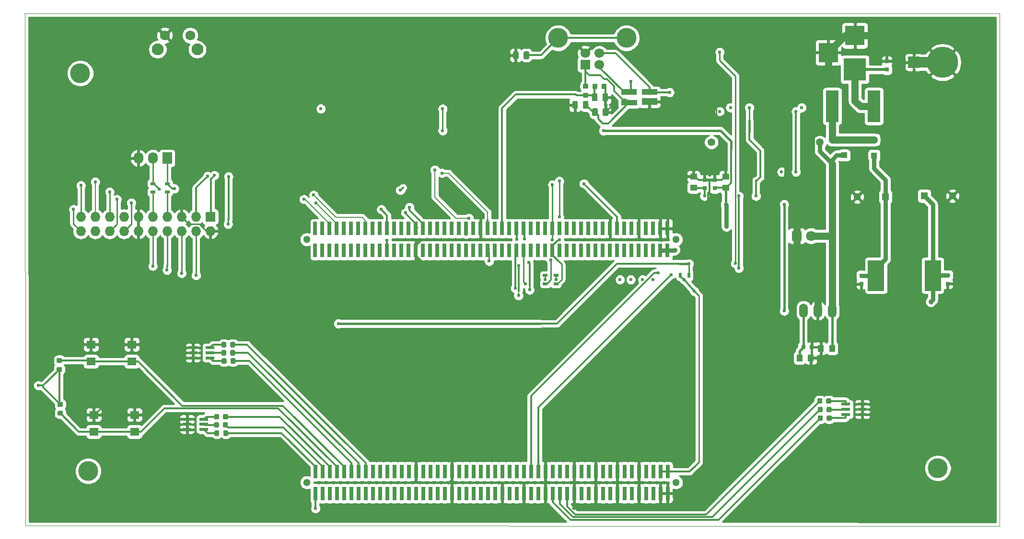
<source format=gtl>
G04 #@! TF.GenerationSoftware,KiCad,Pcbnew,5.1.2-f72e74a~84~ubuntu18.04.1*
G04 #@! TF.CreationDate,2019-08-15T14:59:57+02:00*
G04 #@! TF.ProjectId,bottom-board,626f7474-6f6d-42d6-926f-6172642e6b69,rev?*
G04 #@! TF.SameCoordinates,Original*
G04 #@! TF.FileFunction,Copper,L1,Top*
G04 #@! TF.FilePolarity,Positive*
%FSLAX46Y46*%
G04 Gerber Fmt 4.6, Leading zero omitted, Abs format (unit mm)*
G04 Created by KiCad (PCBNEW 5.1.2-f72e74a~84~ubuntu18.04.1) date 2019-08-15 14:59:57*
%MOMM*%
%LPD*%
G04 APERTURE LIST*
%ADD10C,0.100000*%
%ADD11C,0.304800*%
%ADD12C,1.300000*%
%ADD13R,0.740000X2.400000*%
%ADD14R,0.750000X0.800000*%
%ADD15R,1.300000X1.300000*%
%ADD16R,0.800000X0.750000*%
%ADD17R,1.250000X1.000000*%
%ADD18R,2.300000X5.600000*%
%ADD19R,2.900680X5.400040*%
%ADD20R,1.727200X2.032000*%
%ADD21O,1.727200X2.032000*%
%ADD22R,0.500000X0.900000*%
%ADD23C,2.100000*%
%ADD24C,1.750000*%
%ADD25R,4.000000X4.000000*%
%ADD26R,3.500000X3.500000*%
%ADD27C,3.500000*%
%ADD28R,1.727200X1.727200*%
%ADD29O,1.727200X1.727200*%
%ADD30R,0.900000X0.500000*%
%ADD31R,1.000000X1.250000*%
%ADD32R,2.000000X2.000000*%
%ADD33C,5.500000*%
%ADD34O,1.501140X2.499360*%
%ADD35R,1.800000X1.800000*%
%ADD36C,1.800000*%
%ADD37R,1.100000X1.100000*%
%ADD38C,0.975000*%
%ADD39R,1.600000X0.500000*%
%ADD40R,1.700000X1.700000*%
%ADD41C,1.700000*%
%ADD42C,0.875000*%
%ADD43R,1.600000X1.400000*%
%ADD44R,2.800000X1.200000*%
%ADD45R,2.800000X1.000000*%
%ADD46C,1.000000*%
%ADD47C,0.750000*%
%ADD48C,0.600000*%
%ADD49C,1.350000*%
%ADD50C,0.254000*%
%ADD51C,0.203200*%
%ADD52C,0.762000*%
%ADD53C,0.508000*%
%ADD54C,1.270000*%
%ADD55C,0.381000*%
G04 APERTURE END LIST*
D10*
X232107540Y-19850520D02*
X232097540Y-110490520D01*
X59947540Y-19880520D02*
X232097540Y-19810520D01*
X60077540Y-110410520D02*
X59957540Y-19860520D01*
X232117540Y-110490520D02*
X60077540Y-110420520D01*
D11*
X217729540Y-27738520D02*
X220467540Y-27738520D01*
X220467540Y-27992520D02*
X217729540Y-27992520D01*
X217729540Y-28246520D02*
X220467540Y-28246520D01*
X220467540Y-28500520D02*
X217729540Y-28500520D01*
X217729540Y-28754520D02*
X220467540Y-28754520D01*
X220467540Y-29008520D02*
X217729540Y-29008520D01*
X217729540Y-29262520D02*
X220467540Y-29262520D01*
D12*
X109782540Y-102810520D03*
X174982540Y-102810520D03*
D13*
X115077540Y-104760520D03*
X112537540Y-104760520D03*
X116347540Y-104760520D03*
X111267540Y-104760520D03*
X113807540Y-104760520D03*
X115077540Y-100860520D03*
X112537540Y-100860520D03*
X116347540Y-100860520D03*
X111267540Y-100860520D03*
X113807540Y-100860520D03*
X117617540Y-104760520D03*
X121427540Y-104760520D03*
X122697540Y-104760520D03*
X118887540Y-104760520D03*
X120157540Y-104760520D03*
X117617540Y-100860520D03*
X121427540Y-100860520D03*
X122697540Y-100860520D03*
X118887540Y-100860520D03*
X120157540Y-100860520D03*
X123967540Y-104760520D03*
X123967540Y-100860520D03*
X125237540Y-104760520D03*
X125237540Y-100860520D03*
X126507540Y-104760520D03*
X126507540Y-100860520D03*
X127777540Y-104760520D03*
X127777540Y-100860520D03*
X129047540Y-104760520D03*
X129047540Y-100860520D03*
X130317540Y-104760520D03*
X130317540Y-100860520D03*
X131587540Y-104760520D03*
X131587540Y-100860520D03*
X132857540Y-104760520D03*
X132857540Y-100860520D03*
X134127540Y-104760520D03*
X134127540Y-100860520D03*
X135397540Y-104760520D03*
X135397540Y-100860520D03*
X136667540Y-104760520D03*
X136667540Y-100860520D03*
X137937540Y-104760520D03*
X137937540Y-100860520D03*
X139207540Y-104760520D03*
X139207540Y-100860520D03*
X140477540Y-104760520D03*
X140477540Y-100860520D03*
X141747540Y-104760520D03*
X141747540Y-100860520D03*
X143017540Y-104760520D03*
X143017540Y-100860520D03*
X144287540Y-104760520D03*
X144287540Y-100860520D03*
X145557540Y-104760520D03*
X145557540Y-100860520D03*
X146827540Y-104760520D03*
X146827540Y-100860520D03*
X148097540Y-104760520D03*
X148097540Y-100860520D03*
X149367540Y-104760520D03*
X149367540Y-100860520D03*
X150637540Y-104760520D03*
X150637540Y-100860520D03*
X151907540Y-104760520D03*
X151907540Y-100860520D03*
X153177540Y-104760520D03*
X153177540Y-100860520D03*
X154447540Y-104760520D03*
X154447540Y-100860520D03*
X155717540Y-104760520D03*
X155717540Y-100860520D03*
X156987540Y-104760520D03*
X156987540Y-100860520D03*
X158257540Y-104760520D03*
X158257540Y-100860520D03*
X159527540Y-104760520D03*
X159527540Y-100860520D03*
X160797540Y-104760520D03*
X160797540Y-100860520D03*
X162067540Y-104760520D03*
X162067540Y-100860520D03*
X163337540Y-104760520D03*
X163337540Y-100860520D03*
X164607540Y-104760520D03*
X164607540Y-100860520D03*
X165877540Y-104760520D03*
X165877540Y-100860520D03*
X167147540Y-104760520D03*
X167147540Y-100860520D03*
X168417540Y-104760520D03*
X168417540Y-100860520D03*
X169687540Y-104760520D03*
X169687540Y-100860520D03*
X170957540Y-104760520D03*
X170957540Y-100860520D03*
X172227540Y-104760520D03*
X172227540Y-100860520D03*
X173497540Y-104760520D03*
X173497540Y-100860520D03*
X173484540Y-57881520D03*
X173484540Y-61781520D03*
X172214540Y-57881520D03*
X172214540Y-61781520D03*
X170944540Y-57881520D03*
X170944540Y-61781520D03*
X169674540Y-57881520D03*
X169674540Y-61781520D03*
X168404540Y-57881520D03*
X168404540Y-61781520D03*
X167134540Y-57881520D03*
X167134540Y-61781520D03*
X165864540Y-57881520D03*
X165864540Y-61781520D03*
X164594540Y-57881520D03*
X164594540Y-61781520D03*
X163324540Y-57881520D03*
X163324540Y-61781520D03*
X162054540Y-57881520D03*
X162054540Y-61781520D03*
X160784540Y-57881520D03*
X160784540Y-61781520D03*
X159514540Y-57881520D03*
X159514540Y-61781520D03*
X158244540Y-57881520D03*
X158244540Y-61781520D03*
X156974540Y-57881520D03*
X156974540Y-61781520D03*
X155704540Y-57881520D03*
X155704540Y-61781520D03*
X154434540Y-57881520D03*
X154434540Y-61781520D03*
X153164540Y-57881520D03*
X153164540Y-61781520D03*
X151894540Y-57881520D03*
X151894540Y-61781520D03*
X150624540Y-57881520D03*
X150624540Y-61781520D03*
X149354540Y-57881520D03*
X149354540Y-61781520D03*
X148084540Y-57881520D03*
X148084540Y-61781520D03*
X146814540Y-57881520D03*
X146814540Y-61781520D03*
X145544540Y-57881520D03*
X145544540Y-61781520D03*
X144274540Y-57881520D03*
X144274540Y-61781520D03*
X143004540Y-57881520D03*
X143004540Y-61781520D03*
X141734540Y-57881520D03*
X141734540Y-61781520D03*
X140464540Y-57881520D03*
X140464540Y-61781520D03*
X139194540Y-57881520D03*
X139194540Y-61781520D03*
X137924540Y-57881520D03*
X137924540Y-61781520D03*
X136654540Y-57881520D03*
X136654540Y-61781520D03*
X135384540Y-57881520D03*
X135384540Y-61781520D03*
X134114540Y-57881520D03*
X134114540Y-61781520D03*
X132844540Y-57881520D03*
X132844540Y-61781520D03*
X131574540Y-57881520D03*
X131574540Y-61781520D03*
X130304540Y-57881520D03*
X130304540Y-61781520D03*
X129034540Y-57881520D03*
X129034540Y-61781520D03*
X127764540Y-57881520D03*
X127764540Y-61781520D03*
X126494540Y-57881520D03*
X126494540Y-61781520D03*
X125224540Y-57881520D03*
X125224540Y-61781520D03*
X123954540Y-57881520D03*
X123954540Y-61781520D03*
X120144540Y-57881520D03*
X118874540Y-57881520D03*
X122684540Y-57881520D03*
X121414540Y-57881520D03*
X117604540Y-57881520D03*
X120144540Y-61781520D03*
X118874540Y-61781520D03*
X122684540Y-61781520D03*
X121414540Y-61781520D03*
X117604540Y-61781520D03*
X113794540Y-57881520D03*
X111254540Y-57881520D03*
X116334540Y-57881520D03*
X112524540Y-57881520D03*
X115064540Y-57881520D03*
X113794540Y-61781520D03*
X111254540Y-61781520D03*
X116334540Y-61781520D03*
X112524540Y-61781520D03*
X115064540Y-61781520D03*
D12*
X174969540Y-59831520D03*
X109769540Y-59831520D03*
D14*
X207694800Y-66216200D03*
X207694800Y-67716200D03*
D15*
X211977540Y-52300520D03*
D12*
X206977540Y-52300520D03*
D14*
X222960200Y-66165400D03*
X222960200Y-67665400D03*
D15*
X218807540Y-52140520D03*
D12*
X223807540Y-52140520D03*
D16*
X197451280Y-78861920D03*
X198951280Y-78861920D03*
D17*
X183743600Y-50682400D03*
X183743600Y-48682400D03*
D14*
X181813200Y-50788000D03*
X181813200Y-49288000D03*
X212217000Y-29782200D03*
X212217000Y-28282200D03*
D18*
X209948000Y-36271200D03*
X202548000Y-36271200D03*
D19*
X210313540Y-66204200D03*
X220316060Y-66204200D03*
D20*
X85115400Y-45440600D03*
D21*
X82575400Y-45440600D03*
X80035400Y-45440600D03*
D22*
X175754600Y-66192400D03*
X177254600Y-66192400D03*
D23*
X90433440Y-26212840D03*
D24*
X89173440Y-23722840D03*
X84673440Y-23722840D03*
D23*
X83423440Y-26212840D03*
D25*
X206575660Y-29773880D03*
D26*
X206575660Y-23771340D03*
X201875660Y-26771340D03*
D27*
X221227540Y-100290520D03*
X69767540Y-30410520D03*
D28*
X92740720Y-55827820D03*
D29*
X92740720Y-58367820D03*
X90200720Y-55827820D03*
X90200720Y-58367820D03*
X87660720Y-55827820D03*
X87660720Y-58367820D03*
X85120720Y-55827820D03*
X85120720Y-58367820D03*
X82580720Y-55827820D03*
X82580720Y-58367820D03*
X80040720Y-55827820D03*
X80040720Y-58367820D03*
X77500720Y-55827820D03*
X77500720Y-58367820D03*
X74960720Y-55827820D03*
X74960720Y-58367820D03*
X72420720Y-55827820D03*
X72420720Y-58367820D03*
X69880720Y-55827820D03*
X69880720Y-58367820D03*
D30*
X153771600Y-67679000D03*
X153771600Y-66179000D03*
X151892000Y-66179000D03*
X151892000Y-67679000D03*
D31*
X202549000Y-79095600D03*
X200549000Y-79095600D03*
X196789800Y-80797400D03*
X198789800Y-80797400D03*
D30*
X85115400Y-51448400D03*
X85115400Y-49948400D03*
X82575400Y-51448400D03*
X82575400Y-49948400D03*
D32*
X216967540Y-28500520D03*
D33*
X222047540Y-28500520D03*
D34*
X200025000Y-72415400D03*
X202565000Y-72415400D03*
X197485000Y-72415400D03*
D35*
X196342000Y-59207400D03*
D36*
X198842000Y-59207400D03*
D17*
X178079400Y-50682400D03*
X178079400Y-48682400D03*
D14*
X180009800Y-50788000D03*
X180009800Y-49288000D03*
D37*
X209971640Y-44981320D03*
X209971640Y-42181320D03*
X204663040Y-42146220D03*
X204663040Y-44946220D03*
D10*
G36*
X160880182Y-33971694D02*
G01*
X160903843Y-33975204D01*
X160927047Y-33981016D01*
X160949569Y-33989074D01*
X160971193Y-33999302D01*
X160991710Y-34011599D01*
X161010923Y-34025849D01*
X161028647Y-34041913D01*
X161044711Y-34059637D01*
X161058961Y-34078850D01*
X161071258Y-34099367D01*
X161081486Y-34120991D01*
X161089544Y-34143513D01*
X161095356Y-34166717D01*
X161098866Y-34190378D01*
X161100040Y-34214270D01*
X161100040Y-35126770D01*
X161098866Y-35150662D01*
X161095356Y-35174323D01*
X161089544Y-35197527D01*
X161081486Y-35220049D01*
X161071258Y-35241673D01*
X161058961Y-35262190D01*
X161044711Y-35281403D01*
X161028647Y-35299127D01*
X161010923Y-35315191D01*
X160991710Y-35329441D01*
X160971193Y-35341738D01*
X160949569Y-35351966D01*
X160927047Y-35360024D01*
X160903843Y-35365836D01*
X160880182Y-35369346D01*
X160856290Y-35370520D01*
X160368790Y-35370520D01*
X160344898Y-35369346D01*
X160321237Y-35365836D01*
X160298033Y-35360024D01*
X160275511Y-35351966D01*
X160253887Y-35341738D01*
X160233370Y-35329441D01*
X160214157Y-35315191D01*
X160196433Y-35299127D01*
X160180369Y-35281403D01*
X160166119Y-35262190D01*
X160153822Y-35241673D01*
X160143594Y-35220049D01*
X160135536Y-35197527D01*
X160129724Y-35174323D01*
X160126214Y-35150662D01*
X160125040Y-35126770D01*
X160125040Y-34214270D01*
X160126214Y-34190378D01*
X160129724Y-34166717D01*
X160135536Y-34143513D01*
X160143594Y-34120991D01*
X160153822Y-34099367D01*
X160166119Y-34078850D01*
X160180369Y-34059637D01*
X160196433Y-34041913D01*
X160214157Y-34025849D01*
X160233370Y-34011599D01*
X160253887Y-33999302D01*
X160275511Y-33989074D01*
X160298033Y-33981016D01*
X160321237Y-33975204D01*
X160344898Y-33971694D01*
X160368790Y-33970520D01*
X160856290Y-33970520D01*
X160880182Y-33971694D01*
X160880182Y-33971694D01*
G37*
D38*
X160612540Y-34670520D03*
D10*
G36*
X162755182Y-33971694D02*
G01*
X162778843Y-33975204D01*
X162802047Y-33981016D01*
X162824569Y-33989074D01*
X162846193Y-33999302D01*
X162866710Y-34011599D01*
X162885923Y-34025849D01*
X162903647Y-34041913D01*
X162919711Y-34059637D01*
X162933961Y-34078850D01*
X162946258Y-34099367D01*
X162956486Y-34120991D01*
X162964544Y-34143513D01*
X162970356Y-34166717D01*
X162973866Y-34190378D01*
X162975040Y-34214270D01*
X162975040Y-35126770D01*
X162973866Y-35150662D01*
X162970356Y-35174323D01*
X162964544Y-35197527D01*
X162956486Y-35220049D01*
X162946258Y-35241673D01*
X162933961Y-35262190D01*
X162919711Y-35281403D01*
X162903647Y-35299127D01*
X162885923Y-35315191D01*
X162866710Y-35329441D01*
X162846193Y-35341738D01*
X162824569Y-35351966D01*
X162802047Y-35360024D01*
X162778843Y-35365836D01*
X162755182Y-35369346D01*
X162731290Y-35370520D01*
X162243790Y-35370520D01*
X162219898Y-35369346D01*
X162196237Y-35365836D01*
X162173033Y-35360024D01*
X162150511Y-35351966D01*
X162128887Y-35341738D01*
X162108370Y-35329441D01*
X162089157Y-35315191D01*
X162071433Y-35299127D01*
X162055369Y-35281403D01*
X162041119Y-35262190D01*
X162028822Y-35241673D01*
X162018594Y-35220049D01*
X162010536Y-35197527D01*
X162004724Y-35174323D01*
X162001214Y-35150662D01*
X162000040Y-35126770D01*
X162000040Y-34214270D01*
X162001214Y-34190378D01*
X162004724Y-34166717D01*
X162010536Y-34143513D01*
X162018594Y-34120991D01*
X162028822Y-34099367D01*
X162041119Y-34078850D01*
X162055369Y-34059637D01*
X162071433Y-34041913D01*
X162089157Y-34025849D01*
X162108370Y-34011599D01*
X162128887Y-33999302D01*
X162150511Y-33989074D01*
X162173033Y-33981016D01*
X162196237Y-33975204D01*
X162219898Y-33971694D01*
X162243790Y-33970520D01*
X162731290Y-33970520D01*
X162755182Y-33971694D01*
X162755182Y-33971694D01*
G37*
D38*
X162487540Y-34670520D03*
D10*
G36*
X157415182Y-35321694D02*
G01*
X157438843Y-35325204D01*
X157462047Y-35331016D01*
X157484569Y-35339074D01*
X157506193Y-35349302D01*
X157526710Y-35361599D01*
X157545923Y-35375849D01*
X157563647Y-35391913D01*
X157579711Y-35409637D01*
X157593961Y-35428850D01*
X157606258Y-35449367D01*
X157616486Y-35470991D01*
X157624544Y-35493513D01*
X157630356Y-35516717D01*
X157633866Y-35540378D01*
X157635040Y-35564270D01*
X157635040Y-36476770D01*
X157633866Y-36500662D01*
X157630356Y-36524323D01*
X157624544Y-36547527D01*
X157616486Y-36570049D01*
X157606258Y-36591673D01*
X157593961Y-36612190D01*
X157579711Y-36631403D01*
X157563647Y-36649127D01*
X157545923Y-36665191D01*
X157526710Y-36679441D01*
X157506193Y-36691738D01*
X157484569Y-36701966D01*
X157462047Y-36710024D01*
X157438843Y-36715836D01*
X157415182Y-36719346D01*
X157391290Y-36720520D01*
X156903790Y-36720520D01*
X156879898Y-36719346D01*
X156856237Y-36715836D01*
X156833033Y-36710024D01*
X156810511Y-36701966D01*
X156788887Y-36691738D01*
X156768370Y-36679441D01*
X156749157Y-36665191D01*
X156731433Y-36649127D01*
X156715369Y-36631403D01*
X156701119Y-36612190D01*
X156688822Y-36591673D01*
X156678594Y-36570049D01*
X156670536Y-36547527D01*
X156664724Y-36524323D01*
X156661214Y-36500662D01*
X156660040Y-36476770D01*
X156660040Y-35564270D01*
X156661214Y-35540378D01*
X156664724Y-35516717D01*
X156670536Y-35493513D01*
X156678594Y-35470991D01*
X156688822Y-35449367D01*
X156701119Y-35428850D01*
X156715369Y-35409637D01*
X156731433Y-35391913D01*
X156749157Y-35375849D01*
X156768370Y-35361599D01*
X156788887Y-35349302D01*
X156810511Y-35339074D01*
X156833033Y-35331016D01*
X156856237Y-35325204D01*
X156879898Y-35321694D01*
X156903790Y-35320520D01*
X157391290Y-35320520D01*
X157415182Y-35321694D01*
X157415182Y-35321694D01*
G37*
D38*
X157147540Y-36020520D03*
D10*
G36*
X159290182Y-35321694D02*
G01*
X159313843Y-35325204D01*
X159337047Y-35331016D01*
X159359569Y-35339074D01*
X159381193Y-35349302D01*
X159401710Y-35361599D01*
X159420923Y-35375849D01*
X159438647Y-35391913D01*
X159454711Y-35409637D01*
X159468961Y-35428850D01*
X159481258Y-35449367D01*
X159491486Y-35470991D01*
X159499544Y-35493513D01*
X159505356Y-35516717D01*
X159508866Y-35540378D01*
X159510040Y-35564270D01*
X159510040Y-36476770D01*
X159508866Y-36500662D01*
X159505356Y-36524323D01*
X159499544Y-36547527D01*
X159491486Y-36570049D01*
X159481258Y-36591673D01*
X159468961Y-36612190D01*
X159454711Y-36631403D01*
X159438647Y-36649127D01*
X159420923Y-36665191D01*
X159401710Y-36679441D01*
X159381193Y-36691738D01*
X159359569Y-36701966D01*
X159337047Y-36710024D01*
X159313843Y-36715836D01*
X159290182Y-36719346D01*
X159266290Y-36720520D01*
X158778790Y-36720520D01*
X158754898Y-36719346D01*
X158731237Y-36715836D01*
X158708033Y-36710024D01*
X158685511Y-36701966D01*
X158663887Y-36691738D01*
X158643370Y-36679441D01*
X158624157Y-36665191D01*
X158606433Y-36649127D01*
X158590369Y-36631403D01*
X158576119Y-36612190D01*
X158563822Y-36591673D01*
X158553594Y-36570049D01*
X158545536Y-36547527D01*
X158539724Y-36524323D01*
X158536214Y-36500662D01*
X158535040Y-36476770D01*
X158535040Y-35564270D01*
X158536214Y-35540378D01*
X158539724Y-35516717D01*
X158545536Y-35493513D01*
X158553594Y-35470991D01*
X158563822Y-35449367D01*
X158576119Y-35428850D01*
X158590369Y-35409637D01*
X158606433Y-35391913D01*
X158624157Y-35375849D01*
X158643370Y-35361599D01*
X158663887Y-35349302D01*
X158685511Y-35339074D01*
X158708033Y-35331016D01*
X158731237Y-35325204D01*
X158754898Y-35321694D01*
X158778790Y-35320520D01*
X159266290Y-35320520D01*
X159290182Y-35321694D01*
X159290182Y-35321694D01*
G37*
D38*
X159022540Y-36020520D03*
D10*
G36*
X160930182Y-36601694D02*
G01*
X160953843Y-36605204D01*
X160977047Y-36611016D01*
X160999569Y-36619074D01*
X161021193Y-36629302D01*
X161041710Y-36641599D01*
X161060923Y-36655849D01*
X161078647Y-36671913D01*
X161094711Y-36689637D01*
X161108961Y-36708850D01*
X161121258Y-36729367D01*
X161131486Y-36750991D01*
X161139544Y-36773513D01*
X161145356Y-36796717D01*
X161148866Y-36820378D01*
X161150040Y-36844270D01*
X161150040Y-37756770D01*
X161148866Y-37780662D01*
X161145356Y-37804323D01*
X161139544Y-37827527D01*
X161131486Y-37850049D01*
X161121258Y-37871673D01*
X161108961Y-37892190D01*
X161094711Y-37911403D01*
X161078647Y-37929127D01*
X161060923Y-37945191D01*
X161041710Y-37959441D01*
X161021193Y-37971738D01*
X160999569Y-37981966D01*
X160977047Y-37990024D01*
X160953843Y-37995836D01*
X160930182Y-37999346D01*
X160906290Y-38000520D01*
X160418790Y-38000520D01*
X160394898Y-37999346D01*
X160371237Y-37995836D01*
X160348033Y-37990024D01*
X160325511Y-37981966D01*
X160303887Y-37971738D01*
X160283370Y-37959441D01*
X160264157Y-37945191D01*
X160246433Y-37929127D01*
X160230369Y-37911403D01*
X160216119Y-37892190D01*
X160203822Y-37871673D01*
X160193594Y-37850049D01*
X160185536Y-37827527D01*
X160179724Y-37804323D01*
X160176214Y-37780662D01*
X160175040Y-37756770D01*
X160175040Y-36844270D01*
X160176214Y-36820378D01*
X160179724Y-36796717D01*
X160185536Y-36773513D01*
X160193594Y-36750991D01*
X160203822Y-36729367D01*
X160216119Y-36708850D01*
X160230369Y-36689637D01*
X160246433Y-36671913D01*
X160264157Y-36655849D01*
X160283370Y-36641599D01*
X160303887Y-36629302D01*
X160325511Y-36619074D01*
X160348033Y-36611016D01*
X160371237Y-36605204D01*
X160394898Y-36601694D01*
X160418790Y-36600520D01*
X160906290Y-36600520D01*
X160930182Y-36601694D01*
X160930182Y-36601694D01*
G37*
D38*
X160662540Y-37300520D03*
D10*
G36*
X162805182Y-36601694D02*
G01*
X162828843Y-36605204D01*
X162852047Y-36611016D01*
X162874569Y-36619074D01*
X162896193Y-36629302D01*
X162916710Y-36641599D01*
X162935923Y-36655849D01*
X162953647Y-36671913D01*
X162969711Y-36689637D01*
X162983961Y-36708850D01*
X162996258Y-36729367D01*
X163006486Y-36750991D01*
X163014544Y-36773513D01*
X163020356Y-36796717D01*
X163023866Y-36820378D01*
X163025040Y-36844270D01*
X163025040Y-37756770D01*
X163023866Y-37780662D01*
X163020356Y-37804323D01*
X163014544Y-37827527D01*
X163006486Y-37850049D01*
X162996258Y-37871673D01*
X162983961Y-37892190D01*
X162969711Y-37911403D01*
X162953647Y-37929127D01*
X162935923Y-37945191D01*
X162916710Y-37959441D01*
X162896193Y-37971738D01*
X162874569Y-37981966D01*
X162852047Y-37990024D01*
X162828843Y-37995836D01*
X162805182Y-37999346D01*
X162781290Y-38000520D01*
X162293790Y-38000520D01*
X162269898Y-37999346D01*
X162246237Y-37995836D01*
X162223033Y-37990024D01*
X162200511Y-37981966D01*
X162178887Y-37971738D01*
X162158370Y-37959441D01*
X162139157Y-37945191D01*
X162121433Y-37929127D01*
X162105369Y-37911403D01*
X162091119Y-37892190D01*
X162078822Y-37871673D01*
X162068594Y-37850049D01*
X162060536Y-37827527D01*
X162054724Y-37804323D01*
X162051214Y-37780662D01*
X162050040Y-37756770D01*
X162050040Y-36844270D01*
X162051214Y-36820378D01*
X162054724Y-36796717D01*
X162060536Y-36773513D01*
X162068594Y-36750991D01*
X162078822Y-36729367D01*
X162091119Y-36708850D01*
X162105369Y-36689637D01*
X162121433Y-36671913D01*
X162139157Y-36655849D01*
X162158370Y-36641599D01*
X162178887Y-36629302D01*
X162200511Y-36619074D01*
X162223033Y-36611016D01*
X162246237Y-36605204D01*
X162269898Y-36601694D01*
X162293790Y-36600520D01*
X162781290Y-36600520D01*
X162805182Y-36601694D01*
X162805182Y-36601694D01*
G37*
D38*
X162537540Y-37300520D03*
D39*
X89692540Y-78970520D03*
X89692540Y-79870520D03*
X89692540Y-80770520D03*
X92642540Y-80770520D03*
X92642540Y-79870520D03*
X92642540Y-78970520D03*
X91592540Y-91630520D03*
X91592540Y-92530520D03*
X91592540Y-93430520D03*
X88642540Y-93430520D03*
X88642540Y-92530520D03*
X88642540Y-91630520D03*
X204952540Y-90770520D03*
X204952540Y-89870520D03*
X204952540Y-88970520D03*
X207902540Y-88970520D03*
X207902540Y-89870520D03*
X207902540Y-90770520D03*
D40*
X158947540Y-28910520D03*
D41*
X161447540Y-28910520D03*
X161447540Y-26910520D03*
X158947540Y-26910520D03*
D27*
X154177540Y-24200520D03*
X166217540Y-24200520D03*
D10*
G36*
X95350231Y-77956573D02*
G01*
X95371466Y-77959723D01*
X95392290Y-77964939D01*
X95412502Y-77972171D01*
X95431908Y-77981350D01*
X95450321Y-77992386D01*
X95467564Y-78005174D01*
X95483470Y-78019590D01*
X95497886Y-78035496D01*
X95510674Y-78052739D01*
X95521710Y-78071152D01*
X95530889Y-78090558D01*
X95538121Y-78110770D01*
X95543337Y-78131594D01*
X95546487Y-78152829D01*
X95547540Y-78174270D01*
X95547540Y-78686770D01*
X95546487Y-78708211D01*
X95543337Y-78729446D01*
X95538121Y-78750270D01*
X95530889Y-78770482D01*
X95521710Y-78789888D01*
X95510674Y-78808301D01*
X95497886Y-78825544D01*
X95483470Y-78841450D01*
X95467564Y-78855866D01*
X95450321Y-78868654D01*
X95431908Y-78879690D01*
X95412502Y-78888869D01*
X95392290Y-78896101D01*
X95371466Y-78901317D01*
X95350231Y-78904467D01*
X95328790Y-78905520D01*
X94891290Y-78905520D01*
X94869849Y-78904467D01*
X94848614Y-78901317D01*
X94827790Y-78896101D01*
X94807578Y-78888869D01*
X94788172Y-78879690D01*
X94769759Y-78868654D01*
X94752516Y-78855866D01*
X94736610Y-78841450D01*
X94722194Y-78825544D01*
X94709406Y-78808301D01*
X94698370Y-78789888D01*
X94689191Y-78770482D01*
X94681959Y-78750270D01*
X94676743Y-78729446D01*
X94673593Y-78708211D01*
X94672540Y-78686770D01*
X94672540Y-78174270D01*
X94673593Y-78152829D01*
X94676743Y-78131594D01*
X94681959Y-78110770D01*
X94689191Y-78090558D01*
X94698370Y-78071152D01*
X94709406Y-78052739D01*
X94722194Y-78035496D01*
X94736610Y-78019590D01*
X94752516Y-78005174D01*
X94769759Y-77992386D01*
X94788172Y-77981350D01*
X94807578Y-77972171D01*
X94827790Y-77964939D01*
X94848614Y-77959723D01*
X94869849Y-77956573D01*
X94891290Y-77955520D01*
X95328790Y-77955520D01*
X95350231Y-77956573D01*
X95350231Y-77956573D01*
G37*
D42*
X95110040Y-78430520D03*
D10*
G36*
X96925231Y-77956573D02*
G01*
X96946466Y-77959723D01*
X96967290Y-77964939D01*
X96987502Y-77972171D01*
X97006908Y-77981350D01*
X97025321Y-77992386D01*
X97042564Y-78005174D01*
X97058470Y-78019590D01*
X97072886Y-78035496D01*
X97085674Y-78052739D01*
X97096710Y-78071152D01*
X97105889Y-78090558D01*
X97113121Y-78110770D01*
X97118337Y-78131594D01*
X97121487Y-78152829D01*
X97122540Y-78174270D01*
X97122540Y-78686770D01*
X97121487Y-78708211D01*
X97118337Y-78729446D01*
X97113121Y-78750270D01*
X97105889Y-78770482D01*
X97096710Y-78789888D01*
X97085674Y-78808301D01*
X97072886Y-78825544D01*
X97058470Y-78841450D01*
X97042564Y-78855866D01*
X97025321Y-78868654D01*
X97006908Y-78879690D01*
X96987502Y-78888869D01*
X96967290Y-78896101D01*
X96946466Y-78901317D01*
X96925231Y-78904467D01*
X96903790Y-78905520D01*
X96466290Y-78905520D01*
X96444849Y-78904467D01*
X96423614Y-78901317D01*
X96402790Y-78896101D01*
X96382578Y-78888869D01*
X96363172Y-78879690D01*
X96344759Y-78868654D01*
X96327516Y-78855866D01*
X96311610Y-78841450D01*
X96297194Y-78825544D01*
X96284406Y-78808301D01*
X96273370Y-78789888D01*
X96264191Y-78770482D01*
X96256959Y-78750270D01*
X96251743Y-78729446D01*
X96248593Y-78708211D01*
X96247540Y-78686770D01*
X96247540Y-78174270D01*
X96248593Y-78152829D01*
X96251743Y-78131594D01*
X96256959Y-78110770D01*
X96264191Y-78090558D01*
X96273370Y-78071152D01*
X96284406Y-78052739D01*
X96297194Y-78035496D01*
X96311610Y-78019590D01*
X96327516Y-78005174D01*
X96344759Y-77992386D01*
X96363172Y-77981350D01*
X96382578Y-77972171D01*
X96402790Y-77964939D01*
X96423614Y-77959723D01*
X96444849Y-77956573D01*
X96466290Y-77955520D01*
X96903790Y-77955520D01*
X96925231Y-77956573D01*
X96925231Y-77956573D01*
G37*
D42*
X96685040Y-78430520D03*
D10*
G36*
X96922731Y-79396573D02*
G01*
X96943966Y-79399723D01*
X96964790Y-79404939D01*
X96985002Y-79412171D01*
X97004408Y-79421350D01*
X97022821Y-79432386D01*
X97040064Y-79445174D01*
X97055970Y-79459590D01*
X97070386Y-79475496D01*
X97083174Y-79492739D01*
X97094210Y-79511152D01*
X97103389Y-79530558D01*
X97110621Y-79550770D01*
X97115837Y-79571594D01*
X97118987Y-79592829D01*
X97120040Y-79614270D01*
X97120040Y-80126770D01*
X97118987Y-80148211D01*
X97115837Y-80169446D01*
X97110621Y-80190270D01*
X97103389Y-80210482D01*
X97094210Y-80229888D01*
X97083174Y-80248301D01*
X97070386Y-80265544D01*
X97055970Y-80281450D01*
X97040064Y-80295866D01*
X97022821Y-80308654D01*
X97004408Y-80319690D01*
X96985002Y-80328869D01*
X96964790Y-80336101D01*
X96943966Y-80341317D01*
X96922731Y-80344467D01*
X96901290Y-80345520D01*
X96463790Y-80345520D01*
X96442349Y-80344467D01*
X96421114Y-80341317D01*
X96400290Y-80336101D01*
X96380078Y-80328869D01*
X96360672Y-80319690D01*
X96342259Y-80308654D01*
X96325016Y-80295866D01*
X96309110Y-80281450D01*
X96294694Y-80265544D01*
X96281906Y-80248301D01*
X96270870Y-80229888D01*
X96261691Y-80210482D01*
X96254459Y-80190270D01*
X96249243Y-80169446D01*
X96246093Y-80148211D01*
X96245040Y-80126770D01*
X96245040Y-79614270D01*
X96246093Y-79592829D01*
X96249243Y-79571594D01*
X96254459Y-79550770D01*
X96261691Y-79530558D01*
X96270870Y-79511152D01*
X96281906Y-79492739D01*
X96294694Y-79475496D01*
X96309110Y-79459590D01*
X96325016Y-79445174D01*
X96342259Y-79432386D01*
X96360672Y-79421350D01*
X96380078Y-79412171D01*
X96400290Y-79404939D01*
X96421114Y-79399723D01*
X96442349Y-79396573D01*
X96463790Y-79395520D01*
X96901290Y-79395520D01*
X96922731Y-79396573D01*
X96922731Y-79396573D01*
G37*
D42*
X96682540Y-79870520D03*
D10*
G36*
X95347731Y-79396573D02*
G01*
X95368966Y-79399723D01*
X95389790Y-79404939D01*
X95410002Y-79412171D01*
X95429408Y-79421350D01*
X95447821Y-79432386D01*
X95465064Y-79445174D01*
X95480970Y-79459590D01*
X95495386Y-79475496D01*
X95508174Y-79492739D01*
X95519210Y-79511152D01*
X95528389Y-79530558D01*
X95535621Y-79550770D01*
X95540837Y-79571594D01*
X95543987Y-79592829D01*
X95545040Y-79614270D01*
X95545040Y-80126770D01*
X95543987Y-80148211D01*
X95540837Y-80169446D01*
X95535621Y-80190270D01*
X95528389Y-80210482D01*
X95519210Y-80229888D01*
X95508174Y-80248301D01*
X95495386Y-80265544D01*
X95480970Y-80281450D01*
X95465064Y-80295866D01*
X95447821Y-80308654D01*
X95429408Y-80319690D01*
X95410002Y-80328869D01*
X95389790Y-80336101D01*
X95368966Y-80341317D01*
X95347731Y-80344467D01*
X95326290Y-80345520D01*
X94888790Y-80345520D01*
X94867349Y-80344467D01*
X94846114Y-80341317D01*
X94825290Y-80336101D01*
X94805078Y-80328869D01*
X94785672Y-80319690D01*
X94767259Y-80308654D01*
X94750016Y-80295866D01*
X94734110Y-80281450D01*
X94719694Y-80265544D01*
X94706906Y-80248301D01*
X94695870Y-80229888D01*
X94686691Y-80210482D01*
X94679459Y-80190270D01*
X94674243Y-80169446D01*
X94671093Y-80148211D01*
X94670040Y-80126770D01*
X94670040Y-79614270D01*
X94671093Y-79592829D01*
X94674243Y-79571594D01*
X94679459Y-79550770D01*
X94686691Y-79530558D01*
X94695870Y-79511152D01*
X94706906Y-79492739D01*
X94719694Y-79475496D01*
X94734110Y-79459590D01*
X94750016Y-79445174D01*
X94767259Y-79432386D01*
X94785672Y-79421350D01*
X94805078Y-79412171D01*
X94825290Y-79404939D01*
X94846114Y-79399723D01*
X94867349Y-79396573D01*
X94888790Y-79395520D01*
X95326290Y-79395520D01*
X95347731Y-79396573D01*
X95347731Y-79396573D01*
G37*
D42*
X95107540Y-79870520D03*
D10*
G36*
X95400231Y-80846573D02*
G01*
X95421466Y-80849723D01*
X95442290Y-80854939D01*
X95462502Y-80862171D01*
X95481908Y-80871350D01*
X95500321Y-80882386D01*
X95517564Y-80895174D01*
X95533470Y-80909590D01*
X95547886Y-80925496D01*
X95560674Y-80942739D01*
X95571710Y-80961152D01*
X95580889Y-80980558D01*
X95588121Y-81000770D01*
X95593337Y-81021594D01*
X95596487Y-81042829D01*
X95597540Y-81064270D01*
X95597540Y-81576770D01*
X95596487Y-81598211D01*
X95593337Y-81619446D01*
X95588121Y-81640270D01*
X95580889Y-81660482D01*
X95571710Y-81679888D01*
X95560674Y-81698301D01*
X95547886Y-81715544D01*
X95533470Y-81731450D01*
X95517564Y-81745866D01*
X95500321Y-81758654D01*
X95481908Y-81769690D01*
X95462502Y-81778869D01*
X95442290Y-81786101D01*
X95421466Y-81791317D01*
X95400231Y-81794467D01*
X95378790Y-81795520D01*
X94941290Y-81795520D01*
X94919849Y-81794467D01*
X94898614Y-81791317D01*
X94877790Y-81786101D01*
X94857578Y-81778869D01*
X94838172Y-81769690D01*
X94819759Y-81758654D01*
X94802516Y-81745866D01*
X94786610Y-81731450D01*
X94772194Y-81715544D01*
X94759406Y-81698301D01*
X94748370Y-81679888D01*
X94739191Y-81660482D01*
X94731959Y-81640270D01*
X94726743Y-81619446D01*
X94723593Y-81598211D01*
X94722540Y-81576770D01*
X94722540Y-81064270D01*
X94723593Y-81042829D01*
X94726743Y-81021594D01*
X94731959Y-81000770D01*
X94739191Y-80980558D01*
X94748370Y-80961152D01*
X94759406Y-80942739D01*
X94772194Y-80925496D01*
X94786610Y-80909590D01*
X94802516Y-80895174D01*
X94819759Y-80882386D01*
X94838172Y-80871350D01*
X94857578Y-80862171D01*
X94877790Y-80854939D01*
X94898614Y-80849723D01*
X94919849Y-80846573D01*
X94941290Y-80845520D01*
X95378790Y-80845520D01*
X95400231Y-80846573D01*
X95400231Y-80846573D01*
G37*
D42*
X95160040Y-81320520D03*
D10*
G36*
X96975231Y-80846573D02*
G01*
X96996466Y-80849723D01*
X97017290Y-80854939D01*
X97037502Y-80862171D01*
X97056908Y-80871350D01*
X97075321Y-80882386D01*
X97092564Y-80895174D01*
X97108470Y-80909590D01*
X97122886Y-80925496D01*
X97135674Y-80942739D01*
X97146710Y-80961152D01*
X97155889Y-80980558D01*
X97163121Y-81000770D01*
X97168337Y-81021594D01*
X97171487Y-81042829D01*
X97172540Y-81064270D01*
X97172540Y-81576770D01*
X97171487Y-81598211D01*
X97168337Y-81619446D01*
X97163121Y-81640270D01*
X97155889Y-81660482D01*
X97146710Y-81679888D01*
X97135674Y-81698301D01*
X97122886Y-81715544D01*
X97108470Y-81731450D01*
X97092564Y-81745866D01*
X97075321Y-81758654D01*
X97056908Y-81769690D01*
X97037502Y-81778869D01*
X97017290Y-81786101D01*
X96996466Y-81791317D01*
X96975231Y-81794467D01*
X96953790Y-81795520D01*
X96516290Y-81795520D01*
X96494849Y-81794467D01*
X96473614Y-81791317D01*
X96452790Y-81786101D01*
X96432578Y-81778869D01*
X96413172Y-81769690D01*
X96394759Y-81758654D01*
X96377516Y-81745866D01*
X96361610Y-81731450D01*
X96347194Y-81715544D01*
X96334406Y-81698301D01*
X96323370Y-81679888D01*
X96314191Y-81660482D01*
X96306959Y-81640270D01*
X96301743Y-81619446D01*
X96298593Y-81598211D01*
X96297540Y-81576770D01*
X96297540Y-81064270D01*
X96298593Y-81042829D01*
X96301743Y-81021594D01*
X96306959Y-81000770D01*
X96314191Y-80980558D01*
X96323370Y-80961152D01*
X96334406Y-80942739D01*
X96347194Y-80925496D01*
X96361610Y-80909590D01*
X96377516Y-80895174D01*
X96394759Y-80882386D01*
X96413172Y-80871350D01*
X96432578Y-80862171D01*
X96452790Y-80854939D01*
X96473614Y-80849723D01*
X96494849Y-80846573D01*
X96516290Y-80845520D01*
X96953790Y-80845520D01*
X96975231Y-80846573D01*
X96975231Y-80846573D01*
G37*
D42*
X96735040Y-81320520D03*
D10*
G36*
X94090231Y-90706573D02*
G01*
X94111466Y-90709723D01*
X94132290Y-90714939D01*
X94152502Y-90722171D01*
X94171908Y-90731350D01*
X94190321Y-90742386D01*
X94207564Y-90755174D01*
X94223470Y-90769590D01*
X94237886Y-90785496D01*
X94250674Y-90802739D01*
X94261710Y-90821152D01*
X94270889Y-90840558D01*
X94278121Y-90860770D01*
X94283337Y-90881594D01*
X94286487Y-90902829D01*
X94287540Y-90924270D01*
X94287540Y-91436770D01*
X94286487Y-91458211D01*
X94283337Y-91479446D01*
X94278121Y-91500270D01*
X94270889Y-91520482D01*
X94261710Y-91539888D01*
X94250674Y-91558301D01*
X94237886Y-91575544D01*
X94223470Y-91591450D01*
X94207564Y-91605866D01*
X94190321Y-91618654D01*
X94171908Y-91629690D01*
X94152502Y-91638869D01*
X94132290Y-91646101D01*
X94111466Y-91651317D01*
X94090231Y-91654467D01*
X94068790Y-91655520D01*
X93631290Y-91655520D01*
X93609849Y-91654467D01*
X93588614Y-91651317D01*
X93567790Y-91646101D01*
X93547578Y-91638869D01*
X93528172Y-91629690D01*
X93509759Y-91618654D01*
X93492516Y-91605866D01*
X93476610Y-91591450D01*
X93462194Y-91575544D01*
X93449406Y-91558301D01*
X93438370Y-91539888D01*
X93429191Y-91520482D01*
X93421959Y-91500270D01*
X93416743Y-91479446D01*
X93413593Y-91458211D01*
X93412540Y-91436770D01*
X93412540Y-90924270D01*
X93413593Y-90902829D01*
X93416743Y-90881594D01*
X93421959Y-90860770D01*
X93429191Y-90840558D01*
X93438370Y-90821152D01*
X93449406Y-90802739D01*
X93462194Y-90785496D01*
X93476610Y-90769590D01*
X93492516Y-90755174D01*
X93509759Y-90742386D01*
X93528172Y-90731350D01*
X93547578Y-90722171D01*
X93567790Y-90714939D01*
X93588614Y-90709723D01*
X93609849Y-90706573D01*
X93631290Y-90705520D01*
X94068790Y-90705520D01*
X94090231Y-90706573D01*
X94090231Y-90706573D01*
G37*
D42*
X93850040Y-91180520D03*
D10*
G36*
X95665231Y-90706573D02*
G01*
X95686466Y-90709723D01*
X95707290Y-90714939D01*
X95727502Y-90722171D01*
X95746908Y-90731350D01*
X95765321Y-90742386D01*
X95782564Y-90755174D01*
X95798470Y-90769590D01*
X95812886Y-90785496D01*
X95825674Y-90802739D01*
X95836710Y-90821152D01*
X95845889Y-90840558D01*
X95853121Y-90860770D01*
X95858337Y-90881594D01*
X95861487Y-90902829D01*
X95862540Y-90924270D01*
X95862540Y-91436770D01*
X95861487Y-91458211D01*
X95858337Y-91479446D01*
X95853121Y-91500270D01*
X95845889Y-91520482D01*
X95836710Y-91539888D01*
X95825674Y-91558301D01*
X95812886Y-91575544D01*
X95798470Y-91591450D01*
X95782564Y-91605866D01*
X95765321Y-91618654D01*
X95746908Y-91629690D01*
X95727502Y-91638869D01*
X95707290Y-91646101D01*
X95686466Y-91651317D01*
X95665231Y-91654467D01*
X95643790Y-91655520D01*
X95206290Y-91655520D01*
X95184849Y-91654467D01*
X95163614Y-91651317D01*
X95142790Y-91646101D01*
X95122578Y-91638869D01*
X95103172Y-91629690D01*
X95084759Y-91618654D01*
X95067516Y-91605866D01*
X95051610Y-91591450D01*
X95037194Y-91575544D01*
X95024406Y-91558301D01*
X95013370Y-91539888D01*
X95004191Y-91520482D01*
X94996959Y-91500270D01*
X94991743Y-91479446D01*
X94988593Y-91458211D01*
X94987540Y-91436770D01*
X94987540Y-90924270D01*
X94988593Y-90902829D01*
X94991743Y-90881594D01*
X94996959Y-90860770D01*
X95004191Y-90840558D01*
X95013370Y-90821152D01*
X95024406Y-90802739D01*
X95037194Y-90785496D01*
X95051610Y-90769590D01*
X95067516Y-90755174D01*
X95084759Y-90742386D01*
X95103172Y-90731350D01*
X95122578Y-90722171D01*
X95142790Y-90714939D01*
X95163614Y-90709723D01*
X95184849Y-90706573D01*
X95206290Y-90705520D01*
X95643790Y-90705520D01*
X95665231Y-90706573D01*
X95665231Y-90706573D01*
G37*
D42*
X95425040Y-91180520D03*
D10*
G36*
X95642731Y-92166573D02*
G01*
X95663966Y-92169723D01*
X95684790Y-92174939D01*
X95705002Y-92182171D01*
X95724408Y-92191350D01*
X95742821Y-92202386D01*
X95760064Y-92215174D01*
X95775970Y-92229590D01*
X95790386Y-92245496D01*
X95803174Y-92262739D01*
X95814210Y-92281152D01*
X95823389Y-92300558D01*
X95830621Y-92320770D01*
X95835837Y-92341594D01*
X95838987Y-92362829D01*
X95840040Y-92384270D01*
X95840040Y-92896770D01*
X95838987Y-92918211D01*
X95835837Y-92939446D01*
X95830621Y-92960270D01*
X95823389Y-92980482D01*
X95814210Y-92999888D01*
X95803174Y-93018301D01*
X95790386Y-93035544D01*
X95775970Y-93051450D01*
X95760064Y-93065866D01*
X95742821Y-93078654D01*
X95724408Y-93089690D01*
X95705002Y-93098869D01*
X95684790Y-93106101D01*
X95663966Y-93111317D01*
X95642731Y-93114467D01*
X95621290Y-93115520D01*
X95183790Y-93115520D01*
X95162349Y-93114467D01*
X95141114Y-93111317D01*
X95120290Y-93106101D01*
X95100078Y-93098869D01*
X95080672Y-93089690D01*
X95062259Y-93078654D01*
X95045016Y-93065866D01*
X95029110Y-93051450D01*
X95014694Y-93035544D01*
X95001906Y-93018301D01*
X94990870Y-92999888D01*
X94981691Y-92980482D01*
X94974459Y-92960270D01*
X94969243Y-92939446D01*
X94966093Y-92918211D01*
X94965040Y-92896770D01*
X94965040Y-92384270D01*
X94966093Y-92362829D01*
X94969243Y-92341594D01*
X94974459Y-92320770D01*
X94981691Y-92300558D01*
X94990870Y-92281152D01*
X95001906Y-92262739D01*
X95014694Y-92245496D01*
X95029110Y-92229590D01*
X95045016Y-92215174D01*
X95062259Y-92202386D01*
X95080672Y-92191350D01*
X95100078Y-92182171D01*
X95120290Y-92174939D01*
X95141114Y-92169723D01*
X95162349Y-92166573D01*
X95183790Y-92165520D01*
X95621290Y-92165520D01*
X95642731Y-92166573D01*
X95642731Y-92166573D01*
G37*
D42*
X95402540Y-92640520D03*
D10*
G36*
X94067731Y-92166573D02*
G01*
X94088966Y-92169723D01*
X94109790Y-92174939D01*
X94130002Y-92182171D01*
X94149408Y-92191350D01*
X94167821Y-92202386D01*
X94185064Y-92215174D01*
X94200970Y-92229590D01*
X94215386Y-92245496D01*
X94228174Y-92262739D01*
X94239210Y-92281152D01*
X94248389Y-92300558D01*
X94255621Y-92320770D01*
X94260837Y-92341594D01*
X94263987Y-92362829D01*
X94265040Y-92384270D01*
X94265040Y-92896770D01*
X94263987Y-92918211D01*
X94260837Y-92939446D01*
X94255621Y-92960270D01*
X94248389Y-92980482D01*
X94239210Y-92999888D01*
X94228174Y-93018301D01*
X94215386Y-93035544D01*
X94200970Y-93051450D01*
X94185064Y-93065866D01*
X94167821Y-93078654D01*
X94149408Y-93089690D01*
X94130002Y-93098869D01*
X94109790Y-93106101D01*
X94088966Y-93111317D01*
X94067731Y-93114467D01*
X94046290Y-93115520D01*
X93608790Y-93115520D01*
X93587349Y-93114467D01*
X93566114Y-93111317D01*
X93545290Y-93106101D01*
X93525078Y-93098869D01*
X93505672Y-93089690D01*
X93487259Y-93078654D01*
X93470016Y-93065866D01*
X93454110Y-93051450D01*
X93439694Y-93035544D01*
X93426906Y-93018301D01*
X93415870Y-92999888D01*
X93406691Y-92980482D01*
X93399459Y-92960270D01*
X93394243Y-92939446D01*
X93391093Y-92918211D01*
X93390040Y-92896770D01*
X93390040Y-92384270D01*
X93391093Y-92362829D01*
X93394243Y-92341594D01*
X93399459Y-92320770D01*
X93406691Y-92300558D01*
X93415870Y-92281152D01*
X93426906Y-92262739D01*
X93439694Y-92245496D01*
X93454110Y-92229590D01*
X93470016Y-92215174D01*
X93487259Y-92202386D01*
X93505672Y-92191350D01*
X93525078Y-92182171D01*
X93545290Y-92174939D01*
X93566114Y-92169723D01*
X93587349Y-92166573D01*
X93608790Y-92165520D01*
X94046290Y-92165520D01*
X94067731Y-92166573D01*
X94067731Y-92166573D01*
G37*
D42*
X93827540Y-92640520D03*
D10*
G36*
X95695231Y-93616573D02*
G01*
X95716466Y-93619723D01*
X95737290Y-93624939D01*
X95757502Y-93632171D01*
X95776908Y-93641350D01*
X95795321Y-93652386D01*
X95812564Y-93665174D01*
X95828470Y-93679590D01*
X95842886Y-93695496D01*
X95855674Y-93712739D01*
X95866710Y-93731152D01*
X95875889Y-93750558D01*
X95883121Y-93770770D01*
X95888337Y-93791594D01*
X95891487Y-93812829D01*
X95892540Y-93834270D01*
X95892540Y-94346770D01*
X95891487Y-94368211D01*
X95888337Y-94389446D01*
X95883121Y-94410270D01*
X95875889Y-94430482D01*
X95866710Y-94449888D01*
X95855674Y-94468301D01*
X95842886Y-94485544D01*
X95828470Y-94501450D01*
X95812564Y-94515866D01*
X95795321Y-94528654D01*
X95776908Y-94539690D01*
X95757502Y-94548869D01*
X95737290Y-94556101D01*
X95716466Y-94561317D01*
X95695231Y-94564467D01*
X95673790Y-94565520D01*
X95236290Y-94565520D01*
X95214849Y-94564467D01*
X95193614Y-94561317D01*
X95172790Y-94556101D01*
X95152578Y-94548869D01*
X95133172Y-94539690D01*
X95114759Y-94528654D01*
X95097516Y-94515866D01*
X95081610Y-94501450D01*
X95067194Y-94485544D01*
X95054406Y-94468301D01*
X95043370Y-94449888D01*
X95034191Y-94430482D01*
X95026959Y-94410270D01*
X95021743Y-94389446D01*
X95018593Y-94368211D01*
X95017540Y-94346770D01*
X95017540Y-93834270D01*
X95018593Y-93812829D01*
X95021743Y-93791594D01*
X95026959Y-93770770D01*
X95034191Y-93750558D01*
X95043370Y-93731152D01*
X95054406Y-93712739D01*
X95067194Y-93695496D01*
X95081610Y-93679590D01*
X95097516Y-93665174D01*
X95114759Y-93652386D01*
X95133172Y-93641350D01*
X95152578Y-93632171D01*
X95172790Y-93624939D01*
X95193614Y-93619723D01*
X95214849Y-93616573D01*
X95236290Y-93615520D01*
X95673790Y-93615520D01*
X95695231Y-93616573D01*
X95695231Y-93616573D01*
G37*
D42*
X95455040Y-94090520D03*
D10*
G36*
X94120231Y-93616573D02*
G01*
X94141466Y-93619723D01*
X94162290Y-93624939D01*
X94182502Y-93632171D01*
X94201908Y-93641350D01*
X94220321Y-93652386D01*
X94237564Y-93665174D01*
X94253470Y-93679590D01*
X94267886Y-93695496D01*
X94280674Y-93712739D01*
X94291710Y-93731152D01*
X94300889Y-93750558D01*
X94308121Y-93770770D01*
X94313337Y-93791594D01*
X94316487Y-93812829D01*
X94317540Y-93834270D01*
X94317540Y-94346770D01*
X94316487Y-94368211D01*
X94313337Y-94389446D01*
X94308121Y-94410270D01*
X94300889Y-94430482D01*
X94291710Y-94449888D01*
X94280674Y-94468301D01*
X94267886Y-94485544D01*
X94253470Y-94501450D01*
X94237564Y-94515866D01*
X94220321Y-94528654D01*
X94201908Y-94539690D01*
X94182502Y-94548869D01*
X94162290Y-94556101D01*
X94141466Y-94561317D01*
X94120231Y-94564467D01*
X94098790Y-94565520D01*
X93661290Y-94565520D01*
X93639849Y-94564467D01*
X93618614Y-94561317D01*
X93597790Y-94556101D01*
X93577578Y-94548869D01*
X93558172Y-94539690D01*
X93539759Y-94528654D01*
X93522516Y-94515866D01*
X93506610Y-94501450D01*
X93492194Y-94485544D01*
X93479406Y-94468301D01*
X93468370Y-94449888D01*
X93459191Y-94430482D01*
X93451959Y-94410270D01*
X93446743Y-94389446D01*
X93443593Y-94368211D01*
X93442540Y-94346770D01*
X93442540Y-93834270D01*
X93443593Y-93812829D01*
X93446743Y-93791594D01*
X93451959Y-93770770D01*
X93459191Y-93750558D01*
X93468370Y-93731152D01*
X93479406Y-93712739D01*
X93492194Y-93695496D01*
X93506610Y-93679590D01*
X93522516Y-93665174D01*
X93539759Y-93652386D01*
X93558172Y-93641350D01*
X93577578Y-93632171D01*
X93597790Y-93624939D01*
X93618614Y-93619723D01*
X93639849Y-93616573D01*
X93661290Y-93615520D01*
X94098790Y-93615520D01*
X94120231Y-93616573D01*
X94120231Y-93616573D01*
G37*
D42*
X93880040Y-94090520D03*
D10*
G36*
X202275231Y-90946573D02*
G01*
X202296466Y-90949723D01*
X202317290Y-90954939D01*
X202337502Y-90962171D01*
X202356908Y-90971350D01*
X202375321Y-90982386D01*
X202392564Y-90995174D01*
X202408470Y-91009590D01*
X202422886Y-91025496D01*
X202435674Y-91042739D01*
X202446710Y-91061152D01*
X202455889Y-91080558D01*
X202463121Y-91100770D01*
X202468337Y-91121594D01*
X202471487Y-91142829D01*
X202472540Y-91164270D01*
X202472540Y-91676770D01*
X202471487Y-91698211D01*
X202468337Y-91719446D01*
X202463121Y-91740270D01*
X202455889Y-91760482D01*
X202446710Y-91779888D01*
X202435674Y-91798301D01*
X202422886Y-91815544D01*
X202408470Y-91831450D01*
X202392564Y-91845866D01*
X202375321Y-91858654D01*
X202356908Y-91869690D01*
X202337502Y-91878869D01*
X202317290Y-91886101D01*
X202296466Y-91891317D01*
X202275231Y-91894467D01*
X202253790Y-91895520D01*
X201816290Y-91895520D01*
X201794849Y-91894467D01*
X201773614Y-91891317D01*
X201752790Y-91886101D01*
X201732578Y-91878869D01*
X201713172Y-91869690D01*
X201694759Y-91858654D01*
X201677516Y-91845866D01*
X201661610Y-91831450D01*
X201647194Y-91815544D01*
X201634406Y-91798301D01*
X201623370Y-91779888D01*
X201614191Y-91760482D01*
X201606959Y-91740270D01*
X201601743Y-91719446D01*
X201598593Y-91698211D01*
X201597540Y-91676770D01*
X201597540Y-91164270D01*
X201598593Y-91142829D01*
X201601743Y-91121594D01*
X201606959Y-91100770D01*
X201614191Y-91080558D01*
X201623370Y-91061152D01*
X201634406Y-91042739D01*
X201647194Y-91025496D01*
X201661610Y-91009590D01*
X201677516Y-90995174D01*
X201694759Y-90982386D01*
X201713172Y-90971350D01*
X201732578Y-90962171D01*
X201752790Y-90954939D01*
X201773614Y-90949723D01*
X201794849Y-90946573D01*
X201816290Y-90945520D01*
X202253790Y-90945520D01*
X202275231Y-90946573D01*
X202275231Y-90946573D01*
G37*
D42*
X202035040Y-91420520D03*
D10*
G36*
X200700231Y-90946573D02*
G01*
X200721466Y-90949723D01*
X200742290Y-90954939D01*
X200762502Y-90962171D01*
X200781908Y-90971350D01*
X200800321Y-90982386D01*
X200817564Y-90995174D01*
X200833470Y-91009590D01*
X200847886Y-91025496D01*
X200860674Y-91042739D01*
X200871710Y-91061152D01*
X200880889Y-91080558D01*
X200888121Y-91100770D01*
X200893337Y-91121594D01*
X200896487Y-91142829D01*
X200897540Y-91164270D01*
X200897540Y-91676770D01*
X200896487Y-91698211D01*
X200893337Y-91719446D01*
X200888121Y-91740270D01*
X200880889Y-91760482D01*
X200871710Y-91779888D01*
X200860674Y-91798301D01*
X200847886Y-91815544D01*
X200833470Y-91831450D01*
X200817564Y-91845866D01*
X200800321Y-91858654D01*
X200781908Y-91869690D01*
X200762502Y-91878869D01*
X200742290Y-91886101D01*
X200721466Y-91891317D01*
X200700231Y-91894467D01*
X200678790Y-91895520D01*
X200241290Y-91895520D01*
X200219849Y-91894467D01*
X200198614Y-91891317D01*
X200177790Y-91886101D01*
X200157578Y-91878869D01*
X200138172Y-91869690D01*
X200119759Y-91858654D01*
X200102516Y-91845866D01*
X200086610Y-91831450D01*
X200072194Y-91815544D01*
X200059406Y-91798301D01*
X200048370Y-91779888D01*
X200039191Y-91760482D01*
X200031959Y-91740270D01*
X200026743Y-91719446D01*
X200023593Y-91698211D01*
X200022540Y-91676770D01*
X200022540Y-91164270D01*
X200023593Y-91142829D01*
X200026743Y-91121594D01*
X200031959Y-91100770D01*
X200039191Y-91080558D01*
X200048370Y-91061152D01*
X200059406Y-91042739D01*
X200072194Y-91025496D01*
X200086610Y-91009590D01*
X200102516Y-90995174D01*
X200119759Y-90982386D01*
X200138172Y-90971350D01*
X200157578Y-90962171D01*
X200177790Y-90954939D01*
X200198614Y-90949723D01*
X200219849Y-90946573D01*
X200241290Y-90945520D01*
X200678790Y-90945520D01*
X200700231Y-90946573D01*
X200700231Y-90946573D01*
G37*
D42*
X200460040Y-91420520D03*
D10*
G36*
X202252731Y-89436573D02*
G01*
X202273966Y-89439723D01*
X202294790Y-89444939D01*
X202315002Y-89452171D01*
X202334408Y-89461350D01*
X202352821Y-89472386D01*
X202370064Y-89485174D01*
X202385970Y-89499590D01*
X202400386Y-89515496D01*
X202413174Y-89532739D01*
X202424210Y-89551152D01*
X202433389Y-89570558D01*
X202440621Y-89590770D01*
X202445837Y-89611594D01*
X202448987Y-89632829D01*
X202450040Y-89654270D01*
X202450040Y-90166770D01*
X202448987Y-90188211D01*
X202445837Y-90209446D01*
X202440621Y-90230270D01*
X202433389Y-90250482D01*
X202424210Y-90269888D01*
X202413174Y-90288301D01*
X202400386Y-90305544D01*
X202385970Y-90321450D01*
X202370064Y-90335866D01*
X202352821Y-90348654D01*
X202334408Y-90359690D01*
X202315002Y-90368869D01*
X202294790Y-90376101D01*
X202273966Y-90381317D01*
X202252731Y-90384467D01*
X202231290Y-90385520D01*
X201793790Y-90385520D01*
X201772349Y-90384467D01*
X201751114Y-90381317D01*
X201730290Y-90376101D01*
X201710078Y-90368869D01*
X201690672Y-90359690D01*
X201672259Y-90348654D01*
X201655016Y-90335866D01*
X201639110Y-90321450D01*
X201624694Y-90305544D01*
X201611906Y-90288301D01*
X201600870Y-90269888D01*
X201591691Y-90250482D01*
X201584459Y-90230270D01*
X201579243Y-90209446D01*
X201576093Y-90188211D01*
X201575040Y-90166770D01*
X201575040Y-89654270D01*
X201576093Y-89632829D01*
X201579243Y-89611594D01*
X201584459Y-89590770D01*
X201591691Y-89570558D01*
X201600870Y-89551152D01*
X201611906Y-89532739D01*
X201624694Y-89515496D01*
X201639110Y-89499590D01*
X201655016Y-89485174D01*
X201672259Y-89472386D01*
X201690672Y-89461350D01*
X201710078Y-89452171D01*
X201730290Y-89444939D01*
X201751114Y-89439723D01*
X201772349Y-89436573D01*
X201793790Y-89435520D01*
X202231290Y-89435520D01*
X202252731Y-89436573D01*
X202252731Y-89436573D01*
G37*
D42*
X202012540Y-89910520D03*
D10*
G36*
X200677731Y-89436573D02*
G01*
X200698966Y-89439723D01*
X200719790Y-89444939D01*
X200740002Y-89452171D01*
X200759408Y-89461350D01*
X200777821Y-89472386D01*
X200795064Y-89485174D01*
X200810970Y-89499590D01*
X200825386Y-89515496D01*
X200838174Y-89532739D01*
X200849210Y-89551152D01*
X200858389Y-89570558D01*
X200865621Y-89590770D01*
X200870837Y-89611594D01*
X200873987Y-89632829D01*
X200875040Y-89654270D01*
X200875040Y-90166770D01*
X200873987Y-90188211D01*
X200870837Y-90209446D01*
X200865621Y-90230270D01*
X200858389Y-90250482D01*
X200849210Y-90269888D01*
X200838174Y-90288301D01*
X200825386Y-90305544D01*
X200810970Y-90321450D01*
X200795064Y-90335866D01*
X200777821Y-90348654D01*
X200759408Y-90359690D01*
X200740002Y-90368869D01*
X200719790Y-90376101D01*
X200698966Y-90381317D01*
X200677731Y-90384467D01*
X200656290Y-90385520D01*
X200218790Y-90385520D01*
X200197349Y-90384467D01*
X200176114Y-90381317D01*
X200155290Y-90376101D01*
X200135078Y-90368869D01*
X200115672Y-90359690D01*
X200097259Y-90348654D01*
X200080016Y-90335866D01*
X200064110Y-90321450D01*
X200049694Y-90305544D01*
X200036906Y-90288301D01*
X200025870Y-90269888D01*
X200016691Y-90250482D01*
X200009459Y-90230270D01*
X200004243Y-90209446D01*
X200001093Y-90188211D01*
X200000040Y-90166770D01*
X200000040Y-89654270D01*
X200001093Y-89632829D01*
X200004243Y-89611594D01*
X200009459Y-89590770D01*
X200016691Y-89570558D01*
X200025870Y-89551152D01*
X200036906Y-89532739D01*
X200049694Y-89515496D01*
X200064110Y-89499590D01*
X200080016Y-89485174D01*
X200097259Y-89472386D01*
X200115672Y-89461350D01*
X200135078Y-89452171D01*
X200155290Y-89444939D01*
X200176114Y-89439723D01*
X200197349Y-89436573D01*
X200218790Y-89435520D01*
X200656290Y-89435520D01*
X200677731Y-89436573D01*
X200677731Y-89436573D01*
G37*
D42*
X200437540Y-89910520D03*
D10*
G36*
X200600231Y-87926573D02*
G01*
X200621466Y-87929723D01*
X200642290Y-87934939D01*
X200662502Y-87942171D01*
X200681908Y-87951350D01*
X200700321Y-87962386D01*
X200717564Y-87975174D01*
X200733470Y-87989590D01*
X200747886Y-88005496D01*
X200760674Y-88022739D01*
X200771710Y-88041152D01*
X200780889Y-88060558D01*
X200788121Y-88080770D01*
X200793337Y-88101594D01*
X200796487Y-88122829D01*
X200797540Y-88144270D01*
X200797540Y-88656770D01*
X200796487Y-88678211D01*
X200793337Y-88699446D01*
X200788121Y-88720270D01*
X200780889Y-88740482D01*
X200771710Y-88759888D01*
X200760674Y-88778301D01*
X200747886Y-88795544D01*
X200733470Y-88811450D01*
X200717564Y-88825866D01*
X200700321Y-88838654D01*
X200681908Y-88849690D01*
X200662502Y-88858869D01*
X200642290Y-88866101D01*
X200621466Y-88871317D01*
X200600231Y-88874467D01*
X200578790Y-88875520D01*
X200141290Y-88875520D01*
X200119849Y-88874467D01*
X200098614Y-88871317D01*
X200077790Y-88866101D01*
X200057578Y-88858869D01*
X200038172Y-88849690D01*
X200019759Y-88838654D01*
X200002516Y-88825866D01*
X199986610Y-88811450D01*
X199972194Y-88795544D01*
X199959406Y-88778301D01*
X199948370Y-88759888D01*
X199939191Y-88740482D01*
X199931959Y-88720270D01*
X199926743Y-88699446D01*
X199923593Y-88678211D01*
X199922540Y-88656770D01*
X199922540Y-88144270D01*
X199923593Y-88122829D01*
X199926743Y-88101594D01*
X199931959Y-88080770D01*
X199939191Y-88060558D01*
X199948370Y-88041152D01*
X199959406Y-88022739D01*
X199972194Y-88005496D01*
X199986610Y-87989590D01*
X200002516Y-87975174D01*
X200019759Y-87962386D01*
X200038172Y-87951350D01*
X200057578Y-87942171D01*
X200077790Y-87934939D01*
X200098614Y-87929723D01*
X200119849Y-87926573D01*
X200141290Y-87925520D01*
X200578790Y-87925520D01*
X200600231Y-87926573D01*
X200600231Y-87926573D01*
G37*
D42*
X200360040Y-88400520D03*
D10*
G36*
X202175231Y-87926573D02*
G01*
X202196466Y-87929723D01*
X202217290Y-87934939D01*
X202237502Y-87942171D01*
X202256908Y-87951350D01*
X202275321Y-87962386D01*
X202292564Y-87975174D01*
X202308470Y-87989590D01*
X202322886Y-88005496D01*
X202335674Y-88022739D01*
X202346710Y-88041152D01*
X202355889Y-88060558D01*
X202363121Y-88080770D01*
X202368337Y-88101594D01*
X202371487Y-88122829D01*
X202372540Y-88144270D01*
X202372540Y-88656770D01*
X202371487Y-88678211D01*
X202368337Y-88699446D01*
X202363121Y-88720270D01*
X202355889Y-88740482D01*
X202346710Y-88759888D01*
X202335674Y-88778301D01*
X202322886Y-88795544D01*
X202308470Y-88811450D01*
X202292564Y-88825866D01*
X202275321Y-88838654D01*
X202256908Y-88849690D01*
X202237502Y-88858869D01*
X202217290Y-88866101D01*
X202196466Y-88871317D01*
X202175231Y-88874467D01*
X202153790Y-88875520D01*
X201716290Y-88875520D01*
X201694849Y-88874467D01*
X201673614Y-88871317D01*
X201652790Y-88866101D01*
X201632578Y-88858869D01*
X201613172Y-88849690D01*
X201594759Y-88838654D01*
X201577516Y-88825866D01*
X201561610Y-88811450D01*
X201547194Y-88795544D01*
X201534406Y-88778301D01*
X201523370Y-88759888D01*
X201514191Y-88740482D01*
X201506959Y-88720270D01*
X201501743Y-88699446D01*
X201498593Y-88678211D01*
X201497540Y-88656770D01*
X201497540Y-88144270D01*
X201498593Y-88122829D01*
X201501743Y-88101594D01*
X201506959Y-88080770D01*
X201514191Y-88060558D01*
X201523370Y-88041152D01*
X201534406Y-88022739D01*
X201547194Y-88005496D01*
X201561610Y-87989590D01*
X201577516Y-87975174D01*
X201594759Y-87962386D01*
X201613172Y-87951350D01*
X201632578Y-87942171D01*
X201652790Y-87934939D01*
X201673614Y-87929723D01*
X201694849Y-87926573D01*
X201716290Y-87925520D01*
X202153790Y-87925520D01*
X202175231Y-87926573D01*
X202175231Y-87926573D01*
G37*
D42*
X201935040Y-88400520D03*
D10*
G36*
X66345231Y-80799073D02*
G01*
X66366466Y-80802223D01*
X66387290Y-80807439D01*
X66407502Y-80814671D01*
X66426908Y-80823850D01*
X66445321Y-80834886D01*
X66462564Y-80847674D01*
X66478470Y-80862090D01*
X66492886Y-80877996D01*
X66505674Y-80895239D01*
X66516710Y-80913652D01*
X66525889Y-80933058D01*
X66533121Y-80953270D01*
X66538337Y-80974094D01*
X66541487Y-80995329D01*
X66542540Y-81016770D01*
X66542540Y-81454270D01*
X66541487Y-81475711D01*
X66538337Y-81496946D01*
X66533121Y-81517770D01*
X66525889Y-81537982D01*
X66516710Y-81557388D01*
X66505674Y-81575801D01*
X66492886Y-81593044D01*
X66478470Y-81608950D01*
X66462564Y-81623366D01*
X66445321Y-81636154D01*
X66426908Y-81647190D01*
X66407502Y-81656369D01*
X66387290Y-81663601D01*
X66366466Y-81668817D01*
X66345231Y-81671967D01*
X66323790Y-81673020D01*
X65811290Y-81673020D01*
X65789849Y-81671967D01*
X65768614Y-81668817D01*
X65747790Y-81663601D01*
X65727578Y-81656369D01*
X65708172Y-81647190D01*
X65689759Y-81636154D01*
X65672516Y-81623366D01*
X65656610Y-81608950D01*
X65642194Y-81593044D01*
X65629406Y-81575801D01*
X65618370Y-81557388D01*
X65609191Y-81537982D01*
X65601959Y-81517770D01*
X65596743Y-81496946D01*
X65593593Y-81475711D01*
X65592540Y-81454270D01*
X65592540Y-81016770D01*
X65593593Y-80995329D01*
X65596743Y-80974094D01*
X65601959Y-80953270D01*
X65609191Y-80933058D01*
X65618370Y-80913652D01*
X65629406Y-80895239D01*
X65642194Y-80877996D01*
X65656610Y-80862090D01*
X65672516Y-80847674D01*
X65689759Y-80834886D01*
X65708172Y-80823850D01*
X65727578Y-80814671D01*
X65747790Y-80807439D01*
X65768614Y-80802223D01*
X65789849Y-80799073D01*
X65811290Y-80798020D01*
X66323790Y-80798020D01*
X66345231Y-80799073D01*
X66345231Y-80799073D01*
G37*
D42*
X66067540Y-81235520D03*
D10*
G36*
X66345231Y-82374073D02*
G01*
X66366466Y-82377223D01*
X66387290Y-82382439D01*
X66407502Y-82389671D01*
X66426908Y-82398850D01*
X66445321Y-82409886D01*
X66462564Y-82422674D01*
X66478470Y-82437090D01*
X66492886Y-82452996D01*
X66505674Y-82470239D01*
X66516710Y-82488652D01*
X66525889Y-82508058D01*
X66533121Y-82528270D01*
X66538337Y-82549094D01*
X66541487Y-82570329D01*
X66542540Y-82591770D01*
X66542540Y-83029270D01*
X66541487Y-83050711D01*
X66538337Y-83071946D01*
X66533121Y-83092770D01*
X66525889Y-83112982D01*
X66516710Y-83132388D01*
X66505674Y-83150801D01*
X66492886Y-83168044D01*
X66478470Y-83183950D01*
X66462564Y-83198366D01*
X66445321Y-83211154D01*
X66426908Y-83222190D01*
X66407502Y-83231369D01*
X66387290Y-83238601D01*
X66366466Y-83243817D01*
X66345231Y-83246967D01*
X66323790Y-83248020D01*
X65811290Y-83248020D01*
X65789849Y-83246967D01*
X65768614Y-83243817D01*
X65747790Y-83238601D01*
X65727578Y-83231369D01*
X65708172Y-83222190D01*
X65689759Y-83211154D01*
X65672516Y-83198366D01*
X65656610Y-83183950D01*
X65642194Y-83168044D01*
X65629406Y-83150801D01*
X65618370Y-83132388D01*
X65609191Y-83112982D01*
X65601959Y-83092770D01*
X65596743Y-83071946D01*
X65593593Y-83050711D01*
X65592540Y-83029270D01*
X65592540Y-82591770D01*
X65593593Y-82570329D01*
X65596743Y-82549094D01*
X65601959Y-82528270D01*
X65609191Y-82508058D01*
X65618370Y-82488652D01*
X65629406Y-82470239D01*
X65642194Y-82452996D01*
X65656610Y-82437090D01*
X65672516Y-82422674D01*
X65689759Y-82409886D01*
X65708172Y-82398850D01*
X65727578Y-82389671D01*
X65747790Y-82382439D01*
X65768614Y-82377223D01*
X65789849Y-82374073D01*
X65811290Y-82373020D01*
X66323790Y-82373020D01*
X66345231Y-82374073D01*
X66345231Y-82374073D01*
G37*
D42*
X66067540Y-82810520D03*
D10*
G36*
X66515231Y-90134073D02*
G01*
X66536466Y-90137223D01*
X66557290Y-90142439D01*
X66577502Y-90149671D01*
X66596908Y-90158850D01*
X66615321Y-90169886D01*
X66632564Y-90182674D01*
X66648470Y-90197090D01*
X66662886Y-90212996D01*
X66675674Y-90230239D01*
X66686710Y-90248652D01*
X66695889Y-90268058D01*
X66703121Y-90288270D01*
X66708337Y-90309094D01*
X66711487Y-90330329D01*
X66712540Y-90351770D01*
X66712540Y-90789270D01*
X66711487Y-90810711D01*
X66708337Y-90831946D01*
X66703121Y-90852770D01*
X66695889Y-90872982D01*
X66686710Y-90892388D01*
X66675674Y-90910801D01*
X66662886Y-90928044D01*
X66648470Y-90943950D01*
X66632564Y-90958366D01*
X66615321Y-90971154D01*
X66596908Y-90982190D01*
X66577502Y-90991369D01*
X66557290Y-90998601D01*
X66536466Y-91003817D01*
X66515231Y-91006967D01*
X66493790Y-91008020D01*
X65981290Y-91008020D01*
X65959849Y-91006967D01*
X65938614Y-91003817D01*
X65917790Y-90998601D01*
X65897578Y-90991369D01*
X65878172Y-90982190D01*
X65859759Y-90971154D01*
X65842516Y-90958366D01*
X65826610Y-90943950D01*
X65812194Y-90928044D01*
X65799406Y-90910801D01*
X65788370Y-90892388D01*
X65779191Y-90872982D01*
X65771959Y-90852770D01*
X65766743Y-90831946D01*
X65763593Y-90810711D01*
X65762540Y-90789270D01*
X65762540Y-90351770D01*
X65763593Y-90330329D01*
X65766743Y-90309094D01*
X65771959Y-90288270D01*
X65779191Y-90268058D01*
X65788370Y-90248652D01*
X65799406Y-90230239D01*
X65812194Y-90212996D01*
X65826610Y-90197090D01*
X65842516Y-90182674D01*
X65859759Y-90169886D01*
X65878172Y-90158850D01*
X65897578Y-90149671D01*
X65917790Y-90142439D01*
X65938614Y-90137223D01*
X65959849Y-90134073D01*
X65981290Y-90133020D01*
X66493790Y-90133020D01*
X66515231Y-90134073D01*
X66515231Y-90134073D01*
G37*
D42*
X66237540Y-90570520D03*
D10*
G36*
X66515231Y-88559073D02*
G01*
X66536466Y-88562223D01*
X66557290Y-88567439D01*
X66577502Y-88574671D01*
X66596908Y-88583850D01*
X66615321Y-88594886D01*
X66632564Y-88607674D01*
X66648470Y-88622090D01*
X66662886Y-88637996D01*
X66675674Y-88655239D01*
X66686710Y-88673652D01*
X66695889Y-88693058D01*
X66703121Y-88713270D01*
X66708337Y-88734094D01*
X66711487Y-88755329D01*
X66712540Y-88776770D01*
X66712540Y-89214270D01*
X66711487Y-89235711D01*
X66708337Y-89256946D01*
X66703121Y-89277770D01*
X66695889Y-89297982D01*
X66686710Y-89317388D01*
X66675674Y-89335801D01*
X66662886Y-89353044D01*
X66648470Y-89368950D01*
X66632564Y-89383366D01*
X66615321Y-89396154D01*
X66596908Y-89407190D01*
X66577502Y-89416369D01*
X66557290Y-89423601D01*
X66536466Y-89428817D01*
X66515231Y-89431967D01*
X66493790Y-89433020D01*
X65981290Y-89433020D01*
X65959849Y-89431967D01*
X65938614Y-89428817D01*
X65917790Y-89423601D01*
X65897578Y-89416369D01*
X65878172Y-89407190D01*
X65859759Y-89396154D01*
X65842516Y-89383366D01*
X65826610Y-89368950D01*
X65812194Y-89353044D01*
X65799406Y-89335801D01*
X65788370Y-89317388D01*
X65779191Y-89297982D01*
X65771959Y-89277770D01*
X65766743Y-89256946D01*
X65763593Y-89235711D01*
X65762540Y-89214270D01*
X65762540Y-88776770D01*
X65763593Y-88755329D01*
X65766743Y-88734094D01*
X65771959Y-88713270D01*
X65779191Y-88693058D01*
X65788370Y-88673652D01*
X65799406Y-88655239D01*
X65812194Y-88637996D01*
X65826610Y-88622090D01*
X65842516Y-88607674D01*
X65859759Y-88594886D01*
X65878172Y-88583850D01*
X65897578Y-88574671D01*
X65917790Y-88567439D01*
X65938614Y-88562223D01*
X65959849Y-88559073D01*
X65981290Y-88558020D01*
X66493790Y-88558020D01*
X66515231Y-88559073D01*
X66515231Y-88559073D01*
G37*
D42*
X66237540Y-88995520D03*
D43*
X78867540Y-78410520D03*
X71667540Y-78410520D03*
X78867540Y-81410520D03*
X71667540Y-81410520D03*
X72157540Y-93840520D03*
X79357540Y-93840520D03*
X72157540Y-90840520D03*
X79357540Y-90840520D03*
D44*
X170287540Y-35450520D03*
D45*
X170287540Y-33730520D03*
X166687540Y-33730520D03*
D46*
X166687540Y-35630520D03*
D10*
G36*
X168087540Y-36130520D02*
G01*
X165287540Y-36130520D01*
X165287540Y-35130520D01*
X168087540Y-35130520D01*
X168087540Y-36130520D01*
X168087540Y-36130520D01*
G37*
G36*
X148815182Y-26541694D02*
G01*
X148838843Y-26545204D01*
X148862047Y-26551016D01*
X148884569Y-26559074D01*
X148906193Y-26569302D01*
X148926710Y-26581599D01*
X148945923Y-26595849D01*
X148963647Y-26611913D01*
X148979711Y-26629637D01*
X148993961Y-26648850D01*
X149006258Y-26669367D01*
X149016486Y-26690991D01*
X149024544Y-26713513D01*
X149030356Y-26736717D01*
X149033866Y-26760378D01*
X149035040Y-26784270D01*
X149035040Y-27696770D01*
X149033866Y-27720662D01*
X149030356Y-27744323D01*
X149024544Y-27767527D01*
X149016486Y-27790049D01*
X149006258Y-27811673D01*
X148993961Y-27832190D01*
X148979711Y-27851403D01*
X148963647Y-27869127D01*
X148945923Y-27885191D01*
X148926710Y-27899441D01*
X148906193Y-27911738D01*
X148884569Y-27921966D01*
X148862047Y-27930024D01*
X148838843Y-27935836D01*
X148815182Y-27939346D01*
X148791290Y-27940520D01*
X148303790Y-27940520D01*
X148279898Y-27939346D01*
X148256237Y-27935836D01*
X148233033Y-27930024D01*
X148210511Y-27921966D01*
X148188887Y-27911738D01*
X148168370Y-27899441D01*
X148149157Y-27885191D01*
X148131433Y-27869127D01*
X148115369Y-27851403D01*
X148101119Y-27832190D01*
X148088822Y-27811673D01*
X148078594Y-27790049D01*
X148070536Y-27767527D01*
X148064724Y-27744323D01*
X148061214Y-27720662D01*
X148060040Y-27696770D01*
X148060040Y-26784270D01*
X148061214Y-26760378D01*
X148064724Y-26736717D01*
X148070536Y-26713513D01*
X148078594Y-26690991D01*
X148088822Y-26669367D01*
X148101119Y-26648850D01*
X148115369Y-26629637D01*
X148131433Y-26611913D01*
X148149157Y-26595849D01*
X148168370Y-26581599D01*
X148188887Y-26569302D01*
X148210511Y-26559074D01*
X148233033Y-26551016D01*
X148256237Y-26545204D01*
X148279898Y-26541694D01*
X148303790Y-26540520D01*
X148791290Y-26540520D01*
X148815182Y-26541694D01*
X148815182Y-26541694D01*
G37*
D38*
X148547540Y-27240520D03*
D10*
G36*
X146940182Y-26541694D02*
G01*
X146963843Y-26545204D01*
X146987047Y-26551016D01*
X147009569Y-26559074D01*
X147031193Y-26569302D01*
X147051710Y-26581599D01*
X147070923Y-26595849D01*
X147088647Y-26611913D01*
X147104711Y-26629637D01*
X147118961Y-26648850D01*
X147131258Y-26669367D01*
X147141486Y-26690991D01*
X147149544Y-26713513D01*
X147155356Y-26736717D01*
X147158866Y-26760378D01*
X147160040Y-26784270D01*
X147160040Y-27696770D01*
X147158866Y-27720662D01*
X147155356Y-27744323D01*
X147149544Y-27767527D01*
X147141486Y-27790049D01*
X147131258Y-27811673D01*
X147118961Y-27832190D01*
X147104711Y-27851403D01*
X147088647Y-27869127D01*
X147070923Y-27885191D01*
X147051710Y-27899441D01*
X147031193Y-27911738D01*
X147009569Y-27921966D01*
X146987047Y-27930024D01*
X146963843Y-27935836D01*
X146940182Y-27939346D01*
X146916290Y-27940520D01*
X146428790Y-27940520D01*
X146404898Y-27939346D01*
X146381237Y-27935836D01*
X146358033Y-27930024D01*
X146335511Y-27921966D01*
X146313887Y-27911738D01*
X146293370Y-27899441D01*
X146274157Y-27885191D01*
X146256433Y-27869127D01*
X146240369Y-27851403D01*
X146226119Y-27832190D01*
X146213822Y-27811673D01*
X146203594Y-27790049D01*
X146195536Y-27767527D01*
X146189724Y-27744323D01*
X146186214Y-27720662D01*
X146185040Y-27696770D01*
X146185040Y-26784270D01*
X146186214Y-26760378D01*
X146189724Y-26736717D01*
X146195536Y-26713513D01*
X146203594Y-26690991D01*
X146213822Y-26669367D01*
X146226119Y-26648850D01*
X146240369Y-26629637D01*
X146256433Y-26611913D01*
X146274157Y-26595849D01*
X146293370Y-26581599D01*
X146313887Y-26569302D01*
X146335511Y-26559074D01*
X146358033Y-26551016D01*
X146381237Y-26545204D01*
X146404898Y-26541694D01*
X146428790Y-26540520D01*
X146916290Y-26540520D01*
X146940182Y-26541694D01*
X146940182Y-26541694D01*
G37*
D38*
X146672540Y-27240520D03*
D10*
G36*
X160912731Y-32266573D02*
G01*
X160933966Y-32269723D01*
X160954790Y-32274939D01*
X160975002Y-32282171D01*
X160994408Y-32291350D01*
X161012821Y-32302386D01*
X161030064Y-32315174D01*
X161045970Y-32329590D01*
X161060386Y-32345496D01*
X161073174Y-32362739D01*
X161084210Y-32381152D01*
X161093389Y-32400558D01*
X161100621Y-32420770D01*
X161105837Y-32441594D01*
X161108987Y-32462829D01*
X161110040Y-32484270D01*
X161110040Y-32996770D01*
X161108987Y-33018211D01*
X161105837Y-33039446D01*
X161100621Y-33060270D01*
X161093389Y-33080482D01*
X161084210Y-33099888D01*
X161073174Y-33118301D01*
X161060386Y-33135544D01*
X161045970Y-33151450D01*
X161030064Y-33165866D01*
X161012821Y-33178654D01*
X160994408Y-33189690D01*
X160975002Y-33198869D01*
X160954790Y-33206101D01*
X160933966Y-33211317D01*
X160912731Y-33214467D01*
X160891290Y-33215520D01*
X160453790Y-33215520D01*
X160432349Y-33214467D01*
X160411114Y-33211317D01*
X160390290Y-33206101D01*
X160370078Y-33198869D01*
X160350672Y-33189690D01*
X160332259Y-33178654D01*
X160315016Y-33165866D01*
X160299110Y-33151450D01*
X160284694Y-33135544D01*
X160271906Y-33118301D01*
X160260870Y-33099888D01*
X160251691Y-33080482D01*
X160244459Y-33060270D01*
X160239243Y-33039446D01*
X160236093Y-33018211D01*
X160235040Y-32996770D01*
X160235040Y-32484270D01*
X160236093Y-32462829D01*
X160239243Y-32441594D01*
X160244459Y-32420770D01*
X160251691Y-32400558D01*
X160260870Y-32381152D01*
X160271906Y-32362739D01*
X160284694Y-32345496D01*
X160299110Y-32329590D01*
X160315016Y-32315174D01*
X160332259Y-32302386D01*
X160350672Y-32291350D01*
X160370078Y-32282171D01*
X160390290Y-32274939D01*
X160411114Y-32269723D01*
X160432349Y-32266573D01*
X160453790Y-32265520D01*
X160891290Y-32265520D01*
X160912731Y-32266573D01*
X160912731Y-32266573D01*
G37*
D42*
X160672540Y-32740520D03*
D10*
G36*
X162487731Y-32266573D02*
G01*
X162508966Y-32269723D01*
X162529790Y-32274939D01*
X162550002Y-32282171D01*
X162569408Y-32291350D01*
X162587821Y-32302386D01*
X162605064Y-32315174D01*
X162620970Y-32329590D01*
X162635386Y-32345496D01*
X162648174Y-32362739D01*
X162659210Y-32381152D01*
X162668389Y-32400558D01*
X162675621Y-32420770D01*
X162680837Y-32441594D01*
X162683987Y-32462829D01*
X162685040Y-32484270D01*
X162685040Y-32996770D01*
X162683987Y-33018211D01*
X162680837Y-33039446D01*
X162675621Y-33060270D01*
X162668389Y-33080482D01*
X162659210Y-33099888D01*
X162648174Y-33118301D01*
X162635386Y-33135544D01*
X162620970Y-33151450D01*
X162605064Y-33165866D01*
X162587821Y-33178654D01*
X162569408Y-33189690D01*
X162550002Y-33198869D01*
X162529790Y-33206101D01*
X162508966Y-33211317D01*
X162487731Y-33214467D01*
X162466290Y-33215520D01*
X162028790Y-33215520D01*
X162007349Y-33214467D01*
X161986114Y-33211317D01*
X161965290Y-33206101D01*
X161945078Y-33198869D01*
X161925672Y-33189690D01*
X161907259Y-33178654D01*
X161890016Y-33165866D01*
X161874110Y-33151450D01*
X161859694Y-33135544D01*
X161846906Y-33118301D01*
X161835870Y-33099888D01*
X161826691Y-33080482D01*
X161819459Y-33060270D01*
X161814243Y-33039446D01*
X161811093Y-33018211D01*
X161810040Y-32996770D01*
X161810040Y-32484270D01*
X161811093Y-32462829D01*
X161814243Y-32441594D01*
X161819459Y-32420770D01*
X161826691Y-32400558D01*
X161835870Y-32381152D01*
X161846906Y-32362739D01*
X161859694Y-32345496D01*
X161874110Y-32329590D01*
X161890016Y-32315174D01*
X161907259Y-32302386D01*
X161925672Y-32291350D01*
X161945078Y-32282171D01*
X161965290Y-32274939D01*
X161986114Y-32269723D01*
X162007349Y-32266573D01*
X162028790Y-32265520D01*
X162466290Y-32265520D01*
X162487731Y-32266573D01*
X162487731Y-32266573D01*
G37*
D42*
X162247540Y-32740520D03*
D10*
G36*
X159285231Y-32299073D02*
G01*
X159306466Y-32302223D01*
X159327290Y-32307439D01*
X159347502Y-32314671D01*
X159366908Y-32323850D01*
X159385321Y-32334886D01*
X159402564Y-32347674D01*
X159418470Y-32362090D01*
X159432886Y-32377996D01*
X159445674Y-32395239D01*
X159456710Y-32413652D01*
X159465889Y-32433058D01*
X159473121Y-32453270D01*
X159478337Y-32474094D01*
X159481487Y-32495329D01*
X159482540Y-32516770D01*
X159482540Y-32954270D01*
X159481487Y-32975711D01*
X159478337Y-32996946D01*
X159473121Y-33017770D01*
X159465889Y-33037982D01*
X159456710Y-33057388D01*
X159445674Y-33075801D01*
X159432886Y-33093044D01*
X159418470Y-33108950D01*
X159402564Y-33123366D01*
X159385321Y-33136154D01*
X159366908Y-33147190D01*
X159347502Y-33156369D01*
X159327290Y-33163601D01*
X159306466Y-33168817D01*
X159285231Y-33171967D01*
X159263790Y-33173020D01*
X158751290Y-33173020D01*
X158729849Y-33171967D01*
X158708614Y-33168817D01*
X158687790Y-33163601D01*
X158667578Y-33156369D01*
X158648172Y-33147190D01*
X158629759Y-33136154D01*
X158612516Y-33123366D01*
X158596610Y-33108950D01*
X158582194Y-33093044D01*
X158569406Y-33075801D01*
X158558370Y-33057388D01*
X158549191Y-33037982D01*
X158541959Y-33017770D01*
X158536743Y-32996946D01*
X158533593Y-32975711D01*
X158532540Y-32954270D01*
X158532540Y-32516770D01*
X158533593Y-32495329D01*
X158536743Y-32474094D01*
X158541959Y-32453270D01*
X158549191Y-32433058D01*
X158558370Y-32413652D01*
X158569406Y-32395239D01*
X158582194Y-32377996D01*
X158596610Y-32362090D01*
X158612516Y-32347674D01*
X158629759Y-32334886D01*
X158648172Y-32323850D01*
X158667578Y-32314671D01*
X158687790Y-32307439D01*
X158708614Y-32302223D01*
X158729849Y-32299073D01*
X158751290Y-32298020D01*
X159263790Y-32298020D01*
X159285231Y-32299073D01*
X159285231Y-32299073D01*
G37*
D42*
X159007540Y-32735520D03*
D10*
G36*
X159285231Y-33874073D02*
G01*
X159306466Y-33877223D01*
X159327290Y-33882439D01*
X159347502Y-33889671D01*
X159366908Y-33898850D01*
X159385321Y-33909886D01*
X159402564Y-33922674D01*
X159418470Y-33937090D01*
X159432886Y-33952996D01*
X159445674Y-33970239D01*
X159456710Y-33988652D01*
X159465889Y-34008058D01*
X159473121Y-34028270D01*
X159478337Y-34049094D01*
X159481487Y-34070329D01*
X159482540Y-34091770D01*
X159482540Y-34529270D01*
X159481487Y-34550711D01*
X159478337Y-34571946D01*
X159473121Y-34592770D01*
X159465889Y-34612982D01*
X159456710Y-34632388D01*
X159445674Y-34650801D01*
X159432886Y-34668044D01*
X159418470Y-34683950D01*
X159402564Y-34698366D01*
X159385321Y-34711154D01*
X159366908Y-34722190D01*
X159347502Y-34731369D01*
X159327290Y-34738601D01*
X159306466Y-34743817D01*
X159285231Y-34746967D01*
X159263790Y-34748020D01*
X158751290Y-34748020D01*
X158729849Y-34746967D01*
X158708614Y-34743817D01*
X158687790Y-34738601D01*
X158667578Y-34731369D01*
X158648172Y-34722190D01*
X158629759Y-34711154D01*
X158612516Y-34698366D01*
X158596610Y-34683950D01*
X158582194Y-34668044D01*
X158569406Y-34650801D01*
X158558370Y-34632388D01*
X158549191Y-34612982D01*
X158541959Y-34592770D01*
X158536743Y-34571946D01*
X158533593Y-34550711D01*
X158532540Y-34529270D01*
X158532540Y-34091770D01*
X158533593Y-34070329D01*
X158536743Y-34049094D01*
X158541959Y-34028270D01*
X158549191Y-34008058D01*
X158558370Y-33988652D01*
X158569406Y-33970239D01*
X158582194Y-33952996D01*
X158596610Y-33937090D01*
X158612516Y-33922674D01*
X158629759Y-33909886D01*
X158648172Y-33898850D01*
X158667578Y-33889671D01*
X158687790Y-33882439D01*
X158708614Y-33877223D01*
X158729849Y-33874073D01*
X158751290Y-33873020D01*
X159263790Y-33873020D01*
X159285231Y-33874073D01*
X159285231Y-33874073D01*
G37*
D42*
X159007540Y-34310520D03*
D27*
X71177540Y-100790520D03*
D47*
X174424340Y-24696420D03*
X80037940Y-23718520D03*
X86895940Y-29509720D03*
D48*
X206476600Y-58420000D03*
X222580200Y-58420000D03*
D49*
X206476600Y-75869800D03*
D47*
X192430400Y-29311600D03*
D48*
X130825240Y-51892200D03*
X180314600Y-60020200D03*
X165608000Y-55219600D03*
X180619400Y-55219600D03*
X182067200Y-37846000D03*
X186461400Y-37846000D03*
X181813200Y-48006000D03*
D47*
X150088600Y-38836600D03*
X139242800Y-38836600D03*
X176453800Y-30911800D03*
X114833400Y-29514800D03*
X105587800Y-29514800D03*
D48*
X194310000Y-48641000D03*
X190881000Y-48641000D03*
X92735400Y-61112400D03*
X80035400Y-61112400D03*
X152831800Y-70231000D03*
X177281840Y-106547920D03*
X131079240Y-59786520D03*
X131231640Y-64307720D03*
X135486140Y-66136520D03*
X122773440Y-69756020D03*
X142648940Y-53703220D03*
X156987240Y-98712020D03*
X157012640Y-102839520D03*
X151881840Y-102814120D03*
X160797240Y-102750620D03*
X164683440Y-102839520D03*
X135244840Y-102674420D03*
X128958340Y-102725220D03*
X163375340Y-59786520D03*
X172405040Y-60020200D03*
X176557940Y-60002420D03*
X142179040Y-70187820D03*
X143442540Y-65285520D03*
X159006540Y-64587120D03*
X165635940Y-47454820D03*
X161686240Y-54503320D03*
X135992540Y-52160520D03*
X160767540Y-107435520D03*
X156942540Y-107360520D03*
X164617540Y-107360520D03*
X168417540Y-107285520D03*
X168457540Y-85180520D03*
X142697540Y-86720520D03*
X122167540Y-86490520D03*
X163977540Y-35940520D03*
X74917540Y-69950520D03*
X75617540Y-86660520D03*
X194081400Y-72466200D03*
X194081400Y-53619400D03*
X183743600Y-53619400D03*
X162153600Y-40589200D03*
X133766560Y-40566340D03*
X112242600Y-36703000D03*
X133766560Y-36725860D03*
X174779940Y-61678820D03*
X183873140Y-57513220D03*
X62357540Y-85650520D03*
X170865800Y-66929000D03*
X169062400Y-66929000D03*
X166979600Y-66929000D03*
X165074600Y-66929000D03*
X186080400Y-64897000D03*
X186080400Y-52146200D03*
X189103000Y-52146200D03*
X180009800Y-52146200D03*
X197180200Y-36499800D03*
X184581800Y-36499800D03*
X187934600Y-36499800D03*
X153771600Y-66929000D03*
X151892000Y-66929000D03*
X176413120Y-66936821D03*
X178196240Y-68961420D03*
X126291340Y-51112420D03*
X95864680Y-57099200D03*
X95951040Y-48699420D03*
X158714440Y-49956720D03*
X182702200Y-26695400D03*
X185470800Y-64084200D03*
X177246280Y-64104520D03*
X111317540Y-107420520D03*
X115337540Y-74710520D03*
X147220940Y-64498220D03*
X146852640Y-59786520D03*
X90223340Y-66187320D03*
X147160201Y-69742803D03*
X146611340Y-68481931D03*
X87670640Y-65806320D03*
X148960840Y-63863220D03*
X148236940Y-59761120D03*
X149113240Y-68740020D03*
X85092540Y-65247520D03*
X148376640Y-67673220D03*
X82575400Y-64529120D03*
X74955400Y-51435000D03*
X110975140Y-51976020D03*
X76225400Y-52730400D03*
X109247940Y-52730400D03*
X78765400Y-53340000D03*
X111392540Y-53335520D03*
X132387340Y-47518320D03*
X138394440Y-56052720D03*
X141975840Y-63660020D03*
X92267540Y-48623720D03*
X133670040Y-48084320D03*
X93442540Y-48477000D03*
X127891540Y-54135020D03*
X86387940Y-50843600D03*
X127205740Y-55100220D03*
X83700620Y-50883820D03*
X68580000Y-54508400D03*
X122925840Y-54508400D03*
X123941840Y-60002420D03*
D49*
X181229000Y-42646600D03*
X200380600Y-42646600D03*
D48*
X193624200Y-47879000D03*
X196164200Y-47879000D03*
X196164200Y-37185600D03*
X182676800Y-37185600D03*
X72415400Y-49657000D03*
X154358340Y-59862720D03*
X154367540Y-49510520D03*
X154367540Y-55860520D03*
X152831800Y-63449200D03*
X69875400Y-50266600D03*
X153088340Y-59875420D03*
X153167540Y-50160520D03*
X171867540Y-65710520D03*
X167017540Y-31860520D03*
X174137540Y-66040520D03*
X173837540Y-33810520D03*
D50*
X154434540Y-62611520D02*
X154434540Y-61781520D01*
D11*
X154434540Y-58630820D02*
X154434540Y-57881520D01*
D50*
X160746440Y-57919620D02*
X160784540Y-57881520D01*
X160784540Y-61781520D02*
X160784540Y-62611520D01*
D11*
X159425640Y-57970420D02*
X159514540Y-57881520D01*
X159514540Y-62611520D02*
X159514540Y-61781520D01*
X137924540Y-57881520D02*
X137924540Y-59037220D01*
D50*
X138102340Y-58059320D02*
X137924540Y-57881520D01*
D11*
X137924540Y-62611520D02*
X137924540Y-61781520D01*
D51*
X131574540Y-61781520D02*
X131574540Y-62611520D01*
D11*
X143017240Y-57868820D02*
X143004540Y-57881520D01*
D50*
X143017540Y-57868520D02*
X143004540Y-57881520D01*
D11*
X143131540Y-61654520D02*
X143004540Y-61781520D01*
D51*
X139194540Y-61781520D02*
X139194540Y-60951520D01*
D11*
X139308840Y-57767220D02*
X139194540Y-57881520D01*
D50*
X139267540Y-57808520D02*
X139194540Y-57881520D01*
X150637540Y-104760520D02*
X150637540Y-105590520D01*
X149367540Y-104760520D02*
X149367540Y-105590520D01*
D11*
X125288040Y-61718020D02*
X125224540Y-61781520D01*
D50*
X126494540Y-62649184D02*
X126494540Y-61781520D01*
X126392940Y-61883120D02*
X126494540Y-61781520D01*
X126494540Y-62611520D02*
X126494540Y-61781520D01*
D52*
X209931000Y-46497240D02*
X209933540Y-46499780D01*
X209971640Y-47200820D02*
X209933540Y-47238920D01*
X209971640Y-44981320D02*
X209971640Y-47200820D01*
X209933540Y-46499780D02*
X209933540Y-47238920D01*
X207706800Y-66204200D02*
X207694800Y-66216200D01*
X210313540Y-66204200D02*
X207706800Y-66204200D01*
X211977540Y-63290520D02*
X211977540Y-52300520D01*
X210313540Y-64954520D02*
X211977540Y-63290520D01*
X210313540Y-66204200D02*
X210313540Y-64954520D01*
X211977540Y-49282920D02*
X209933540Y-47238920D01*
X211977540Y-52300520D02*
X211977540Y-49282920D01*
D53*
X209921540Y-55206200D02*
X209933540Y-55194200D01*
D54*
X209931000Y-55191660D02*
X209933540Y-55194200D01*
D55*
X174424000Y-24696760D02*
X174424340Y-24696420D01*
X80035400Y-45440600D02*
X80035400Y-23721060D01*
X80035400Y-23721060D02*
X80037940Y-23718520D01*
X86895940Y-29509720D02*
X86895940Y-25945340D01*
X86895940Y-25945340D02*
X84673440Y-23722840D01*
D52*
X211498180Y-23073360D02*
X216578180Y-23073360D01*
D55*
X206476600Y-58420000D02*
X206476600Y-57544400D01*
X206476600Y-57544400D02*
X207314800Y-56706200D01*
X206476600Y-58420000D02*
X206476600Y-75869800D01*
X207301400Y-56692800D02*
X207314800Y-56706200D01*
D52*
X206491840Y-75885040D02*
X206476600Y-75869800D01*
D55*
X195844200Y-29525000D02*
X201875660Y-29525000D01*
X201875660Y-29525000D02*
X201835060Y-29565600D01*
X201835060Y-29565600D02*
X201875660Y-29565600D01*
D54*
X201875660Y-29565600D02*
X201875660Y-30585140D01*
X201875660Y-30585140D02*
X198856600Y-33604200D01*
D55*
X195630800Y-29311600D02*
X195844200Y-29525000D01*
D54*
X198856600Y-33604200D02*
X198856600Y-53136800D01*
D55*
X192430400Y-29311600D02*
X195630800Y-29311600D01*
D54*
X198856600Y-53136800D02*
X196342000Y-55651400D01*
D50*
X130824400Y-51893040D02*
X130825240Y-51892200D01*
X153781800Y-71305600D02*
X152831800Y-71305600D01*
X152831800Y-71305600D02*
X152831800Y-70231000D01*
D11*
X153781800Y-71181000D02*
X153781800Y-71305600D01*
D55*
X80035400Y-45440600D02*
X80035400Y-55822500D01*
X80035400Y-55822500D02*
X80040720Y-55827820D01*
D54*
X206575660Y-23771340D02*
X208968860Y-23771340D01*
X209666840Y-23073360D02*
X211498180Y-23073360D01*
X208968860Y-23771340D02*
X209666840Y-23073360D01*
D53*
X211498180Y-23073360D02*
X211498180Y-26078180D01*
X211498180Y-26078180D02*
X212217000Y-26797000D01*
X212217000Y-26797000D02*
X212217000Y-28282200D01*
D54*
X196342000Y-59207400D02*
X196342000Y-63296800D01*
X200025000Y-66979800D02*
X200025000Y-72415400D01*
X196342000Y-63296800D02*
X200025000Y-66979800D01*
D55*
X200549000Y-79095600D02*
X200549000Y-75581000D01*
X200549000Y-75581000D02*
X200025000Y-75057000D01*
X200025000Y-75057000D02*
X200025000Y-72415400D01*
X198951280Y-78861920D02*
X200315320Y-78861920D01*
X200315320Y-78861920D02*
X200549000Y-79095600D01*
X198951280Y-78861920D02*
X198951280Y-80635920D01*
X198951280Y-80635920D02*
X198789800Y-80797400D01*
D54*
X201875660Y-26771340D02*
X201875660Y-29565600D01*
X196342000Y-55651400D02*
X196342000Y-59207400D01*
D52*
X201854060Y-26771340D02*
X201875660Y-26771340D01*
D50*
X180314600Y-60020200D02*
X180324400Y-60020200D01*
X165608000Y-55219600D02*
X165624400Y-55219600D01*
X180324400Y-60020200D02*
X180324400Y-56454400D01*
X180619400Y-56159400D02*
X180619400Y-55219600D01*
X180324400Y-56454400D02*
X180619400Y-56159400D01*
X180619400Y-55219600D02*
X180624400Y-55219600D01*
X182067200Y-37846000D02*
X182067200Y-36233800D01*
X186448000Y-37859400D02*
X186461400Y-37846000D01*
X182067200Y-36233800D02*
X182053800Y-36220400D01*
X180624400Y-55219600D02*
X180624400Y-53629120D01*
X165624400Y-55219600D02*
X165624400Y-53629120D01*
D11*
X181813200Y-48006000D02*
X181813200Y-49288000D01*
X180624400Y-53629120D02*
X180624400Y-51607800D01*
X180898800Y-51333400D02*
X180898800Y-49288000D01*
X180624400Y-51607800D02*
X180898800Y-51333400D01*
X181813200Y-49288000D02*
X182995000Y-49288000D01*
X182995000Y-49288000D02*
X183600600Y-48682400D01*
X183600600Y-48682400D02*
X183743600Y-48682400D01*
X180009800Y-49288000D02*
X180898800Y-49288000D01*
X180898800Y-49288000D02*
X181813200Y-49288000D01*
X178079400Y-48682400D02*
X178324000Y-48682400D01*
X178324000Y-48682400D02*
X178929600Y-49288000D01*
X178929600Y-49288000D02*
X180009800Y-49288000D01*
D54*
X201875660Y-26771340D02*
X201875660Y-26724340D01*
X201875660Y-26724340D02*
X204828660Y-23771340D01*
X204828660Y-23771340D02*
X206575660Y-23771340D01*
D11*
X194728400Y-38823200D02*
X194728400Y-35927600D01*
X194728400Y-35927600D02*
X193776600Y-34975800D01*
X192430400Y-32131000D02*
X192430400Y-30632400D01*
X192659000Y-32359600D02*
X192430400Y-32131000D01*
X192659000Y-34467800D02*
X192659000Y-32359600D01*
X193167000Y-34975800D02*
X192659000Y-34467800D01*
X193776600Y-34975800D02*
X193167000Y-34975800D01*
D55*
X139240960Y-38834760D02*
X139242800Y-38836600D01*
X192430400Y-30632400D02*
X192430400Y-29311600D01*
X176467200Y-30925200D02*
X176453800Y-30911800D01*
X114843560Y-29524960D02*
X114833400Y-29514800D01*
X105578260Y-29524340D02*
X105587800Y-29514800D01*
D50*
X156024400Y-49279100D02*
X157861000Y-47442500D01*
D11*
X194310000Y-44627800D02*
X194310000Y-48641000D01*
X195046600Y-43891200D02*
X194310000Y-44627800D01*
X195046600Y-39141400D02*
X195046600Y-43891200D01*
X194728400Y-38823200D02*
X195046600Y-39141400D01*
D50*
X80040720Y-58367820D02*
X80040720Y-61107080D01*
X92735400Y-61112400D02*
X92735400Y-58373140D01*
X80040720Y-61107080D02*
X80035400Y-61112400D01*
X92735400Y-58373140D02*
X92740720Y-58367820D01*
X92740720Y-58367820D02*
X92073620Y-58367820D01*
X92073620Y-58367820D02*
X90830400Y-57124600D01*
X90830400Y-57124600D02*
X88957500Y-57124600D01*
X88957500Y-57124600D02*
X87660720Y-55827820D01*
X80040720Y-58367820D02*
X80040720Y-55827820D01*
D11*
X131231640Y-64392118D02*
X131231640Y-64307720D01*
X130264328Y-65359430D02*
X131231640Y-64392118D01*
X129885648Y-65359430D02*
X130264328Y-65359430D01*
X140464540Y-57881520D02*
X140464540Y-56065420D01*
X140464540Y-56065420D02*
X140337540Y-55938420D01*
D50*
X156024400Y-55097860D02*
X156024400Y-53461920D01*
X155953460Y-55168800D02*
X156024400Y-55097860D01*
X156024400Y-53629120D02*
X156024400Y-53461920D01*
X156024400Y-53461920D02*
X156024400Y-49279100D01*
X156024400Y-55097860D02*
X156024400Y-54632680D01*
X156024400Y-54632680D02*
X155768040Y-54376320D01*
X155768040Y-54922420D02*
X155869640Y-54820820D01*
X155793440Y-54947820D02*
X155768040Y-54922420D01*
X155793440Y-55168800D02*
X155793440Y-54947820D01*
X155793440Y-55168800D02*
X155953460Y-55168800D01*
X155768040Y-54719220D02*
X155869640Y-54820820D01*
X155768040Y-54376320D02*
X155768040Y-54719220D01*
X157861000Y-47442500D02*
X165623620Y-47442500D01*
X165623620Y-47442500D02*
X165635940Y-47454820D01*
X165635940Y-55191660D02*
X165608000Y-55219600D01*
X165635940Y-47454820D02*
X165635940Y-55191660D01*
X129885648Y-63462628D02*
X129885648Y-65359430D01*
X129034540Y-62611520D02*
X129885648Y-63462628D01*
X129034540Y-61781520D02*
X129034540Y-62611520D01*
D51*
X129034540Y-63184720D02*
X129266000Y-63416180D01*
X129034540Y-61781520D02*
X129034540Y-63184720D01*
X129266000Y-63416180D02*
X129266000Y-63207580D01*
X129266000Y-63207580D02*
X129413640Y-63355220D01*
X129413640Y-63355220D02*
X129413640Y-63188220D01*
X129413640Y-63188220D02*
X129336800Y-63111380D01*
X129336800Y-63111380D02*
X129336800Y-63169800D01*
X129336800Y-63169800D02*
X129448560Y-63281560D01*
X129595880Y-63416180D02*
X129266000Y-63416180D01*
X129461260Y-63281560D02*
X129595880Y-63416180D01*
X129448560Y-63281560D02*
X129461260Y-63281560D01*
X130199540Y-59786520D02*
X129849020Y-60137040D01*
X129463800Y-60180220D02*
X129506980Y-60137040D01*
X129364740Y-60180220D02*
X129463800Y-60180220D01*
X129849020Y-60137040D02*
X129506980Y-60137040D01*
X129524760Y-60459620D02*
X129526440Y-60459620D01*
D11*
X129526440Y-60459620D02*
X130199540Y-59786520D01*
D51*
X131079240Y-59786520D02*
X129715260Y-59786520D01*
X129715260Y-59786520D02*
X129161540Y-60340240D01*
X129161540Y-60340240D02*
X129405380Y-60340240D01*
X129405380Y-60340240D02*
X129524760Y-60459620D01*
X130199540Y-59786520D02*
X129034540Y-60951520D01*
X129034540Y-60951520D02*
X129034540Y-61781520D01*
X131079240Y-59786520D02*
X130199540Y-59786520D01*
X129072620Y-60340240D02*
X129405380Y-60340240D01*
X129034540Y-60378320D02*
X129072620Y-60340240D01*
X129034540Y-61781520D02*
X129034540Y-60378320D01*
D11*
X129034540Y-60951520D02*
X129263140Y-60722920D01*
X129263140Y-60722920D02*
X129526440Y-60459620D01*
D51*
X129405380Y-60580680D02*
X129263140Y-60722920D01*
X129405380Y-60340240D02*
X129405380Y-60580680D01*
X138059640Y-53660520D02*
X138317540Y-53660520D01*
X138317540Y-53660520D02*
X140017540Y-55360520D01*
X140017540Y-55360520D02*
X140017540Y-55485520D01*
D50*
X160797540Y-104760520D02*
X160797540Y-107405520D01*
X160797540Y-107405520D02*
X160767540Y-107435520D01*
X156987540Y-104760520D02*
X156987540Y-107315520D01*
X156987540Y-107315520D02*
X156942540Y-107360520D01*
X164607540Y-104760520D02*
X164607540Y-107350520D01*
X164607540Y-107350520D02*
X164617540Y-107360520D01*
X168417540Y-104760520D02*
X168417540Y-107285520D01*
D51*
X140337540Y-55938420D02*
X138059640Y-53660520D01*
D55*
X142697540Y-86720520D02*
X122397540Y-86720520D01*
X122397540Y-86720520D02*
X122167540Y-86490520D01*
D11*
X152904680Y-36020520D02*
X150088600Y-38836600D01*
X157147540Y-36020520D02*
X152904680Y-36020520D01*
X162487540Y-37250520D02*
X162537540Y-37300520D01*
X162487540Y-34670520D02*
X162487540Y-37250520D01*
X162487540Y-32980520D02*
X162247540Y-32740520D01*
X162487540Y-34670520D02*
X162487540Y-32980520D01*
X162537540Y-37300520D02*
X162617540Y-37300520D01*
X162617540Y-37300520D02*
X163977540Y-35940520D01*
X71667540Y-78410520D02*
X71667540Y-73200520D01*
X71667540Y-73200520D02*
X74917540Y-69950520D01*
X75617540Y-87480520D02*
X75617540Y-86660520D01*
X72157540Y-90840520D02*
X72257540Y-90840520D01*
X72257540Y-90840520D02*
X75617540Y-87480520D01*
D52*
X219989400Y-70866000D02*
X219964000Y-70840600D01*
X220316060Y-70488540D02*
X219964000Y-70840600D01*
X220316060Y-66204200D02*
X220316060Y-70488540D01*
X220354860Y-66165400D02*
X220316060Y-66204200D01*
X222960200Y-66165400D02*
X220354860Y-66165400D01*
X220316060Y-53649040D02*
X220316060Y-66204200D01*
X218807540Y-52140520D02*
X220316060Y-53649040D01*
D50*
X133766560Y-36725860D02*
X133766560Y-37338000D01*
X133766560Y-37338000D02*
X133766560Y-40566340D01*
D55*
X183743600Y-50682400D02*
X183743600Y-53619400D01*
X194081400Y-53619400D02*
X194081400Y-72466200D01*
D11*
X183743600Y-50682400D02*
X183886600Y-50682400D01*
X183886600Y-50682400D02*
X184734200Y-49834800D01*
X162165600Y-40577200D02*
X162153600Y-40589200D01*
D55*
X112230600Y-36715000D02*
X112242600Y-36703000D01*
X196789800Y-80797400D02*
X196789800Y-79523400D01*
X196789800Y-79523400D02*
X197451280Y-78861920D01*
X197451280Y-78861920D02*
X197451280Y-72449120D01*
X197451280Y-72449120D02*
X197485000Y-72415400D01*
D11*
X183743600Y-50682400D02*
X181918800Y-50682400D01*
X181918800Y-50682400D02*
X181813200Y-50788000D01*
X173484540Y-61781520D02*
X171997540Y-61781520D01*
X171997540Y-61781520D02*
X172100240Y-61678820D01*
X172100240Y-61678820D02*
X174779940Y-61678820D01*
D52*
X174677240Y-61781520D02*
X174779940Y-61678820D01*
X172214540Y-61781520D02*
X174677240Y-61781520D01*
X183873140Y-53748940D02*
X183743600Y-53619400D01*
X183873140Y-57513220D02*
X183873140Y-53748940D01*
D55*
X182646220Y-40589200D02*
X162153600Y-40589200D01*
X184734200Y-42467180D02*
X184734200Y-43743860D01*
X182856220Y-40589200D02*
X184734200Y-42467180D01*
X182646220Y-40589200D02*
X182856220Y-40589200D01*
D11*
X184734200Y-49834800D02*
X184734200Y-43743860D01*
X66067540Y-88825520D02*
X66237540Y-88995520D01*
X66067540Y-82810520D02*
X66067540Y-88825520D01*
X63227540Y-85650520D02*
X66067540Y-82810520D01*
X62357540Y-85650520D02*
X63227540Y-85650520D01*
X63227540Y-85985520D02*
X66237540Y-88995520D01*
X63227540Y-85650520D02*
X63227540Y-85985520D01*
X186080400Y-64897000D02*
X186080400Y-52146200D01*
X189103000Y-49391000D02*
X189103000Y-52146200D01*
D50*
X197180200Y-36499800D02*
X197190400Y-36489600D01*
X187948000Y-38836600D02*
X187948000Y-36513200D01*
X187948000Y-36513200D02*
X187934600Y-36499800D01*
X151892000Y-66179000D02*
X151702200Y-66179000D01*
X175754600Y-66192400D02*
X175741200Y-66179000D01*
X151892000Y-66179000D02*
X151892000Y-66929000D01*
X153771600Y-66929000D02*
X153771600Y-66179000D01*
D11*
X180009800Y-50788000D02*
X178185000Y-50788000D01*
X178185000Y-50788000D02*
X178079400Y-50682400D01*
X180009800Y-50788000D02*
X180009800Y-52146200D01*
D55*
X187948000Y-38836600D02*
X187948000Y-40747400D01*
X187948000Y-40747400D02*
X187960000Y-40759400D01*
D11*
X189292800Y-49391000D02*
X189103000Y-49391000D01*
X189865000Y-44119800D02*
X189865000Y-48818800D01*
X189865000Y-48818800D02*
X189292800Y-49391000D01*
X187960000Y-42214800D02*
X187960000Y-40759400D01*
X189865000Y-44119800D02*
X187960000Y-42214800D01*
X172227540Y-100860520D02*
X173497540Y-100860520D01*
X173497540Y-100860520D02*
X173497540Y-100030520D01*
X173497540Y-100860520D02*
X177381240Y-100860520D01*
X175754600Y-66392400D02*
X175754600Y-66192400D01*
X176413120Y-66936821D02*
X175754600Y-66392400D01*
X178196240Y-68961420D02*
X176413120Y-66936821D01*
D50*
X126756200Y-50647560D02*
X126291340Y-51112420D01*
X126761240Y-50647560D02*
X126756200Y-50647560D01*
D11*
X126761240Y-50647560D02*
X126617898Y-50790902D01*
D50*
X179051920Y-69817100D02*
X178196240Y-68961420D01*
X179051920Y-99189840D02*
X178231240Y-100010520D01*
X179051920Y-91810520D02*
X179051920Y-99189840D01*
D11*
X177381240Y-100860520D02*
X178231240Y-100010520D01*
X178231240Y-100010520D02*
X179009040Y-99232720D01*
D50*
X179051920Y-91810520D02*
X179051920Y-69817100D01*
X179051920Y-95942640D02*
X179051920Y-91810520D01*
D53*
X206575660Y-29773880D02*
X212208680Y-29773880D01*
X212208680Y-29773880D02*
X212217000Y-29782200D01*
D54*
X206575660Y-29773880D02*
X206575660Y-35303460D01*
X207543400Y-36271200D02*
X209948000Y-36271200D01*
X206575660Y-35303460D02*
X207543400Y-36271200D01*
X202539600Y-42199560D02*
X202539600Y-36279600D01*
X202539600Y-36279600D02*
X202548000Y-36271200D01*
X209931000Y-42199560D02*
X202539600Y-42199560D01*
D11*
X164594540Y-57881520D02*
X164594540Y-55836820D01*
X95951040Y-56347360D02*
X95864680Y-56433720D01*
X95951040Y-48699420D02*
X95951040Y-56347360D01*
D50*
X95864680Y-56433720D02*
X95864680Y-57099200D01*
D11*
X164594540Y-55836820D02*
X158714440Y-49956720D01*
D50*
X182702200Y-28168600D02*
X182702200Y-26695400D01*
X185470800Y-30937200D02*
X182702200Y-28168600D01*
X185470800Y-64084200D02*
X185470800Y-30937200D01*
X177254600Y-66192400D02*
X177254600Y-64112840D01*
X177254600Y-64112840D02*
X177246280Y-64104520D01*
D51*
X111051340Y-104976720D02*
X111267540Y-104760520D01*
D11*
X150987540Y-74710520D02*
X153947540Y-74710520D01*
D55*
X115337540Y-74710520D02*
X150987540Y-74710520D01*
D11*
X164553540Y-64104520D02*
X176863540Y-64104520D01*
X153947540Y-74710520D02*
X164553540Y-64104520D01*
D55*
X177246280Y-64104520D02*
X176863540Y-64104520D01*
X176863540Y-64104520D02*
X175653540Y-64104520D01*
D11*
X111267540Y-104760520D02*
X111267540Y-107370520D01*
X111267540Y-107370520D02*
X111317540Y-107420520D01*
D50*
X90220800Y-63296800D02*
X90220800Y-58387900D01*
D11*
X147220940Y-68943220D02*
X147220940Y-64498220D01*
X146852640Y-57919620D02*
X146814540Y-57881520D01*
X146852640Y-59786520D02*
X146852640Y-57919620D01*
D50*
X90223340Y-58390440D02*
X90200720Y-58367820D01*
X90223340Y-66187320D02*
X90223340Y-58390440D01*
D51*
X147220940Y-68943220D02*
X147220940Y-69682064D01*
X147220940Y-69682064D02*
X147160201Y-69742803D01*
D50*
X146710400Y-61843120D02*
X146724400Y-61829120D01*
X146710400Y-61815120D02*
X146724400Y-61829120D01*
X87655400Y-58373140D02*
X87660720Y-58367820D01*
D11*
X146611340Y-61984720D02*
X146814540Y-61781520D01*
X146611340Y-68481931D02*
X146611340Y-61984720D01*
D50*
X87655400Y-65366816D02*
X87655400Y-61145420D01*
X87670640Y-65382056D02*
X87655400Y-65366816D01*
X87670640Y-65806320D02*
X87670640Y-65382056D01*
X87655400Y-63906400D02*
X87655400Y-61145420D01*
X87655400Y-61145420D02*
X87655400Y-58373140D01*
X85115400Y-58373140D02*
X85120720Y-58367820D01*
D11*
X149125940Y-64028320D02*
X148960840Y-63863220D01*
X148236940Y-58033920D02*
X148084540Y-57881520D01*
X148236940Y-59761120D02*
X148236940Y-58033920D01*
D50*
X149125940Y-68303056D02*
X149125940Y-67089020D01*
X149113240Y-68315756D02*
X149125940Y-68303056D01*
X149113240Y-68740020D02*
X149113240Y-68315756D01*
D11*
X149125940Y-68016120D02*
X149125940Y-67089020D01*
X149125940Y-67089020D02*
X149125940Y-64028320D01*
D50*
X85092540Y-64254380D02*
X85115400Y-64231520D01*
X85092540Y-65247520D02*
X85092540Y-64254380D01*
X85115400Y-64516000D02*
X85115400Y-64231520D01*
X85115400Y-64231520D02*
X85115400Y-58373140D01*
X82575400Y-58373140D02*
X82580720Y-58367820D01*
D11*
X147970240Y-61895820D02*
X148084540Y-61781520D01*
D50*
X148376640Y-67673220D02*
X148046440Y-67343020D01*
X148084540Y-67304920D02*
X148084540Y-61781520D01*
X148046440Y-67343020D02*
X148084540Y-67304920D01*
X82575400Y-64529120D02*
X82575400Y-58373140D01*
X74960720Y-55827820D02*
X74960720Y-51440320D01*
X74960720Y-51440320D02*
X74955400Y-51435000D01*
D11*
X120144540Y-57051520D02*
X120182640Y-57013420D01*
D51*
X120144540Y-57881520D02*
X120144540Y-57051520D01*
X120144540Y-56478320D02*
X119579240Y-55913020D01*
X120144540Y-57881520D02*
X120144540Y-56478320D01*
X114912140Y-55913020D02*
X110975140Y-51976020D01*
X119579240Y-55913020D02*
X114912140Y-55913020D01*
D50*
X74960720Y-58367820D02*
X76225400Y-57103140D01*
X76225400Y-57103140D02*
X76225400Y-52730400D01*
D51*
X109473420Y-52730400D02*
X109247940Y-52730400D01*
X113794540Y-57051520D02*
X109473420Y-52730400D01*
X113794540Y-57881520D02*
X113794540Y-57051520D01*
D50*
X77500720Y-58367820D02*
X78765400Y-57103140D01*
X78765400Y-57103140D02*
X78765400Y-53340000D01*
D51*
X115064540Y-57881520D02*
X115064540Y-57051520D01*
X115064540Y-57051520D02*
X111500340Y-53487320D01*
D11*
X90200720Y-55827820D02*
X90200720Y-50690540D01*
X90200720Y-50690540D02*
X91823540Y-49067720D01*
X141988540Y-61527520D02*
X141734540Y-61781520D01*
D50*
X141975840Y-62022820D02*
X141734540Y-61781520D01*
X141975840Y-63660020D02*
X141975840Y-62022820D01*
D51*
X138394440Y-56052720D02*
X136109740Y-56052720D01*
X132387340Y-52330320D02*
X132387340Y-49760520D01*
X132387340Y-50045620D02*
X132387340Y-49760520D01*
X136109740Y-56052720D02*
X132387340Y-52330320D01*
X132387340Y-49760520D02*
X132387340Y-47518320D01*
D50*
X91823540Y-49067720D02*
X92267540Y-48623720D01*
D11*
X92839540Y-49080000D02*
X92839540Y-55729000D01*
X92839540Y-55729000D02*
X92740720Y-55827820D01*
X141734540Y-56376720D02*
X141734540Y-57881520D01*
D51*
X141734540Y-56148820D02*
X141734540Y-56560520D01*
D50*
X141734540Y-57881520D02*
X141734540Y-56560520D01*
D51*
X134816340Y-48084320D02*
X133670040Y-48084320D01*
X141734540Y-56376720D02*
X141734540Y-55002520D01*
X141734540Y-55002520D02*
X134816340Y-48084320D01*
D50*
X92839540Y-49080000D02*
X93442540Y-48477000D01*
X85115400Y-49948400D02*
X85115400Y-45440600D01*
D11*
X127891540Y-54638520D02*
X127891540Y-54135020D01*
X130304540Y-57881520D02*
X130304540Y-57051520D01*
X130304540Y-57051520D02*
X127891540Y-54638520D01*
X86010600Y-50843600D02*
X85115400Y-49948400D01*
X86387940Y-50843600D02*
X86010600Y-50843600D01*
D50*
X129324400Y-57721800D02*
X129311400Y-57708800D01*
X82575400Y-49948400D02*
X82575400Y-45440600D01*
X82765200Y-49948400D02*
X82575400Y-49948400D01*
D11*
X127205740Y-55222720D02*
X127205740Y-55100220D01*
X129034540Y-57881520D02*
X129034540Y-57051520D01*
X129034540Y-57051520D02*
X127205740Y-55222720D01*
D50*
X83845400Y-51028600D02*
X83700620Y-50883820D01*
X83700620Y-50883820D02*
X82765200Y-49948400D01*
X69880720Y-58367820D02*
X68580000Y-57067100D01*
X68580000Y-57067100D02*
X68580000Y-54508400D01*
D11*
X123954540Y-55537100D02*
X122925840Y-54508400D01*
X123954540Y-57881520D02*
X123954540Y-55537100D01*
X123954540Y-61781520D02*
X123954540Y-60015120D01*
X123954540Y-60015120D02*
X123941840Y-60002420D01*
D52*
X202539600Y-46497240D02*
X202539600Y-46431200D01*
X202539600Y-46431200D02*
X200380600Y-44272200D01*
X200380600Y-44272200D02*
X200380600Y-42646600D01*
D55*
X202565000Y-72415400D02*
X202565000Y-79079600D01*
X202565000Y-79079600D02*
X202549000Y-79095600D01*
D54*
X198842000Y-59207400D02*
X202565000Y-59207400D01*
X202565000Y-59207400D02*
X202336400Y-59207400D01*
X202565000Y-72415400D02*
X202565000Y-59207400D01*
X202565000Y-46522640D02*
X202539600Y-46497240D01*
D52*
X202565000Y-45732260D02*
X202565000Y-48394620D01*
X203351040Y-44946220D02*
X202565000Y-45732260D01*
X204663040Y-44946220D02*
X203351040Y-44946220D01*
D54*
X202565000Y-59207400D02*
X202565000Y-48394620D01*
X202565000Y-48394620D02*
X202565000Y-46522640D01*
D11*
X196164200Y-37185600D02*
X196164200Y-47879000D01*
X182692000Y-37170400D02*
X182676800Y-37185600D01*
D50*
X85120720Y-55827820D02*
X85115400Y-55822500D01*
X85115400Y-55822500D02*
X85115400Y-51448400D01*
X82575400Y-51448400D02*
X82580720Y-51453720D01*
X82580720Y-51453720D02*
X82580720Y-55827820D01*
D51*
X72420720Y-49662320D02*
X72415400Y-49657000D01*
X72420720Y-55827820D02*
X72420720Y-49662320D01*
X153986800Y-67679000D02*
X153771600Y-67679000D01*
D11*
X154438821Y-63885801D02*
X153164540Y-62611520D01*
X154253340Y-59862720D02*
X154358340Y-59862720D01*
X153164540Y-61781520D02*
X153164540Y-60951520D01*
X153164540Y-60951520D02*
X154253340Y-59862720D01*
D50*
X154012200Y-67679000D02*
X153771600Y-67679000D01*
X154787600Y-66903600D02*
X154012200Y-67679000D01*
X154787600Y-64234580D02*
X154787600Y-66903600D01*
X153164540Y-62611520D02*
X154787600Y-64234580D01*
X153164540Y-61781520D02*
X153164540Y-62611520D01*
X154367540Y-49510520D02*
X154367540Y-55860520D01*
D51*
X152132600Y-67679000D02*
X151892000Y-67679000D01*
D50*
X152831800Y-63449200D02*
X152831800Y-66954400D01*
X152107200Y-67679000D02*
X151892000Y-67679000D01*
X152831800Y-66954400D02*
X152107200Y-67679000D01*
X69880720Y-55827820D02*
X69880720Y-50271920D01*
X69880720Y-50271920D02*
X69875400Y-50266600D01*
D11*
X153101040Y-57945020D02*
X153164540Y-57881520D01*
X153164540Y-57881520D02*
X153164540Y-57051520D01*
D50*
X153088340Y-57957720D02*
X153164540Y-57881520D01*
X153088340Y-59875420D02*
X153088340Y-57957720D01*
X153167540Y-57878520D02*
X153164540Y-57881520D01*
X153167540Y-50560520D02*
X153167540Y-50810520D01*
X153167540Y-50160520D02*
X153167540Y-50810520D01*
X153167540Y-50810520D02*
X153167540Y-57878520D01*
D11*
X160662540Y-32730520D02*
X160672540Y-32740520D01*
X160612540Y-32800520D02*
X160672540Y-32740520D01*
X160612540Y-34670520D02*
X160612540Y-32800520D01*
X160252540Y-34310520D02*
X160612540Y-34670520D01*
X159007540Y-34310520D02*
X160252540Y-34310520D01*
X144274540Y-56376720D02*
X144274540Y-57881520D01*
X144274540Y-36588266D02*
X144274540Y-56376720D01*
X146672286Y-34190520D02*
X144274540Y-36588266D01*
X157385152Y-34310520D02*
X157265152Y-34190520D01*
X157265152Y-34190520D02*
X146672286Y-34190520D01*
X159007540Y-34310520D02*
X157385152Y-34310520D01*
X160302540Y-37300520D02*
X159022540Y-36020520D01*
X160662540Y-37300520D02*
X160302540Y-37300520D01*
X159007540Y-28970520D02*
X158947540Y-28910520D01*
X159007540Y-32735520D02*
X159007540Y-28970520D01*
X165572508Y-35059810D02*
X166116830Y-35059810D01*
X158947540Y-28910520D02*
X158947540Y-30065320D01*
X158947540Y-30065320D02*
X159682740Y-30800520D01*
X166116830Y-35059810D02*
X166687540Y-35630520D01*
X159682740Y-30800520D02*
X161631986Y-30800520D01*
X162304763Y-31473297D02*
X162810317Y-31473297D01*
X161631986Y-30800520D02*
X162304763Y-31473297D01*
X164045379Y-32708359D02*
X164045379Y-33532681D01*
X162810317Y-31473297D02*
X164045379Y-32708359D01*
X164045379Y-33532681D02*
X165572508Y-35059810D01*
X161218777Y-37856757D02*
X161218777Y-38461757D01*
X160662540Y-37300520D02*
X161218777Y-37856757D01*
X161218777Y-38461757D02*
X162047540Y-39290520D01*
X163027540Y-39290520D02*
X166687540Y-35630520D01*
X162047540Y-39290520D02*
X163027540Y-39290520D01*
X93192540Y-81320520D02*
X92642540Y-80770520D01*
X95160040Y-81320520D02*
X93192540Y-81320520D01*
X95107540Y-79870520D02*
X92642540Y-79870520D01*
X93182540Y-78430520D02*
X92642540Y-78970520D01*
X95110040Y-78430520D02*
X93182540Y-78430520D01*
X92042540Y-91180520D02*
X91592540Y-91630520D01*
X93850040Y-91180520D02*
X92042540Y-91180520D01*
X91702540Y-92640520D02*
X91592540Y-92530520D01*
X93827540Y-92640520D02*
X91702540Y-92640520D01*
X92252540Y-94090520D02*
X91592540Y-93430520D01*
X93880040Y-94090520D02*
X92252540Y-94090520D01*
X204952540Y-91325320D02*
X204952540Y-90770520D01*
X204857340Y-91420520D02*
X204952540Y-91325320D01*
X202035040Y-91420520D02*
X204857340Y-91420520D01*
X204912540Y-89910520D02*
X204952540Y-89870520D01*
X202012540Y-89910520D02*
X204912540Y-89910520D01*
X204952540Y-88415720D02*
X204952540Y-88970520D01*
X201935040Y-88400520D02*
X204937340Y-88400520D01*
X204937340Y-88400520D02*
X204952540Y-88415720D01*
D50*
X149367540Y-100030520D02*
X149367540Y-100860520D01*
D11*
X161447540Y-29390520D02*
X161447540Y-28910520D01*
X165787540Y-33730520D02*
X161447540Y-29390520D01*
X166687540Y-33730520D02*
X165787540Y-33730520D01*
X171192726Y-65710520D02*
X171867540Y-65710520D01*
X149367540Y-100860520D02*
X149367540Y-87535706D01*
X149367540Y-87535706D02*
X171192726Y-65710520D01*
X167017540Y-33400520D02*
X166687540Y-33730520D01*
X167017540Y-31860520D02*
X167017540Y-33400520D01*
D50*
X150637540Y-100860520D02*
X150637540Y-100030520D01*
D11*
X170287540Y-32925720D02*
X170287540Y-33730520D01*
X164272340Y-26910520D02*
X170287540Y-32925720D01*
X161447540Y-26910520D02*
X164272340Y-26910520D01*
X150637540Y-100860520D02*
X150637540Y-89540520D01*
X150637540Y-89540520D02*
X174137540Y-66040520D01*
X170367540Y-33810520D02*
X170287540Y-33730520D01*
X173837540Y-33810520D02*
X170367540Y-33810520D01*
X154177540Y-24200520D02*
X166217540Y-24200520D01*
X151137540Y-27240520D02*
X154177540Y-24200520D01*
X148547540Y-27240520D02*
X151137540Y-27240520D01*
X120157540Y-99355720D02*
X120157540Y-100860520D01*
X99232340Y-78430520D02*
X120157540Y-99355720D01*
X96685040Y-78430520D02*
X99232340Y-78430520D01*
X118887540Y-99355720D02*
X118887540Y-100860520D01*
X99402340Y-79870520D02*
X118887540Y-99355720D01*
X96682540Y-79870520D02*
X99402340Y-79870520D01*
X117617540Y-99355720D02*
X117617540Y-100860520D01*
X99582340Y-81320520D02*
X117617540Y-99355720D01*
X96735040Y-81320520D02*
X99582340Y-81320520D01*
X113807540Y-100030520D02*
X113807540Y-100860520D01*
X104957540Y-91180520D02*
X113807540Y-100030520D01*
X95425040Y-91180520D02*
X104957540Y-91180520D01*
X112537540Y-100030520D02*
X112537540Y-100860520D01*
X95864152Y-93102132D02*
X105609152Y-93102132D01*
X105609152Y-93102132D02*
X112537540Y-100030520D01*
X95402540Y-92640520D02*
X95864152Y-93102132D01*
X111267540Y-100030520D02*
X111267540Y-100860520D01*
X105327540Y-94090520D02*
X111267540Y-100030520D01*
X95455040Y-94090520D02*
X105327540Y-94090520D01*
X182490421Y-109390139D02*
X199998428Y-91882132D01*
X156302359Y-109390139D02*
X182490421Y-109390139D01*
X199998428Y-91882132D02*
X200460040Y-91420520D01*
X153177540Y-106265320D02*
X156302359Y-109390139D01*
X153177540Y-104760520D02*
X153177540Y-106265320D01*
X199975928Y-90372132D02*
X200437540Y-89910520D01*
X181412730Y-108935330D02*
X199975928Y-90372132D01*
X154447540Y-106590520D02*
X156792350Y-108935330D01*
X156792350Y-108935330D02*
X181412730Y-108935330D01*
X154447540Y-104760520D02*
X154447540Y-106590520D01*
X155717540Y-107027074D02*
X157170986Y-108480520D01*
X155717540Y-104760520D02*
X155717540Y-107027074D01*
X180280040Y-108480520D02*
X200360040Y-88400520D01*
X157170986Y-108480520D02*
X180280040Y-108480520D01*
X116347540Y-100030520D02*
X116347540Y-100860520D01*
X105552730Y-89235710D02*
X116347540Y-100030520D01*
X87797530Y-89235710D02*
X105552730Y-89235710D01*
X79972340Y-81410520D02*
X87797530Y-89235710D01*
X78867540Y-81410520D02*
X79972340Y-81410520D01*
X71492540Y-81235520D02*
X71667540Y-81410520D01*
X66067540Y-81235520D02*
X71492540Y-81235520D01*
X78867540Y-81410520D02*
X71667540Y-81410520D01*
X115077540Y-100030520D02*
X104737540Y-89690520D01*
X115077540Y-100860520D02*
X115077540Y-100030520D01*
X80462340Y-93840520D02*
X79357540Y-93840520D01*
X84612340Y-89690520D02*
X80462340Y-93840520D01*
X104737540Y-89690520D02*
X84612340Y-89690520D01*
X69507540Y-93840520D02*
X66237540Y-90570520D01*
X72157540Y-93840520D02*
X69507540Y-93840520D01*
X73262340Y-93840520D02*
X79357540Y-93840520D01*
X72157540Y-93840520D02*
X73262340Y-93840520D01*
D50*
G36*
X231412616Y-109805233D02*
G01*
X183208490Y-109785620D01*
X192938492Y-100055618D01*
X218842540Y-100055618D01*
X218842540Y-100525422D01*
X218934194Y-100986199D01*
X219113980Y-101420241D01*
X219374990Y-101810869D01*
X219707191Y-102143070D01*
X220097819Y-102404080D01*
X220531861Y-102583866D01*
X220992638Y-102675520D01*
X221462442Y-102675520D01*
X221923219Y-102583866D01*
X222357261Y-102404080D01*
X222747889Y-102143070D01*
X223080090Y-101810869D01*
X223341100Y-101420241D01*
X223520886Y-100986199D01*
X223612540Y-100525422D01*
X223612540Y-100055618D01*
X223520886Y-99594841D01*
X223341100Y-99160799D01*
X223080090Y-98770171D01*
X222747889Y-98437970D01*
X222357261Y-98176960D01*
X221923219Y-97997174D01*
X221462442Y-97905520D01*
X220992638Y-97905520D01*
X220531861Y-97997174D01*
X220097819Y-98176960D01*
X219707191Y-98437970D01*
X219374990Y-98770171D01*
X219113980Y-99160799D01*
X218934194Y-99594841D01*
X218842540Y-100055618D01*
X192938492Y-100055618D01*
X200460519Y-92533592D01*
X200678790Y-92533592D01*
X200845948Y-92517128D01*
X201006682Y-92468370D01*
X201154815Y-92389191D01*
X201247540Y-92313094D01*
X201340265Y-92389191D01*
X201488398Y-92468370D01*
X201649132Y-92517128D01*
X201816290Y-92533592D01*
X202253790Y-92533592D01*
X202420948Y-92517128D01*
X202581682Y-92468370D01*
X202729815Y-92389191D01*
X202859655Y-92282635D01*
X202920971Y-92207920D01*
X204818677Y-92207920D01*
X204857340Y-92211728D01*
X204896003Y-92207920D01*
X204896013Y-92207920D01*
X205011697Y-92196526D01*
X205160123Y-92151502D01*
X205296912Y-92078386D01*
X205416809Y-91979989D01*
X205441466Y-91949944D01*
X205481967Y-91909444D01*
X205512009Y-91884789D01*
X205610406Y-91764892D01*
X205667225Y-91658592D01*
X205752540Y-91658592D01*
X205877022Y-91646332D01*
X205996720Y-91610022D01*
X206107034Y-91551057D01*
X206203725Y-91471705D01*
X206283077Y-91375014D01*
X206342042Y-91264700D01*
X206378352Y-91145002D01*
X206387485Y-91052270D01*
X206467540Y-91052270D01*
X206478560Y-91153878D01*
X206516566Y-91273048D01*
X206577091Y-91382514D01*
X206657809Y-91478068D01*
X206755618Y-91556039D01*
X206866759Y-91613431D01*
X206986960Y-91648037D01*
X207111603Y-91658528D01*
X207616790Y-91655520D01*
X207775540Y-91496770D01*
X207775540Y-90893520D01*
X208029540Y-90893520D01*
X208029540Y-91496770D01*
X208188290Y-91655520D01*
X208693477Y-91658528D01*
X208818120Y-91648037D01*
X208938321Y-91613431D01*
X209049462Y-91556039D01*
X209147271Y-91478068D01*
X209227989Y-91382514D01*
X209288514Y-91273048D01*
X209326520Y-91153878D01*
X209337540Y-91052270D01*
X209178790Y-90893520D01*
X208029540Y-90893520D01*
X207775540Y-90893520D01*
X206626290Y-90893520D01*
X206467540Y-91052270D01*
X206387485Y-91052270D01*
X206390612Y-91020520D01*
X206390612Y-90520520D01*
X206378352Y-90396038D01*
X206355444Y-90320520D01*
X206378352Y-90245002D01*
X206387485Y-90152270D01*
X206467540Y-90152270D01*
X206478560Y-90253878D01*
X206499814Y-90320520D01*
X206478560Y-90387162D01*
X206467540Y-90488770D01*
X206626290Y-90647520D01*
X206744932Y-90647520D01*
X206755618Y-90656039D01*
X206866759Y-90713431D01*
X206986960Y-90748037D01*
X207111603Y-90758528D01*
X207616790Y-90755520D01*
X207724790Y-90647520D01*
X207775540Y-90647520D01*
X207775540Y-89993520D01*
X208029540Y-89993520D01*
X208029540Y-90647520D01*
X208080290Y-90647520D01*
X208188290Y-90755520D01*
X208693477Y-90758528D01*
X208818120Y-90748037D01*
X208938321Y-90713431D01*
X209049462Y-90656039D01*
X209060148Y-90647520D01*
X209178790Y-90647520D01*
X209337540Y-90488770D01*
X209326520Y-90387162D01*
X209305266Y-90320520D01*
X209326520Y-90253878D01*
X209337540Y-90152270D01*
X209178790Y-89993520D01*
X209060148Y-89993520D01*
X209049462Y-89985001D01*
X208938321Y-89927609D01*
X208818120Y-89893003D01*
X208693477Y-89882512D01*
X208188290Y-89885520D01*
X208080290Y-89993520D01*
X208029540Y-89993520D01*
X207775540Y-89993520D01*
X207724790Y-89993520D01*
X207616790Y-89885520D01*
X207111603Y-89882512D01*
X206986960Y-89893003D01*
X206866759Y-89927609D01*
X206755618Y-89985001D01*
X206744932Y-89993520D01*
X206626290Y-89993520D01*
X206467540Y-90152270D01*
X206387485Y-90152270D01*
X206390612Y-90120520D01*
X206390612Y-89620520D01*
X206378352Y-89496038D01*
X206355444Y-89420520D01*
X206378352Y-89345002D01*
X206387485Y-89252270D01*
X206467540Y-89252270D01*
X206478560Y-89353878D01*
X206499814Y-89420520D01*
X206478560Y-89487162D01*
X206467540Y-89588770D01*
X206626290Y-89747520D01*
X206744932Y-89747520D01*
X206755618Y-89756039D01*
X206866759Y-89813431D01*
X206986960Y-89848037D01*
X207111603Y-89858528D01*
X207616790Y-89855520D01*
X207724790Y-89747520D01*
X207775540Y-89747520D01*
X207775540Y-89093520D01*
X208029540Y-89093520D01*
X208029540Y-89747520D01*
X208080290Y-89747520D01*
X208188290Y-89855520D01*
X208693477Y-89858528D01*
X208818120Y-89848037D01*
X208938321Y-89813431D01*
X209049462Y-89756039D01*
X209060148Y-89747520D01*
X209178790Y-89747520D01*
X209337540Y-89588770D01*
X209326520Y-89487162D01*
X209305266Y-89420520D01*
X209326520Y-89353878D01*
X209337540Y-89252270D01*
X209178790Y-89093520D01*
X209060148Y-89093520D01*
X209049462Y-89085001D01*
X208938321Y-89027609D01*
X208818120Y-88993003D01*
X208693477Y-88982512D01*
X208188290Y-88985520D01*
X208080290Y-89093520D01*
X208029540Y-89093520D01*
X207775540Y-89093520D01*
X207724790Y-89093520D01*
X207616790Y-88985520D01*
X207111603Y-88982512D01*
X206986960Y-88993003D01*
X206866759Y-89027609D01*
X206755618Y-89085001D01*
X206744932Y-89093520D01*
X206626290Y-89093520D01*
X206467540Y-89252270D01*
X206387485Y-89252270D01*
X206390612Y-89220520D01*
X206390612Y-88720520D01*
X206387486Y-88688770D01*
X206467540Y-88688770D01*
X206626290Y-88847520D01*
X207775540Y-88847520D01*
X207775540Y-88244270D01*
X208029540Y-88244270D01*
X208029540Y-88847520D01*
X209178790Y-88847520D01*
X209337540Y-88688770D01*
X209326520Y-88587162D01*
X209288514Y-88467992D01*
X209227989Y-88358526D01*
X209147271Y-88262972D01*
X209049462Y-88185001D01*
X208938321Y-88127609D01*
X208818120Y-88093003D01*
X208693477Y-88082512D01*
X208188290Y-88085520D01*
X208029540Y-88244270D01*
X207775540Y-88244270D01*
X207616790Y-88085520D01*
X207111603Y-88082512D01*
X206986960Y-88093003D01*
X206866759Y-88127609D01*
X206755618Y-88185001D01*
X206657809Y-88262972D01*
X206577091Y-88358526D01*
X206516566Y-88467992D01*
X206478560Y-88587162D01*
X206467540Y-88688770D01*
X206387486Y-88688770D01*
X206378352Y-88596038D01*
X206342042Y-88476340D01*
X206283077Y-88366026D01*
X206203725Y-88269335D01*
X206107034Y-88189983D01*
X205996720Y-88131018D01*
X205877022Y-88094708D01*
X205752540Y-88082448D01*
X205667225Y-88082448D01*
X205610406Y-87976148D01*
X205512009Y-87856251D01*
X205503661Y-87849400D01*
X205496809Y-87841051D01*
X205376912Y-87742654D01*
X205240123Y-87669538D01*
X205091697Y-87624514D01*
X204976013Y-87613120D01*
X204976003Y-87613120D01*
X204937340Y-87609312D01*
X204898677Y-87613120D01*
X202820971Y-87613120D01*
X202759655Y-87538405D01*
X202629815Y-87431849D01*
X202481682Y-87352670D01*
X202320948Y-87303912D01*
X202153790Y-87287448D01*
X201716290Y-87287448D01*
X201549132Y-87303912D01*
X201388398Y-87352670D01*
X201240265Y-87431849D01*
X201147540Y-87507946D01*
X201054815Y-87431849D01*
X200906682Y-87352670D01*
X200745948Y-87303912D01*
X200578790Y-87287448D01*
X200141290Y-87287448D01*
X199974132Y-87303912D01*
X199813398Y-87352670D01*
X199665265Y-87431849D01*
X199535425Y-87538405D01*
X199428869Y-87668245D01*
X199349690Y-87816378D01*
X199300932Y-87977112D01*
X199284468Y-88144270D01*
X199284468Y-88362540D01*
X179953890Y-107693120D01*
X157497137Y-107693120D01*
X156504940Y-106700924D01*
X156504940Y-106587502D01*
X156617540Y-106598592D01*
X156701790Y-106595520D01*
X156860540Y-106436770D01*
X156860540Y-104887520D01*
X156840540Y-104887520D01*
X156840540Y-104633520D01*
X156860540Y-104633520D01*
X156860540Y-103084270D01*
X157114540Y-103084270D01*
X157114540Y-104633520D01*
X157134540Y-104633520D01*
X157134540Y-104887520D01*
X157114540Y-104887520D01*
X157114540Y-106436770D01*
X157273290Y-106595520D01*
X157357540Y-106598592D01*
X157482022Y-106586332D01*
X157601720Y-106550022D01*
X157622540Y-106538893D01*
X157643360Y-106550022D01*
X157763058Y-106586332D01*
X157887540Y-106598592D01*
X158627540Y-106598592D01*
X158752022Y-106586332D01*
X158871720Y-106550022D01*
X158892540Y-106538893D01*
X158913360Y-106550022D01*
X159033058Y-106586332D01*
X159157540Y-106598592D01*
X159897540Y-106598592D01*
X160022022Y-106586332D01*
X160141720Y-106550022D01*
X160162540Y-106538893D01*
X160183360Y-106550022D01*
X160303058Y-106586332D01*
X160427540Y-106598592D01*
X160511790Y-106595520D01*
X160670540Y-106436770D01*
X160670540Y-104887520D01*
X160650540Y-104887520D01*
X160650540Y-104633520D01*
X160670540Y-104633520D01*
X160670540Y-103084270D01*
X160924540Y-103084270D01*
X160924540Y-104633520D01*
X160944540Y-104633520D01*
X160944540Y-104887520D01*
X160924540Y-104887520D01*
X160924540Y-106436770D01*
X161083290Y-106595520D01*
X161167540Y-106598592D01*
X161292022Y-106586332D01*
X161411720Y-106550022D01*
X161432540Y-106538893D01*
X161453360Y-106550022D01*
X161573058Y-106586332D01*
X161697540Y-106598592D01*
X162437540Y-106598592D01*
X162562022Y-106586332D01*
X162681720Y-106550022D01*
X162702540Y-106538893D01*
X162723360Y-106550022D01*
X162843058Y-106586332D01*
X162967540Y-106598592D01*
X163707540Y-106598592D01*
X163832022Y-106586332D01*
X163951720Y-106550022D01*
X163972540Y-106538893D01*
X163993360Y-106550022D01*
X164113058Y-106586332D01*
X164237540Y-106598592D01*
X164321790Y-106595520D01*
X164480540Y-106436770D01*
X164480540Y-104887520D01*
X164460540Y-104887520D01*
X164460540Y-104633520D01*
X164480540Y-104633520D01*
X164480540Y-103084270D01*
X164734540Y-103084270D01*
X164734540Y-104633520D01*
X164754540Y-104633520D01*
X164754540Y-104887520D01*
X164734540Y-104887520D01*
X164734540Y-106436770D01*
X164893290Y-106595520D01*
X164977540Y-106598592D01*
X165102022Y-106586332D01*
X165221720Y-106550022D01*
X165242540Y-106538893D01*
X165263360Y-106550022D01*
X165383058Y-106586332D01*
X165507540Y-106598592D01*
X166247540Y-106598592D01*
X166372022Y-106586332D01*
X166491720Y-106550022D01*
X166512540Y-106538893D01*
X166533360Y-106550022D01*
X166653058Y-106586332D01*
X166777540Y-106598592D01*
X167517540Y-106598592D01*
X167642022Y-106586332D01*
X167761720Y-106550022D01*
X167782540Y-106538893D01*
X167803360Y-106550022D01*
X167923058Y-106586332D01*
X168047540Y-106598592D01*
X168131790Y-106595520D01*
X168290540Y-106436770D01*
X168290540Y-104887520D01*
X168270540Y-104887520D01*
X168270540Y-104633520D01*
X168290540Y-104633520D01*
X168290540Y-103084270D01*
X168544540Y-103084270D01*
X168544540Y-104633520D01*
X168564540Y-104633520D01*
X168564540Y-104887520D01*
X168544540Y-104887520D01*
X168544540Y-106436770D01*
X168703290Y-106595520D01*
X168787540Y-106598592D01*
X168912022Y-106586332D01*
X169031720Y-106550022D01*
X169052540Y-106538893D01*
X169073360Y-106550022D01*
X169193058Y-106586332D01*
X169317540Y-106598592D01*
X170057540Y-106598592D01*
X170182022Y-106586332D01*
X170301720Y-106550022D01*
X170322540Y-106538893D01*
X170343360Y-106550022D01*
X170463058Y-106586332D01*
X170587540Y-106598592D01*
X171327540Y-106598592D01*
X171452022Y-106586332D01*
X171571720Y-106550022D01*
X171592540Y-106538893D01*
X171613360Y-106550022D01*
X171733058Y-106586332D01*
X171857540Y-106598592D01*
X171941790Y-106595520D01*
X172100540Y-106436770D01*
X172100540Y-104887520D01*
X172354540Y-104887520D01*
X172354540Y-106436770D01*
X172513290Y-106595520D01*
X172597540Y-106598592D01*
X172722022Y-106586332D01*
X172841720Y-106550022D01*
X172862540Y-106538893D01*
X172883360Y-106550022D01*
X173003058Y-106586332D01*
X173127540Y-106598592D01*
X173211790Y-106595520D01*
X173370540Y-106436770D01*
X173370540Y-104887520D01*
X173624540Y-104887520D01*
X173624540Y-106436770D01*
X173783290Y-106595520D01*
X173867540Y-106598592D01*
X173992022Y-106586332D01*
X174111720Y-106550022D01*
X174222034Y-106491057D01*
X174318725Y-106411705D01*
X174398077Y-106315014D01*
X174457042Y-106204700D01*
X174493352Y-106085002D01*
X174505612Y-105960520D01*
X174502540Y-105046270D01*
X174343790Y-104887520D01*
X173624540Y-104887520D01*
X173370540Y-104887520D01*
X172354540Y-104887520D01*
X172100540Y-104887520D01*
X172080540Y-104887520D01*
X172080540Y-104633520D01*
X172100540Y-104633520D01*
X172100540Y-103084270D01*
X172354540Y-103084270D01*
X172354540Y-104633520D01*
X173370540Y-104633520D01*
X173370540Y-103084270D01*
X173211790Y-102925520D01*
X173127540Y-102922448D01*
X173003058Y-102934708D01*
X172883360Y-102971018D01*
X172862540Y-102982147D01*
X172841720Y-102971018D01*
X172722022Y-102934708D01*
X172597540Y-102922448D01*
X172513290Y-102925520D01*
X172354540Y-103084270D01*
X172100540Y-103084270D01*
X171941790Y-102925520D01*
X171857540Y-102922448D01*
X171733058Y-102934708D01*
X171613360Y-102971018D01*
X171592540Y-102982147D01*
X171571720Y-102971018D01*
X171452022Y-102934708D01*
X171327540Y-102922448D01*
X170587540Y-102922448D01*
X170463058Y-102934708D01*
X170343360Y-102971018D01*
X170322540Y-102982147D01*
X170301720Y-102971018D01*
X170182022Y-102934708D01*
X170057540Y-102922448D01*
X169317540Y-102922448D01*
X169193058Y-102934708D01*
X169073360Y-102971018D01*
X169052540Y-102982147D01*
X169031720Y-102971018D01*
X168912022Y-102934708D01*
X168787540Y-102922448D01*
X168703290Y-102925520D01*
X168544540Y-103084270D01*
X168290540Y-103084270D01*
X168131790Y-102925520D01*
X168047540Y-102922448D01*
X167923058Y-102934708D01*
X167803360Y-102971018D01*
X167782540Y-102982147D01*
X167761720Y-102971018D01*
X167642022Y-102934708D01*
X167517540Y-102922448D01*
X166777540Y-102922448D01*
X166653058Y-102934708D01*
X166533360Y-102971018D01*
X166512540Y-102982147D01*
X166491720Y-102971018D01*
X166372022Y-102934708D01*
X166247540Y-102922448D01*
X165507540Y-102922448D01*
X165383058Y-102934708D01*
X165263360Y-102971018D01*
X165242540Y-102982147D01*
X165221720Y-102971018D01*
X165102022Y-102934708D01*
X164977540Y-102922448D01*
X164893290Y-102925520D01*
X164734540Y-103084270D01*
X164480540Y-103084270D01*
X164321790Y-102925520D01*
X164237540Y-102922448D01*
X164113058Y-102934708D01*
X163993360Y-102971018D01*
X163972540Y-102982147D01*
X163951720Y-102971018D01*
X163832022Y-102934708D01*
X163707540Y-102922448D01*
X162967540Y-102922448D01*
X162843058Y-102934708D01*
X162723360Y-102971018D01*
X162702540Y-102982147D01*
X162681720Y-102971018D01*
X162562022Y-102934708D01*
X162437540Y-102922448D01*
X161697540Y-102922448D01*
X161573058Y-102934708D01*
X161453360Y-102971018D01*
X161432540Y-102982147D01*
X161411720Y-102971018D01*
X161292022Y-102934708D01*
X161167540Y-102922448D01*
X161083290Y-102925520D01*
X160924540Y-103084270D01*
X160670540Y-103084270D01*
X160511790Y-102925520D01*
X160427540Y-102922448D01*
X160303058Y-102934708D01*
X160183360Y-102971018D01*
X160162540Y-102982147D01*
X160141720Y-102971018D01*
X160022022Y-102934708D01*
X159897540Y-102922448D01*
X159157540Y-102922448D01*
X159033058Y-102934708D01*
X158913360Y-102971018D01*
X158892540Y-102982147D01*
X158871720Y-102971018D01*
X158752022Y-102934708D01*
X158627540Y-102922448D01*
X157887540Y-102922448D01*
X157763058Y-102934708D01*
X157643360Y-102971018D01*
X157622540Y-102982147D01*
X157601720Y-102971018D01*
X157482022Y-102934708D01*
X157357540Y-102922448D01*
X157273290Y-102925520D01*
X157114540Y-103084270D01*
X156860540Y-103084270D01*
X156701790Y-102925520D01*
X156617540Y-102922448D01*
X156493058Y-102934708D01*
X156373360Y-102971018D01*
X156352540Y-102982147D01*
X156331720Y-102971018D01*
X156212022Y-102934708D01*
X156087540Y-102922448D01*
X155347540Y-102922448D01*
X155223058Y-102934708D01*
X155103360Y-102971018D01*
X155082540Y-102982147D01*
X155061720Y-102971018D01*
X154942022Y-102934708D01*
X154817540Y-102922448D01*
X154077540Y-102922448D01*
X153953058Y-102934708D01*
X153833360Y-102971018D01*
X153812540Y-102982147D01*
X153791720Y-102971018D01*
X153672022Y-102934708D01*
X153547540Y-102922448D01*
X152807540Y-102922448D01*
X152683058Y-102934708D01*
X152563360Y-102971018D01*
X152542540Y-102982147D01*
X152521720Y-102971018D01*
X152402022Y-102934708D01*
X152277540Y-102922448D01*
X152193290Y-102925520D01*
X152034540Y-103084270D01*
X152034540Y-104633520D01*
X152054540Y-104633520D01*
X152054540Y-104887520D01*
X152034540Y-104887520D01*
X152034540Y-106436770D01*
X152193290Y-106595520D01*
X152277540Y-106598592D01*
X152402022Y-106586332D01*
X152448729Y-106572164D01*
X152484742Y-106639538D01*
X152519675Y-106704892D01*
X152618072Y-106824789D01*
X152648113Y-106849443D01*
X155573044Y-109774376D01*
X60761645Y-109735799D01*
X60749480Y-100555618D01*
X68792540Y-100555618D01*
X68792540Y-101025422D01*
X68884194Y-101486199D01*
X69063980Y-101920241D01*
X69324990Y-102310869D01*
X69657191Y-102643070D01*
X70047819Y-102904080D01*
X70481861Y-103083866D01*
X70942638Y-103175520D01*
X71412442Y-103175520D01*
X71873219Y-103083866D01*
X72307261Y-102904080D01*
X72697889Y-102643070D01*
X73030090Y-102310869D01*
X73291100Y-101920241D01*
X73470886Y-101486199D01*
X73562540Y-101025422D01*
X73562540Y-100555618D01*
X73470886Y-100094841D01*
X73291100Y-99660799D01*
X73030090Y-99270171D01*
X72697889Y-98937970D01*
X72307261Y-98676960D01*
X71873219Y-98497174D01*
X71412442Y-98405520D01*
X70942638Y-98405520D01*
X70481861Y-98497174D01*
X70047819Y-98676960D01*
X69657191Y-98937970D01*
X69324990Y-99270171D01*
X69063980Y-99660799D01*
X68884194Y-100094841D01*
X68792540Y-100555618D01*
X60749480Y-100555618D01*
X60729605Y-85558431D01*
X61422540Y-85558431D01*
X61422540Y-85742609D01*
X61458472Y-85923249D01*
X61528954Y-86093409D01*
X61631278Y-86246548D01*
X61761512Y-86376782D01*
X61914651Y-86479106D01*
X62084811Y-86549588D01*
X62265451Y-86585520D01*
X62449629Y-86585520D01*
X62630269Y-86549588D01*
X62661298Y-86536736D01*
X62668071Y-86544989D01*
X62698116Y-86569647D01*
X65124468Y-88995999D01*
X65124468Y-89214270D01*
X65140932Y-89381428D01*
X65189690Y-89542162D01*
X65268869Y-89690295D01*
X65344966Y-89783020D01*
X65268869Y-89875745D01*
X65189690Y-90023878D01*
X65140932Y-90184612D01*
X65124468Y-90351770D01*
X65124468Y-90789270D01*
X65140932Y-90956428D01*
X65189690Y-91117162D01*
X65268869Y-91265295D01*
X65375425Y-91395135D01*
X65505265Y-91501691D01*
X65653398Y-91580870D01*
X65814132Y-91629628D01*
X65981290Y-91646092D01*
X66199562Y-91646092D01*
X68923421Y-94369953D01*
X68948071Y-94399989D01*
X68978107Y-94424639D01*
X68978109Y-94424641D01*
X69041595Y-94476742D01*
X69067968Y-94498386D01*
X69204757Y-94571502D01*
X69353183Y-94616526D01*
X69468867Y-94627920D01*
X69468876Y-94627920D01*
X69507539Y-94631728D01*
X69546202Y-94627920D01*
X70728076Y-94627920D01*
X70731728Y-94665002D01*
X70768038Y-94784700D01*
X70827003Y-94895014D01*
X70906355Y-94991705D01*
X71003046Y-95071057D01*
X71113360Y-95130022D01*
X71233058Y-95166332D01*
X71357540Y-95178592D01*
X72957540Y-95178592D01*
X73082022Y-95166332D01*
X73201720Y-95130022D01*
X73312034Y-95071057D01*
X73408725Y-94991705D01*
X73488077Y-94895014D01*
X73547042Y-94784700D01*
X73583352Y-94665002D01*
X73587004Y-94627920D01*
X77928076Y-94627920D01*
X77931728Y-94665002D01*
X77968038Y-94784700D01*
X78027003Y-94895014D01*
X78106355Y-94991705D01*
X78203046Y-95071057D01*
X78313360Y-95130022D01*
X78433058Y-95166332D01*
X78557540Y-95178592D01*
X80157540Y-95178592D01*
X80282022Y-95166332D01*
X80401720Y-95130022D01*
X80512034Y-95071057D01*
X80608725Y-94991705D01*
X80688077Y-94895014D01*
X80747042Y-94784700D01*
X80783352Y-94665002D01*
X80794085Y-94556021D01*
X80901912Y-94498386D01*
X81021809Y-94399989D01*
X81046468Y-94369942D01*
X81704140Y-93712270D01*
X87207540Y-93712270D01*
X87218560Y-93813878D01*
X87256566Y-93933048D01*
X87317091Y-94042514D01*
X87397809Y-94138068D01*
X87495618Y-94216039D01*
X87606759Y-94273431D01*
X87726960Y-94308037D01*
X87851603Y-94318528D01*
X88356790Y-94315520D01*
X88515540Y-94156770D01*
X88515540Y-93553520D01*
X88769540Y-93553520D01*
X88769540Y-94156770D01*
X88928290Y-94315520D01*
X89433477Y-94318528D01*
X89558120Y-94308037D01*
X89678321Y-94273431D01*
X89789462Y-94216039D01*
X89887271Y-94138068D01*
X89967989Y-94042514D01*
X90028514Y-93933048D01*
X90066520Y-93813878D01*
X90077540Y-93712270D01*
X89918790Y-93553520D01*
X88769540Y-93553520D01*
X88515540Y-93553520D01*
X87366290Y-93553520D01*
X87207540Y-93712270D01*
X81704140Y-93712270D01*
X82604140Y-92812270D01*
X87207540Y-92812270D01*
X87218560Y-92913878D01*
X87239814Y-92980520D01*
X87218560Y-93047162D01*
X87207540Y-93148770D01*
X87366290Y-93307520D01*
X87484932Y-93307520D01*
X87495618Y-93316039D01*
X87606759Y-93373431D01*
X87726960Y-93408037D01*
X87851603Y-93418528D01*
X88356790Y-93415520D01*
X88464790Y-93307520D01*
X88515540Y-93307520D01*
X88515540Y-92653520D01*
X88769540Y-92653520D01*
X88769540Y-93307520D01*
X88820290Y-93307520D01*
X88928290Y-93415520D01*
X89433477Y-93418528D01*
X89558120Y-93408037D01*
X89678321Y-93373431D01*
X89789462Y-93316039D01*
X89800148Y-93307520D01*
X89918790Y-93307520D01*
X90077540Y-93148770D01*
X90066520Y-93047162D01*
X90045266Y-92980520D01*
X90066520Y-92913878D01*
X90077540Y-92812270D01*
X89918790Y-92653520D01*
X89800148Y-92653520D01*
X89789462Y-92645001D01*
X89678321Y-92587609D01*
X89558120Y-92553003D01*
X89433477Y-92542512D01*
X88928290Y-92545520D01*
X88820290Y-92653520D01*
X88769540Y-92653520D01*
X88515540Y-92653520D01*
X88464790Y-92653520D01*
X88356790Y-92545520D01*
X87851603Y-92542512D01*
X87726960Y-92553003D01*
X87606759Y-92587609D01*
X87495618Y-92645001D01*
X87484932Y-92653520D01*
X87366290Y-92653520D01*
X87207540Y-92812270D01*
X82604140Y-92812270D01*
X83504140Y-91912270D01*
X87207540Y-91912270D01*
X87218560Y-92013878D01*
X87239814Y-92080520D01*
X87218560Y-92147162D01*
X87207540Y-92248770D01*
X87366290Y-92407520D01*
X87484932Y-92407520D01*
X87495618Y-92416039D01*
X87606759Y-92473431D01*
X87726960Y-92508037D01*
X87851603Y-92518528D01*
X88356790Y-92515520D01*
X88464790Y-92407520D01*
X88515540Y-92407520D01*
X88515540Y-91753520D01*
X88769540Y-91753520D01*
X88769540Y-92407520D01*
X88820290Y-92407520D01*
X88928290Y-92515520D01*
X89433477Y-92518528D01*
X89558120Y-92508037D01*
X89678321Y-92473431D01*
X89789462Y-92416039D01*
X89800148Y-92407520D01*
X89918790Y-92407520D01*
X90077540Y-92248770D01*
X90066520Y-92147162D01*
X90045266Y-92080520D01*
X90066520Y-92013878D01*
X90077540Y-91912270D01*
X89918790Y-91753520D01*
X89800148Y-91753520D01*
X89789462Y-91745001D01*
X89678321Y-91687609D01*
X89558120Y-91653003D01*
X89433477Y-91642512D01*
X88928290Y-91645520D01*
X88820290Y-91753520D01*
X88769540Y-91753520D01*
X88515540Y-91753520D01*
X88464790Y-91753520D01*
X88356790Y-91645520D01*
X87851603Y-91642512D01*
X87726960Y-91653003D01*
X87606759Y-91687609D01*
X87495618Y-91745001D01*
X87484932Y-91753520D01*
X87366290Y-91753520D01*
X87207540Y-91912270D01*
X83504140Y-91912270D01*
X84067640Y-91348770D01*
X87207540Y-91348770D01*
X87366290Y-91507520D01*
X88515540Y-91507520D01*
X88515540Y-90904270D01*
X88769540Y-90904270D01*
X88769540Y-91507520D01*
X89918790Y-91507520D01*
X90077540Y-91348770D01*
X90066520Y-91247162D01*
X90028514Y-91127992D01*
X89967989Y-91018526D01*
X89887271Y-90922972D01*
X89789462Y-90845001D01*
X89678321Y-90787609D01*
X89558120Y-90753003D01*
X89433477Y-90742512D01*
X88928290Y-90745520D01*
X88769540Y-90904270D01*
X88515540Y-90904270D01*
X88356790Y-90745520D01*
X87851603Y-90742512D01*
X87726960Y-90753003D01*
X87606759Y-90787609D01*
X87495618Y-90845001D01*
X87397809Y-90922972D01*
X87317091Y-91018526D01*
X87256566Y-91127992D01*
X87218560Y-91247162D01*
X87207540Y-91348770D01*
X84067640Y-91348770D01*
X84938492Y-90477920D01*
X91686659Y-90477920D01*
X91602968Y-90522654D01*
X91483071Y-90621051D01*
X91458416Y-90651093D01*
X91367061Y-90742448D01*
X90792540Y-90742448D01*
X90668058Y-90754708D01*
X90548360Y-90791018D01*
X90438046Y-90849983D01*
X90341355Y-90929335D01*
X90262003Y-91026026D01*
X90203038Y-91136340D01*
X90166728Y-91256038D01*
X90154468Y-91380520D01*
X90154468Y-91880520D01*
X90166728Y-92005002D01*
X90189636Y-92080520D01*
X90166728Y-92156038D01*
X90154468Y-92280520D01*
X90154468Y-92780520D01*
X90166728Y-92905002D01*
X90189636Y-92980520D01*
X90166728Y-93056038D01*
X90154468Y-93180520D01*
X90154468Y-93680520D01*
X90166728Y-93805002D01*
X90203038Y-93924700D01*
X90262003Y-94035014D01*
X90341355Y-94131705D01*
X90438046Y-94211057D01*
X90548360Y-94270022D01*
X90668058Y-94306332D01*
X90792540Y-94318592D01*
X91367061Y-94318592D01*
X91668416Y-94619947D01*
X91693071Y-94649989D01*
X91752005Y-94698355D01*
X91812967Y-94748386D01*
X91880906Y-94784700D01*
X91949757Y-94821502D01*
X92098183Y-94866526D01*
X92213867Y-94877920D01*
X92213877Y-94877920D01*
X92252540Y-94881728D01*
X92291203Y-94877920D01*
X92994109Y-94877920D01*
X93055425Y-94952635D01*
X93185265Y-95059191D01*
X93333398Y-95138370D01*
X93494132Y-95187128D01*
X93661290Y-95203592D01*
X94098790Y-95203592D01*
X94265948Y-95187128D01*
X94426682Y-95138370D01*
X94574815Y-95059191D01*
X94667540Y-94983094D01*
X94760265Y-95059191D01*
X94908398Y-95138370D01*
X95069132Y-95187128D01*
X95236290Y-95203592D01*
X95673790Y-95203592D01*
X95840948Y-95187128D01*
X96001682Y-95138370D01*
X96149815Y-95059191D01*
X96279655Y-94952635D01*
X96340971Y-94877920D01*
X105001390Y-94877920D01*
X110259468Y-100136000D01*
X110259468Y-101617195D01*
X110157361Y-101574901D01*
X109909101Y-101525520D01*
X109655979Y-101525520D01*
X109407719Y-101574901D01*
X109173864Y-101671767D01*
X108963400Y-101812395D01*
X108784415Y-101991380D01*
X108643787Y-102201844D01*
X108546921Y-102435699D01*
X108497540Y-102683959D01*
X108497540Y-102937081D01*
X108546921Y-103185341D01*
X108643787Y-103419196D01*
X108784415Y-103629660D01*
X108963400Y-103808645D01*
X109173864Y-103949273D01*
X109407719Y-104046139D01*
X109655979Y-104095520D01*
X109909101Y-104095520D01*
X110157361Y-104046139D01*
X110259468Y-104003845D01*
X110259468Y-105960520D01*
X110271728Y-106085002D01*
X110308038Y-106204700D01*
X110367003Y-106315014D01*
X110446355Y-106411705D01*
X110480141Y-106439432D01*
X110480141Y-106998908D01*
X110418472Y-107147791D01*
X110382540Y-107328431D01*
X110382540Y-107512609D01*
X110418472Y-107693249D01*
X110488954Y-107863409D01*
X110591278Y-108016548D01*
X110721512Y-108146782D01*
X110874651Y-108249106D01*
X111044811Y-108319588D01*
X111225451Y-108355520D01*
X111409629Y-108355520D01*
X111590269Y-108319588D01*
X111760429Y-108249106D01*
X111913568Y-108146782D01*
X112043802Y-108016548D01*
X112146126Y-107863409D01*
X112216608Y-107693249D01*
X112252540Y-107512609D01*
X112252540Y-107328431D01*
X112216608Y-107147791D01*
X112146126Y-106977631D01*
X112054940Y-106841161D01*
X112054940Y-106587502D01*
X112167540Y-106598592D01*
X112907540Y-106598592D01*
X113032022Y-106586332D01*
X113151720Y-106550022D01*
X113172540Y-106538893D01*
X113193360Y-106550022D01*
X113313058Y-106586332D01*
X113437540Y-106598592D01*
X114177540Y-106598592D01*
X114302022Y-106586332D01*
X114421720Y-106550022D01*
X114442540Y-106538893D01*
X114463360Y-106550022D01*
X114583058Y-106586332D01*
X114707540Y-106598592D01*
X115447540Y-106598592D01*
X115572022Y-106586332D01*
X115691720Y-106550022D01*
X115712540Y-106538893D01*
X115733360Y-106550022D01*
X115853058Y-106586332D01*
X115977540Y-106598592D01*
X116717540Y-106598592D01*
X116842022Y-106586332D01*
X116961720Y-106550022D01*
X116982540Y-106538893D01*
X117003360Y-106550022D01*
X117123058Y-106586332D01*
X117247540Y-106598592D01*
X117987540Y-106598592D01*
X118112022Y-106586332D01*
X118231720Y-106550022D01*
X118252540Y-106538893D01*
X118273360Y-106550022D01*
X118393058Y-106586332D01*
X118517540Y-106598592D01*
X119257540Y-106598592D01*
X119382022Y-106586332D01*
X119501720Y-106550022D01*
X119522540Y-106538893D01*
X119543360Y-106550022D01*
X119663058Y-106586332D01*
X119787540Y-106598592D01*
X120527540Y-106598592D01*
X120652022Y-106586332D01*
X120771720Y-106550022D01*
X120792540Y-106538893D01*
X120813360Y-106550022D01*
X120933058Y-106586332D01*
X121057540Y-106598592D01*
X121797540Y-106598592D01*
X121922022Y-106586332D01*
X122041720Y-106550022D01*
X122062540Y-106538893D01*
X122083360Y-106550022D01*
X122203058Y-106586332D01*
X122327540Y-106598592D01*
X123067540Y-106598592D01*
X123192022Y-106586332D01*
X123311720Y-106550022D01*
X123332540Y-106538893D01*
X123353360Y-106550022D01*
X123473058Y-106586332D01*
X123597540Y-106598592D01*
X124337540Y-106598592D01*
X124462022Y-106586332D01*
X124581720Y-106550022D01*
X124602540Y-106538893D01*
X124623360Y-106550022D01*
X124743058Y-106586332D01*
X124867540Y-106598592D01*
X125607540Y-106598592D01*
X125732022Y-106586332D01*
X125851720Y-106550022D01*
X125872540Y-106538893D01*
X125893360Y-106550022D01*
X126013058Y-106586332D01*
X126137540Y-106598592D01*
X126877540Y-106598592D01*
X127002022Y-106586332D01*
X127121720Y-106550022D01*
X127142540Y-106538893D01*
X127163360Y-106550022D01*
X127283058Y-106586332D01*
X127407540Y-106598592D01*
X128147540Y-106598592D01*
X128272022Y-106586332D01*
X128391720Y-106550022D01*
X128412540Y-106538893D01*
X128433360Y-106550022D01*
X128553058Y-106586332D01*
X128677540Y-106598592D01*
X129417540Y-106598592D01*
X129542022Y-106586332D01*
X129661720Y-106550022D01*
X129682540Y-106538893D01*
X129703360Y-106550022D01*
X129823058Y-106586332D01*
X129947540Y-106598592D01*
X130687540Y-106598592D01*
X130812022Y-106586332D01*
X130931720Y-106550022D01*
X130952540Y-106538893D01*
X130973360Y-106550022D01*
X131093058Y-106586332D01*
X131217540Y-106598592D01*
X131957540Y-106598592D01*
X132082022Y-106586332D01*
X132201720Y-106550022D01*
X132222540Y-106538893D01*
X132243360Y-106550022D01*
X132363058Y-106586332D01*
X132487540Y-106598592D01*
X133227540Y-106598592D01*
X133352022Y-106586332D01*
X133471720Y-106550022D01*
X133492540Y-106538893D01*
X133513360Y-106550022D01*
X133633058Y-106586332D01*
X133757540Y-106598592D01*
X134497540Y-106598592D01*
X134622022Y-106586332D01*
X134741720Y-106550022D01*
X134762540Y-106538893D01*
X134783360Y-106550022D01*
X134903058Y-106586332D01*
X135027540Y-106598592D01*
X135111790Y-106595520D01*
X135270540Y-106436770D01*
X135270540Y-104887520D01*
X135250540Y-104887520D01*
X135250540Y-104633520D01*
X135270540Y-104633520D01*
X135270540Y-103084270D01*
X135524540Y-103084270D01*
X135524540Y-104633520D01*
X135544540Y-104633520D01*
X135544540Y-104887520D01*
X135524540Y-104887520D01*
X135524540Y-106436770D01*
X135683290Y-106595520D01*
X135767540Y-106598592D01*
X135892022Y-106586332D01*
X136011720Y-106550022D01*
X136032540Y-106538893D01*
X136053360Y-106550022D01*
X136173058Y-106586332D01*
X136297540Y-106598592D01*
X137037540Y-106598592D01*
X137162022Y-106586332D01*
X137281720Y-106550022D01*
X137302540Y-106538893D01*
X137323360Y-106550022D01*
X137443058Y-106586332D01*
X137567540Y-106598592D01*
X138307540Y-106598592D01*
X138432022Y-106586332D01*
X138551720Y-106550022D01*
X138572540Y-106538893D01*
X138593360Y-106550022D01*
X138713058Y-106586332D01*
X138837540Y-106598592D01*
X139577540Y-106598592D01*
X139702022Y-106586332D01*
X139821720Y-106550022D01*
X139842540Y-106538893D01*
X139863360Y-106550022D01*
X139983058Y-106586332D01*
X140107540Y-106598592D01*
X140847540Y-106598592D01*
X140972022Y-106586332D01*
X141091720Y-106550022D01*
X141112540Y-106538893D01*
X141133360Y-106550022D01*
X141253058Y-106586332D01*
X141377540Y-106598592D01*
X142117540Y-106598592D01*
X142242022Y-106586332D01*
X142361720Y-106550022D01*
X142382540Y-106538893D01*
X142403360Y-106550022D01*
X142523058Y-106586332D01*
X142647540Y-106598592D01*
X143387540Y-106598592D01*
X143512022Y-106586332D01*
X143631720Y-106550022D01*
X143652540Y-106538893D01*
X143673360Y-106550022D01*
X143793058Y-106586332D01*
X143917540Y-106598592D01*
X144001790Y-106595520D01*
X144160540Y-106436770D01*
X144160540Y-104887520D01*
X144140540Y-104887520D01*
X144140540Y-104633520D01*
X144160540Y-104633520D01*
X144160540Y-103084270D01*
X144414540Y-103084270D01*
X144414540Y-104633520D01*
X144434540Y-104633520D01*
X144434540Y-104887520D01*
X144414540Y-104887520D01*
X144414540Y-106436770D01*
X144573290Y-106595520D01*
X144657540Y-106598592D01*
X144782022Y-106586332D01*
X144901720Y-106550022D01*
X144922540Y-106538893D01*
X144943360Y-106550022D01*
X145063058Y-106586332D01*
X145187540Y-106598592D01*
X145927540Y-106598592D01*
X146052022Y-106586332D01*
X146171720Y-106550022D01*
X146192540Y-106538893D01*
X146213360Y-106550022D01*
X146333058Y-106586332D01*
X146457540Y-106598592D01*
X147197540Y-106598592D01*
X147322022Y-106586332D01*
X147441720Y-106550022D01*
X147462540Y-106538893D01*
X147483360Y-106550022D01*
X147603058Y-106586332D01*
X147727540Y-106598592D01*
X147811790Y-106595520D01*
X147970540Y-106436770D01*
X147970540Y-104887520D01*
X147950540Y-104887520D01*
X147950540Y-104633520D01*
X147970540Y-104633520D01*
X147970540Y-103084270D01*
X148224540Y-103084270D01*
X148224540Y-104633520D01*
X148244540Y-104633520D01*
X148244540Y-104887520D01*
X148224540Y-104887520D01*
X148224540Y-106436770D01*
X148383290Y-106595520D01*
X148467540Y-106598592D01*
X148592022Y-106586332D01*
X148711720Y-106550022D01*
X148732540Y-106538893D01*
X148753360Y-106550022D01*
X148873058Y-106586332D01*
X148997540Y-106598592D01*
X149737540Y-106598592D01*
X149862022Y-106586332D01*
X149981720Y-106550022D01*
X150002540Y-106538893D01*
X150023360Y-106550022D01*
X150143058Y-106586332D01*
X150267540Y-106598592D01*
X151007540Y-106598592D01*
X151132022Y-106586332D01*
X151251720Y-106550022D01*
X151272540Y-106538893D01*
X151293360Y-106550022D01*
X151413058Y-106586332D01*
X151537540Y-106598592D01*
X151621790Y-106595520D01*
X151780540Y-106436770D01*
X151780540Y-104887520D01*
X151760540Y-104887520D01*
X151760540Y-104633520D01*
X151780540Y-104633520D01*
X151780540Y-103084270D01*
X151621790Y-102925520D01*
X151537540Y-102922448D01*
X151413058Y-102934708D01*
X151293360Y-102971018D01*
X151272540Y-102982147D01*
X151251720Y-102971018D01*
X151132022Y-102934708D01*
X151007540Y-102922448D01*
X150267540Y-102922448D01*
X150143058Y-102934708D01*
X150023360Y-102971018D01*
X150002540Y-102982147D01*
X149981720Y-102971018D01*
X149862022Y-102934708D01*
X149737540Y-102922448D01*
X148997540Y-102922448D01*
X148873058Y-102934708D01*
X148753360Y-102971018D01*
X148732540Y-102982147D01*
X148711720Y-102971018D01*
X148592022Y-102934708D01*
X148467540Y-102922448D01*
X148383290Y-102925520D01*
X148224540Y-103084270D01*
X147970540Y-103084270D01*
X147811790Y-102925520D01*
X147727540Y-102922448D01*
X147603058Y-102934708D01*
X147483360Y-102971018D01*
X147462540Y-102982147D01*
X147441720Y-102971018D01*
X147322022Y-102934708D01*
X147197540Y-102922448D01*
X146457540Y-102922448D01*
X146333058Y-102934708D01*
X146213360Y-102971018D01*
X146192540Y-102982147D01*
X146171720Y-102971018D01*
X146052022Y-102934708D01*
X145927540Y-102922448D01*
X145187540Y-102922448D01*
X145063058Y-102934708D01*
X144943360Y-102971018D01*
X144922540Y-102982147D01*
X144901720Y-102971018D01*
X144782022Y-102934708D01*
X144657540Y-102922448D01*
X144573290Y-102925520D01*
X144414540Y-103084270D01*
X144160540Y-103084270D01*
X144001790Y-102925520D01*
X143917540Y-102922448D01*
X143793058Y-102934708D01*
X143673360Y-102971018D01*
X143652540Y-102982147D01*
X143631720Y-102971018D01*
X143512022Y-102934708D01*
X143387540Y-102922448D01*
X142647540Y-102922448D01*
X142523058Y-102934708D01*
X142403360Y-102971018D01*
X142382540Y-102982147D01*
X142361720Y-102971018D01*
X142242022Y-102934708D01*
X142117540Y-102922448D01*
X141377540Y-102922448D01*
X141253058Y-102934708D01*
X141133360Y-102971018D01*
X141112540Y-102982147D01*
X141091720Y-102971018D01*
X140972022Y-102934708D01*
X140847540Y-102922448D01*
X140107540Y-102922448D01*
X139983058Y-102934708D01*
X139863360Y-102971018D01*
X139842540Y-102982147D01*
X139821720Y-102971018D01*
X139702022Y-102934708D01*
X139577540Y-102922448D01*
X138837540Y-102922448D01*
X138713058Y-102934708D01*
X138593360Y-102971018D01*
X138572540Y-102982147D01*
X138551720Y-102971018D01*
X138432022Y-102934708D01*
X138307540Y-102922448D01*
X137567540Y-102922448D01*
X137443058Y-102934708D01*
X137323360Y-102971018D01*
X137302540Y-102982147D01*
X137281720Y-102971018D01*
X137162022Y-102934708D01*
X137037540Y-102922448D01*
X136297540Y-102922448D01*
X136173058Y-102934708D01*
X136053360Y-102971018D01*
X136032540Y-102982147D01*
X136011720Y-102971018D01*
X135892022Y-102934708D01*
X135767540Y-102922448D01*
X135683290Y-102925520D01*
X135524540Y-103084270D01*
X135270540Y-103084270D01*
X135111790Y-102925520D01*
X135027540Y-102922448D01*
X134903058Y-102934708D01*
X134783360Y-102971018D01*
X134762540Y-102982147D01*
X134741720Y-102971018D01*
X134622022Y-102934708D01*
X134497540Y-102922448D01*
X133757540Y-102922448D01*
X133633058Y-102934708D01*
X133513360Y-102971018D01*
X133492540Y-102982147D01*
X133471720Y-102971018D01*
X133352022Y-102934708D01*
X133227540Y-102922448D01*
X132487540Y-102922448D01*
X132363058Y-102934708D01*
X132243360Y-102971018D01*
X132222540Y-102982147D01*
X132201720Y-102971018D01*
X132082022Y-102934708D01*
X131957540Y-102922448D01*
X131217540Y-102922448D01*
X131093058Y-102934708D01*
X130973360Y-102971018D01*
X130952540Y-102982147D01*
X130931720Y-102971018D01*
X130812022Y-102934708D01*
X130687540Y-102922448D01*
X129947540Y-102922448D01*
X129823058Y-102934708D01*
X129703360Y-102971018D01*
X129682540Y-102982147D01*
X129661720Y-102971018D01*
X129542022Y-102934708D01*
X129417540Y-102922448D01*
X128677540Y-102922448D01*
X128553058Y-102934708D01*
X128433360Y-102971018D01*
X128412540Y-102982147D01*
X128391720Y-102971018D01*
X128272022Y-102934708D01*
X128147540Y-102922448D01*
X127407540Y-102922448D01*
X127283058Y-102934708D01*
X127163360Y-102971018D01*
X127142540Y-102982147D01*
X127121720Y-102971018D01*
X127002022Y-102934708D01*
X126877540Y-102922448D01*
X126137540Y-102922448D01*
X126013058Y-102934708D01*
X125893360Y-102971018D01*
X125872540Y-102982147D01*
X125851720Y-102971018D01*
X125732022Y-102934708D01*
X125607540Y-102922448D01*
X124867540Y-102922448D01*
X124743058Y-102934708D01*
X124623360Y-102971018D01*
X124602540Y-102982147D01*
X124581720Y-102971018D01*
X124462022Y-102934708D01*
X124337540Y-102922448D01*
X123597540Y-102922448D01*
X123473058Y-102934708D01*
X123353360Y-102971018D01*
X123332540Y-102982147D01*
X123311720Y-102971018D01*
X123192022Y-102934708D01*
X123067540Y-102922448D01*
X122327540Y-102922448D01*
X122203058Y-102934708D01*
X122083360Y-102971018D01*
X122062540Y-102982147D01*
X122041720Y-102971018D01*
X121922022Y-102934708D01*
X121797540Y-102922448D01*
X121057540Y-102922448D01*
X120933058Y-102934708D01*
X120813360Y-102971018D01*
X120792540Y-102982147D01*
X120771720Y-102971018D01*
X120652022Y-102934708D01*
X120527540Y-102922448D01*
X119787540Y-102922448D01*
X119663058Y-102934708D01*
X119543360Y-102971018D01*
X119522540Y-102982147D01*
X119501720Y-102971018D01*
X119382022Y-102934708D01*
X119257540Y-102922448D01*
X118517540Y-102922448D01*
X118393058Y-102934708D01*
X118273360Y-102971018D01*
X118252540Y-102982147D01*
X118231720Y-102971018D01*
X118112022Y-102934708D01*
X117987540Y-102922448D01*
X117247540Y-102922448D01*
X117123058Y-102934708D01*
X117003360Y-102971018D01*
X116982540Y-102982147D01*
X116961720Y-102971018D01*
X116842022Y-102934708D01*
X116717540Y-102922448D01*
X115977540Y-102922448D01*
X115853058Y-102934708D01*
X115733360Y-102971018D01*
X115712540Y-102982147D01*
X115691720Y-102971018D01*
X115572022Y-102934708D01*
X115447540Y-102922448D01*
X114707540Y-102922448D01*
X114583058Y-102934708D01*
X114463360Y-102971018D01*
X114442540Y-102982147D01*
X114421720Y-102971018D01*
X114302022Y-102934708D01*
X114177540Y-102922448D01*
X113437540Y-102922448D01*
X113313058Y-102934708D01*
X113193360Y-102971018D01*
X113172540Y-102982147D01*
X113151720Y-102971018D01*
X113032022Y-102934708D01*
X112907540Y-102922448D01*
X112167540Y-102922448D01*
X112043058Y-102934708D01*
X111923360Y-102971018D01*
X111902540Y-102982147D01*
X111881720Y-102971018D01*
X111762022Y-102934708D01*
X111637540Y-102922448D01*
X111067540Y-102922448D01*
X111067540Y-102698592D01*
X111637540Y-102698592D01*
X111762022Y-102686332D01*
X111881720Y-102650022D01*
X111902540Y-102638893D01*
X111923360Y-102650022D01*
X112043058Y-102686332D01*
X112167540Y-102698592D01*
X112907540Y-102698592D01*
X113032022Y-102686332D01*
X113151720Y-102650022D01*
X113172540Y-102638893D01*
X113193360Y-102650022D01*
X113313058Y-102686332D01*
X113437540Y-102698592D01*
X114177540Y-102698592D01*
X114302022Y-102686332D01*
X114421720Y-102650022D01*
X114442540Y-102638893D01*
X114463360Y-102650022D01*
X114583058Y-102686332D01*
X114707540Y-102698592D01*
X115447540Y-102698592D01*
X115572022Y-102686332D01*
X115691720Y-102650022D01*
X115712540Y-102638893D01*
X115733360Y-102650022D01*
X115853058Y-102686332D01*
X115977540Y-102698592D01*
X116717540Y-102698592D01*
X116842022Y-102686332D01*
X116961720Y-102650022D01*
X116982540Y-102638893D01*
X117003360Y-102650022D01*
X117123058Y-102686332D01*
X117247540Y-102698592D01*
X117987540Y-102698592D01*
X118112022Y-102686332D01*
X118231720Y-102650022D01*
X118252540Y-102638893D01*
X118273360Y-102650022D01*
X118393058Y-102686332D01*
X118517540Y-102698592D01*
X119257540Y-102698592D01*
X119382022Y-102686332D01*
X119501720Y-102650022D01*
X119522540Y-102638893D01*
X119543360Y-102650022D01*
X119663058Y-102686332D01*
X119787540Y-102698592D01*
X120527540Y-102698592D01*
X120652022Y-102686332D01*
X120771720Y-102650022D01*
X120792540Y-102638893D01*
X120813360Y-102650022D01*
X120933058Y-102686332D01*
X121057540Y-102698592D01*
X121797540Y-102698592D01*
X121922022Y-102686332D01*
X122041720Y-102650022D01*
X122062540Y-102638893D01*
X122083360Y-102650022D01*
X122203058Y-102686332D01*
X122327540Y-102698592D01*
X123067540Y-102698592D01*
X123192022Y-102686332D01*
X123311720Y-102650022D01*
X123332540Y-102638893D01*
X123353360Y-102650022D01*
X123473058Y-102686332D01*
X123597540Y-102698592D01*
X124337540Y-102698592D01*
X124462022Y-102686332D01*
X124581720Y-102650022D01*
X124602540Y-102638893D01*
X124623360Y-102650022D01*
X124743058Y-102686332D01*
X124867540Y-102698592D01*
X125607540Y-102698592D01*
X125732022Y-102686332D01*
X125851720Y-102650022D01*
X125872540Y-102638893D01*
X125893360Y-102650022D01*
X126013058Y-102686332D01*
X126137540Y-102698592D01*
X126877540Y-102698592D01*
X127002022Y-102686332D01*
X127121720Y-102650022D01*
X127142540Y-102638893D01*
X127163360Y-102650022D01*
X127283058Y-102686332D01*
X127407540Y-102698592D01*
X128147540Y-102698592D01*
X128272022Y-102686332D01*
X128391720Y-102650022D01*
X128412540Y-102638893D01*
X128433360Y-102650022D01*
X128553058Y-102686332D01*
X128677540Y-102698592D01*
X128761790Y-102695520D01*
X128920540Y-102536770D01*
X128920540Y-100987520D01*
X128900540Y-100987520D01*
X128900540Y-100733520D01*
X128920540Y-100733520D01*
X128920540Y-99184270D01*
X129174540Y-99184270D01*
X129174540Y-100733520D01*
X129194540Y-100733520D01*
X129194540Y-100987520D01*
X129174540Y-100987520D01*
X129174540Y-102536770D01*
X129333290Y-102695520D01*
X129417540Y-102698592D01*
X129542022Y-102686332D01*
X129661720Y-102650022D01*
X129682540Y-102638893D01*
X129703360Y-102650022D01*
X129823058Y-102686332D01*
X129947540Y-102698592D01*
X130687540Y-102698592D01*
X130812022Y-102686332D01*
X130931720Y-102650022D01*
X130952540Y-102638893D01*
X130973360Y-102650022D01*
X131093058Y-102686332D01*
X131217540Y-102698592D01*
X131957540Y-102698592D01*
X132082022Y-102686332D01*
X132201720Y-102650022D01*
X132222540Y-102638893D01*
X132243360Y-102650022D01*
X132363058Y-102686332D01*
X132487540Y-102698592D01*
X133227540Y-102698592D01*
X133352022Y-102686332D01*
X133471720Y-102650022D01*
X133492540Y-102638893D01*
X133513360Y-102650022D01*
X133633058Y-102686332D01*
X133757540Y-102698592D01*
X134497540Y-102698592D01*
X134622022Y-102686332D01*
X134741720Y-102650022D01*
X134762540Y-102638893D01*
X134783360Y-102650022D01*
X134903058Y-102686332D01*
X135027540Y-102698592D01*
X135111790Y-102695520D01*
X135270540Y-102536770D01*
X135270540Y-100987520D01*
X135250540Y-100987520D01*
X135250540Y-100733520D01*
X135270540Y-100733520D01*
X135270540Y-99184270D01*
X135111790Y-99025520D01*
X135027540Y-99022448D01*
X134903058Y-99034708D01*
X134783360Y-99071018D01*
X134762540Y-99082147D01*
X134741720Y-99071018D01*
X134622022Y-99034708D01*
X134497540Y-99022448D01*
X133757540Y-99022448D01*
X133633058Y-99034708D01*
X133513360Y-99071018D01*
X133492540Y-99082147D01*
X133471720Y-99071018D01*
X133352022Y-99034708D01*
X133227540Y-99022448D01*
X132487540Y-99022448D01*
X132363058Y-99034708D01*
X132243360Y-99071018D01*
X132222540Y-99082147D01*
X132201720Y-99071018D01*
X132082022Y-99034708D01*
X131957540Y-99022448D01*
X131217540Y-99022448D01*
X131093058Y-99034708D01*
X130973360Y-99071018D01*
X130952540Y-99082147D01*
X130931720Y-99071018D01*
X130812022Y-99034708D01*
X130687540Y-99022448D01*
X129947540Y-99022448D01*
X129823058Y-99034708D01*
X129703360Y-99071018D01*
X129682540Y-99082147D01*
X129661720Y-99071018D01*
X129542022Y-99034708D01*
X129417540Y-99022448D01*
X129333290Y-99025520D01*
X129174540Y-99184270D01*
X128920540Y-99184270D01*
X128761790Y-99025520D01*
X128677540Y-99022448D01*
X128553058Y-99034708D01*
X128433360Y-99071018D01*
X128412540Y-99082147D01*
X128391720Y-99071018D01*
X128272022Y-99034708D01*
X128147540Y-99022448D01*
X127407540Y-99022448D01*
X127283058Y-99034708D01*
X127163360Y-99071018D01*
X127142540Y-99082147D01*
X127121720Y-99071018D01*
X127002022Y-99034708D01*
X126877540Y-99022448D01*
X126137540Y-99022448D01*
X126013058Y-99034708D01*
X125893360Y-99071018D01*
X125872540Y-99082147D01*
X125851720Y-99071018D01*
X125732022Y-99034708D01*
X125607540Y-99022448D01*
X124867540Y-99022448D01*
X124743058Y-99034708D01*
X124623360Y-99071018D01*
X124602540Y-99082147D01*
X124581720Y-99071018D01*
X124462022Y-99034708D01*
X124337540Y-99022448D01*
X123597540Y-99022448D01*
X123473058Y-99034708D01*
X123353360Y-99071018D01*
X123332540Y-99082147D01*
X123311720Y-99071018D01*
X123192022Y-99034708D01*
X123067540Y-99022448D01*
X122327540Y-99022448D01*
X122203058Y-99034708D01*
X122083360Y-99071018D01*
X122062540Y-99082147D01*
X122041720Y-99071018D01*
X121922022Y-99034708D01*
X121797540Y-99022448D01*
X121057540Y-99022448D01*
X120933058Y-99034708D01*
X120886351Y-99048876D01*
X120815406Y-98916148D01*
X120799547Y-98896824D01*
X120741662Y-98826290D01*
X120741659Y-98826287D01*
X120717009Y-98796251D01*
X120686975Y-98771603D01*
X99816468Y-77901098D01*
X99791809Y-77871051D01*
X99671912Y-77772654D01*
X99535123Y-77699538D01*
X99386697Y-77654514D01*
X99271013Y-77643120D01*
X99271003Y-77643120D01*
X99232340Y-77639312D01*
X99193677Y-77643120D01*
X97570971Y-77643120D01*
X97509655Y-77568405D01*
X97379815Y-77461849D01*
X97231682Y-77382670D01*
X97070948Y-77333912D01*
X96903790Y-77317448D01*
X96466290Y-77317448D01*
X96299132Y-77333912D01*
X96138398Y-77382670D01*
X95990265Y-77461849D01*
X95897540Y-77537946D01*
X95804815Y-77461849D01*
X95656682Y-77382670D01*
X95495948Y-77333912D01*
X95328790Y-77317448D01*
X94891290Y-77317448D01*
X94724132Y-77333912D01*
X94563398Y-77382670D01*
X94415265Y-77461849D01*
X94285425Y-77568405D01*
X94224109Y-77643120D01*
X93221202Y-77643120D01*
X93182539Y-77639312D01*
X93143876Y-77643120D01*
X93143867Y-77643120D01*
X93028183Y-77654514D01*
X92879757Y-77699538D01*
X92742968Y-77772654D01*
X92742966Y-77772655D01*
X92742967Y-77772655D01*
X92653109Y-77846399D01*
X92653107Y-77846401D01*
X92623071Y-77871051D01*
X92598421Y-77901088D01*
X92417061Y-78082448D01*
X91842540Y-78082448D01*
X91718058Y-78094708D01*
X91598360Y-78131018D01*
X91488046Y-78189983D01*
X91391355Y-78269335D01*
X91312003Y-78366026D01*
X91253038Y-78476340D01*
X91216728Y-78596038D01*
X91204468Y-78720520D01*
X91204468Y-79220520D01*
X91216728Y-79345002D01*
X91239636Y-79420520D01*
X91216728Y-79496038D01*
X91204468Y-79620520D01*
X91204468Y-80120520D01*
X91216728Y-80245002D01*
X91239636Y-80320520D01*
X91216728Y-80396038D01*
X91204468Y-80520520D01*
X91204468Y-81020520D01*
X91216728Y-81145002D01*
X91253038Y-81264700D01*
X91312003Y-81375014D01*
X91391355Y-81471705D01*
X91488046Y-81551057D01*
X91598360Y-81610022D01*
X91718058Y-81646332D01*
X91842540Y-81658592D01*
X92417061Y-81658592D01*
X92608421Y-81849952D01*
X92633071Y-81879989D01*
X92663107Y-81904639D01*
X92663109Y-81904641D01*
X92663135Y-81904662D01*
X92752968Y-81978386D01*
X92889757Y-82051502D01*
X93038183Y-82096526D01*
X93153867Y-82107920D01*
X93153876Y-82107920D01*
X93192539Y-82111728D01*
X93231202Y-82107920D01*
X94274109Y-82107920D01*
X94335425Y-82182635D01*
X94465265Y-82289191D01*
X94613398Y-82368370D01*
X94774132Y-82417128D01*
X94941290Y-82433592D01*
X95378790Y-82433592D01*
X95545948Y-82417128D01*
X95706682Y-82368370D01*
X95854815Y-82289191D01*
X95947540Y-82213094D01*
X96040265Y-82289191D01*
X96188398Y-82368370D01*
X96349132Y-82417128D01*
X96516290Y-82433592D01*
X96953790Y-82433592D01*
X97120948Y-82417128D01*
X97281682Y-82368370D01*
X97429815Y-82289191D01*
X97559655Y-82182635D01*
X97620971Y-82107920D01*
X99256190Y-82107920D01*
X105597145Y-88448876D01*
X105591403Y-88448310D01*
X105591393Y-88448310D01*
X105552730Y-88444502D01*
X105514067Y-88448310D01*
X88123681Y-88448310D01*
X80727641Y-81052270D01*
X88257540Y-81052270D01*
X88268560Y-81153878D01*
X88306566Y-81273048D01*
X88367091Y-81382514D01*
X88447809Y-81478068D01*
X88545618Y-81556039D01*
X88656759Y-81613431D01*
X88776960Y-81648037D01*
X88901603Y-81658528D01*
X89406790Y-81655520D01*
X89565540Y-81496770D01*
X89565540Y-80893520D01*
X89819540Y-80893520D01*
X89819540Y-81496770D01*
X89978290Y-81655520D01*
X90483477Y-81658528D01*
X90608120Y-81648037D01*
X90728321Y-81613431D01*
X90839462Y-81556039D01*
X90937271Y-81478068D01*
X91017989Y-81382514D01*
X91078514Y-81273048D01*
X91116520Y-81153878D01*
X91127540Y-81052270D01*
X90968790Y-80893520D01*
X89819540Y-80893520D01*
X89565540Y-80893520D01*
X88416290Y-80893520D01*
X88257540Y-81052270D01*
X80727641Y-81052270D01*
X80556468Y-80881098D01*
X80531809Y-80851051D01*
X80411912Y-80752654D01*
X80304085Y-80695019D01*
X80293352Y-80586038D01*
X80257042Y-80466340D01*
X80198077Y-80356026D01*
X80118725Y-80259335D01*
X80022034Y-80179983D01*
X79970188Y-80152270D01*
X88257540Y-80152270D01*
X88268560Y-80253878D01*
X88289814Y-80320520D01*
X88268560Y-80387162D01*
X88257540Y-80488770D01*
X88416290Y-80647520D01*
X88534932Y-80647520D01*
X88545618Y-80656039D01*
X88656759Y-80713431D01*
X88776960Y-80748037D01*
X88901603Y-80758528D01*
X89406790Y-80755520D01*
X89514790Y-80647520D01*
X89565540Y-80647520D01*
X89565540Y-79993520D01*
X89819540Y-79993520D01*
X89819540Y-80647520D01*
X89870290Y-80647520D01*
X89978290Y-80755520D01*
X90483477Y-80758528D01*
X90608120Y-80748037D01*
X90728321Y-80713431D01*
X90839462Y-80656039D01*
X90850148Y-80647520D01*
X90968790Y-80647520D01*
X91127540Y-80488770D01*
X91116520Y-80387162D01*
X91095266Y-80320520D01*
X91116520Y-80253878D01*
X91127540Y-80152270D01*
X90968790Y-79993520D01*
X90850148Y-79993520D01*
X90839462Y-79985001D01*
X90728321Y-79927609D01*
X90608120Y-79893003D01*
X90483477Y-79882512D01*
X89978290Y-79885520D01*
X89870290Y-79993520D01*
X89819540Y-79993520D01*
X89565540Y-79993520D01*
X89514790Y-79993520D01*
X89406790Y-79885520D01*
X88901603Y-79882512D01*
X88776960Y-79893003D01*
X88656759Y-79927609D01*
X88545618Y-79985001D01*
X88534932Y-79993520D01*
X88416290Y-79993520D01*
X88257540Y-80152270D01*
X79970188Y-80152270D01*
X79911720Y-80121018D01*
X79792022Y-80084708D01*
X79667540Y-80072448D01*
X78067540Y-80072448D01*
X77943058Y-80084708D01*
X77823360Y-80121018D01*
X77713046Y-80179983D01*
X77616355Y-80259335D01*
X77537003Y-80356026D01*
X77478038Y-80466340D01*
X77441728Y-80586038D01*
X77438076Y-80623120D01*
X73097004Y-80623120D01*
X73093352Y-80586038D01*
X73057042Y-80466340D01*
X72998077Y-80356026D01*
X72918725Y-80259335D01*
X72822034Y-80179983D01*
X72711720Y-80121018D01*
X72592022Y-80084708D01*
X72467540Y-80072448D01*
X70867540Y-80072448D01*
X70743058Y-80084708D01*
X70623360Y-80121018D01*
X70513046Y-80179983D01*
X70416355Y-80259335D01*
X70337003Y-80356026D01*
X70287777Y-80448120D01*
X66960196Y-80448120D01*
X66929655Y-80410905D01*
X66799815Y-80304349D01*
X66651682Y-80225170D01*
X66490948Y-80176412D01*
X66323790Y-80159948D01*
X65811290Y-80159948D01*
X65644132Y-80176412D01*
X65483398Y-80225170D01*
X65335265Y-80304349D01*
X65205425Y-80410905D01*
X65098869Y-80540745D01*
X65019690Y-80688878D01*
X64970932Y-80849612D01*
X64954468Y-81016770D01*
X64954468Y-81454270D01*
X64970932Y-81621428D01*
X65019690Y-81782162D01*
X65098869Y-81930295D01*
X65174966Y-82023020D01*
X65098869Y-82115745D01*
X65019690Y-82263878D01*
X64970932Y-82424612D01*
X64954468Y-82591770D01*
X64954468Y-82810040D01*
X62901390Y-84863120D01*
X62862068Y-84863120D01*
X62800429Y-84821934D01*
X62630269Y-84751452D01*
X62449629Y-84715520D01*
X62265451Y-84715520D01*
X62084811Y-84751452D01*
X61914651Y-84821934D01*
X61761512Y-84924258D01*
X61631278Y-85054492D01*
X61528954Y-85207631D01*
X61458472Y-85377791D01*
X61422540Y-85558431D01*
X60729605Y-85558431D01*
X60721061Y-79110520D01*
X70229468Y-79110520D01*
X70241728Y-79235002D01*
X70278038Y-79354700D01*
X70337003Y-79465014D01*
X70416355Y-79561705D01*
X70513046Y-79641057D01*
X70623360Y-79700022D01*
X70743058Y-79736332D01*
X70867540Y-79748592D01*
X71381790Y-79745520D01*
X71540540Y-79586770D01*
X71540540Y-78537520D01*
X71794540Y-78537520D01*
X71794540Y-79586770D01*
X71953290Y-79745520D01*
X72467540Y-79748592D01*
X72592022Y-79736332D01*
X72711720Y-79700022D01*
X72822034Y-79641057D01*
X72918725Y-79561705D01*
X72998077Y-79465014D01*
X73057042Y-79354700D01*
X73093352Y-79235002D01*
X73105612Y-79110520D01*
X77429468Y-79110520D01*
X77441728Y-79235002D01*
X77478038Y-79354700D01*
X77537003Y-79465014D01*
X77616355Y-79561705D01*
X77713046Y-79641057D01*
X77823360Y-79700022D01*
X77943058Y-79736332D01*
X78067540Y-79748592D01*
X78581790Y-79745520D01*
X78740540Y-79586770D01*
X78740540Y-78537520D01*
X78994540Y-78537520D01*
X78994540Y-79586770D01*
X79153290Y-79745520D01*
X79667540Y-79748592D01*
X79792022Y-79736332D01*
X79911720Y-79700022D01*
X80022034Y-79641057D01*
X80118725Y-79561705D01*
X80198077Y-79465014D01*
X80257042Y-79354700D01*
X80288113Y-79252270D01*
X88257540Y-79252270D01*
X88268560Y-79353878D01*
X88289814Y-79420520D01*
X88268560Y-79487162D01*
X88257540Y-79588770D01*
X88416290Y-79747520D01*
X88534932Y-79747520D01*
X88545618Y-79756039D01*
X88656759Y-79813431D01*
X88776960Y-79848037D01*
X88901603Y-79858528D01*
X89406790Y-79855520D01*
X89514790Y-79747520D01*
X89565540Y-79747520D01*
X89565540Y-79093520D01*
X89819540Y-79093520D01*
X89819540Y-79747520D01*
X89870290Y-79747520D01*
X89978290Y-79855520D01*
X90483477Y-79858528D01*
X90608120Y-79848037D01*
X90728321Y-79813431D01*
X90839462Y-79756039D01*
X90850148Y-79747520D01*
X90968790Y-79747520D01*
X91127540Y-79588770D01*
X91116520Y-79487162D01*
X91095266Y-79420520D01*
X91116520Y-79353878D01*
X91127540Y-79252270D01*
X90968790Y-79093520D01*
X90850148Y-79093520D01*
X90839462Y-79085001D01*
X90728321Y-79027609D01*
X90608120Y-78993003D01*
X90483477Y-78982512D01*
X89978290Y-78985520D01*
X89870290Y-79093520D01*
X89819540Y-79093520D01*
X89565540Y-79093520D01*
X89514790Y-79093520D01*
X89406790Y-78985520D01*
X88901603Y-78982512D01*
X88776960Y-78993003D01*
X88656759Y-79027609D01*
X88545618Y-79085001D01*
X88534932Y-79093520D01*
X88416290Y-79093520D01*
X88257540Y-79252270D01*
X80288113Y-79252270D01*
X80293352Y-79235002D01*
X80305612Y-79110520D01*
X80302540Y-78696270D01*
X80295040Y-78688770D01*
X88257540Y-78688770D01*
X88416290Y-78847520D01*
X89565540Y-78847520D01*
X89565540Y-78244270D01*
X89819540Y-78244270D01*
X89819540Y-78847520D01*
X90968790Y-78847520D01*
X91127540Y-78688770D01*
X91116520Y-78587162D01*
X91078514Y-78467992D01*
X91017989Y-78358526D01*
X90937271Y-78262972D01*
X90839462Y-78185001D01*
X90728321Y-78127609D01*
X90608120Y-78093003D01*
X90483477Y-78082512D01*
X89978290Y-78085520D01*
X89819540Y-78244270D01*
X89565540Y-78244270D01*
X89406790Y-78085520D01*
X88901603Y-78082512D01*
X88776960Y-78093003D01*
X88656759Y-78127609D01*
X88545618Y-78185001D01*
X88447809Y-78262972D01*
X88367091Y-78358526D01*
X88306566Y-78467992D01*
X88268560Y-78587162D01*
X88257540Y-78688770D01*
X80295040Y-78688770D01*
X80143790Y-78537520D01*
X78994540Y-78537520D01*
X78740540Y-78537520D01*
X77591290Y-78537520D01*
X77432540Y-78696270D01*
X77429468Y-79110520D01*
X73105612Y-79110520D01*
X73102540Y-78696270D01*
X72943790Y-78537520D01*
X71794540Y-78537520D01*
X71540540Y-78537520D01*
X70391290Y-78537520D01*
X70232540Y-78696270D01*
X70229468Y-79110520D01*
X60721061Y-79110520D01*
X60719206Y-77710520D01*
X70229468Y-77710520D01*
X70232540Y-78124770D01*
X70391290Y-78283520D01*
X71540540Y-78283520D01*
X71540540Y-77234270D01*
X71794540Y-77234270D01*
X71794540Y-78283520D01*
X72943790Y-78283520D01*
X73102540Y-78124770D01*
X73105612Y-77710520D01*
X77429468Y-77710520D01*
X77432540Y-78124770D01*
X77591290Y-78283520D01*
X78740540Y-78283520D01*
X78740540Y-77234270D01*
X78994540Y-77234270D01*
X78994540Y-78283520D01*
X80143790Y-78283520D01*
X80302540Y-78124770D01*
X80305612Y-77710520D01*
X80293352Y-77586038D01*
X80257042Y-77466340D01*
X80198077Y-77356026D01*
X80118725Y-77259335D01*
X80022034Y-77179983D01*
X79911720Y-77121018D01*
X79792022Y-77084708D01*
X79667540Y-77072448D01*
X79153290Y-77075520D01*
X78994540Y-77234270D01*
X78740540Y-77234270D01*
X78581790Y-77075520D01*
X78067540Y-77072448D01*
X77943058Y-77084708D01*
X77823360Y-77121018D01*
X77713046Y-77179983D01*
X77616355Y-77259335D01*
X77537003Y-77356026D01*
X77478038Y-77466340D01*
X77441728Y-77586038D01*
X77429468Y-77710520D01*
X73105612Y-77710520D01*
X73093352Y-77586038D01*
X73057042Y-77466340D01*
X72998077Y-77356026D01*
X72918725Y-77259335D01*
X72822034Y-77179983D01*
X72711720Y-77121018D01*
X72592022Y-77084708D01*
X72467540Y-77072448D01*
X71953290Y-77075520D01*
X71794540Y-77234270D01*
X71540540Y-77234270D01*
X71381790Y-77075520D01*
X70867540Y-77072448D01*
X70743058Y-77084708D01*
X70623360Y-77121018D01*
X70513046Y-77179983D01*
X70416355Y-77259335D01*
X70337003Y-77356026D01*
X70278038Y-77466340D01*
X70241728Y-77586038D01*
X70229468Y-77710520D01*
X60719206Y-77710520D01*
X60688335Y-54416311D01*
X67645000Y-54416311D01*
X67645000Y-54600489D01*
X67680932Y-54781129D01*
X67751414Y-54951289D01*
X67818001Y-55050943D01*
X67818000Y-57029677D01*
X67814314Y-57067100D01*
X67818000Y-57104523D01*
X67818000Y-57104525D01*
X67829026Y-57216477D01*
X67872598Y-57360114D01*
X67891863Y-57396156D01*
X67943355Y-57492492D01*
X67974833Y-57530848D01*
X68038578Y-57608522D01*
X68067654Y-57632384D01*
X68428360Y-57993091D01*
X68403804Y-58074043D01*
X68374869Y-58367820D01*
X68403804Y-58661597D01*
X68489495Y-58944084D01*
X68628651Y-59204426D01*
X68815923Y-59432617D01*
X69044114Y-59619889D01*
X69304456Y-59759045D01*
X69586943Y-59844736D01*
X69807101Y-59866420D01*
X69954339Y-59866420D01*
X70174497Y-59844736D01*
X70456984Y-59759045D01*
X70717326Y-59619889D01*
X70945517Y-59432617D01*
X71132789Y-59204426D01*
X71150720Y-59170880D01*
X71168651Y-59204426D01*
X71355923Y-59432617D01*
X71584114Y-59619889D01*
X71844456Y-59759045D01*
X72126943Y-59844736D01*
X72347101Y-59866420D01*
X72494339Y-59866420D01*
X72714497Y-59844736D01*
X72996984Y-59759045D01*
X73257326Y-59619889D01*
X73485517Y-59432617D01*
X73672789Y-59204426D01*
X73690720Y-59170880D01*
X73708651Y-59204426D01*
X73895923Y-59432617D01*
X74124114Y-59619889D01*
X74384456Y-59759045D01*
X74666943Y-59844736D01*
X74887101Y-59866420D01*
X75034339Y-59866420D01*
X75254497Y-59844736D01*
X75536984Y-59759045D01*
X75797326Y-59619889D01*
X76025517Y-59432617D01*
X76212789Y-59204426D01*
X76230720Y-59170880D01*
X76248651Y-59204426D01*
X76435923Y-59432617D01*
X76664114Y-59619889D01*
X76924456Y-59759045D01*
X77206943Y-59844736D01*
X77427101Y-59866420D01*
X77574339Y-59866420D01*
X77794497Y-59844736D01*
X78076984Y-59759045D01*
X78337326Y-59619889D01*
X78565517Y-59432617D01*
X78752789Y-59204426D01*
X78776583Y-59159910D01*
X78833903Y-59256308D01*
X79030427Y-59474674D01*
X79265776Y-59650504D01*
X79530906Y-59777042D01*
X79681694Y-59822778D01*
X79913720Y-59701637D01*
X79913720Y-58494820D01*
X79893720Y-58494820D01*
X79893720Y-58240820D01*
X79913720Y-58240820D01*
X79913720Y-55954820D01*
X79893720Y-55954820D01*
X79893720Y-55700820D01*
X79913720Y-55700820D01*
X79913720Y-54494003D01*
X79681694Y-54372862D01*
X79530906Y-54418598D01*
X79527400Y-54420271D01*
X79527400Y-53882542D01*
X79593986Y-53782889D01*
X79664468Y-53612729D01*
X79700400Y-53432089D01*
X79700400Y-53247911D01*
X79664468Y-53067271D01*
X79593986Y-52897111D01*
X79491662Y-52743972D01*
X79361428Y-52613738D01*
X79208289Y-52511414D01*
X79038129Y-52440932D01*
X78857489Y-52405000D01*
X78673311Y-52405000D01*
X78492671Y-52440932D01*
X78322511Y-52511414D01*
X78169372Y-52613738D01*
X78039138Y-52743972D01*
X77936814Y-52897111D01*
X77866332Y-53067271D01*
X77830400Y-53247911D01*
X77830400Y-53432089D01*
X77866332Y-53612729D01*
X77936814Y-53782889D01*
X78003401Y-53882543D01*
X78003401Y-54414274D01*
X77794497Y-54350904D01*
X77574339Y-54329220D01*
X77427101Y-54329220D01*
X77206943Y-54350904D01*
X76987400Y-54417501D01*
X76987400Y-53272942D01*
X77053986Y-53173289D01*
X77124468Y-53003129D01*
X77160400Y-52822489D01*
X77160400Y-52638311D01*
X77124468Y-52457671D01*
X77053986Y-52287511D01*
X76951662Y-52134372D01*
X76821428Y-52004138D01*
X76668289Y-51901814D01*
X76498129Y-51831332D01*
X76317489Y-51795400D01*
X76133311Y-51795400D01*
X75952671Y-51831332D01*
X75782511Y-51901814D01*
X75756296Y-51919330D01*
X75783986Y-51877889D01*
X75854468Y-51707729D01*
X75890400Y-51527089D01*
X75890400Y-51342911D01*
X75854468Y-51162271D01*
X75783986Y-50992111D01*
X75681662Y-50838972D01*
X75551428Y-50708738D01*
X75398289Y-50606414D01*
X75228129Y-50535932D01*
X75047489Y-50500000D01*
X74863311Y-50500000D01*
X74682671Y-50535932D01*
X74512511Y-50606414D01*
X74359372Y-50708738D01*
X74229138Y-50838972D01*
X74126814Y-50992111D01*
X74056332Y-51162271D01*
X74020400Y-51342911D01*
X74020400Y-51527089D01*
X74056332Y-51707729D01*
X74126814Y-51877889D01*
X74198721Y-51985505D01*
X74198720Y-54535873D01*
X74124114Y-54575751D01*
X73895923Y-54763023D01*
X73708651Y-54991214D01*
X73690720Y-55024760D01*
X73672789Y-54991214D01*
X73485517Y-54763023D01*
X73257326Y-54575751D01*
X73157320Y-54522297D01*
X73157320Y-50229594D01*
X73243986Y-50099889D01*
X73314468Y-49929729D01*
X73350400Y-49749089D01*
X73350400Y-49564911D01*
X73314468Y-49384271D01*
X73243986Y-49214111D01*
X73141662Y-49060972D01*
X73011428Y-48930738D01*
X72858289Y-48828414D01*
X72688129Y-48757932D01*
X72507489Y-48722000D01*
X72323311Y-48722000D01*
X72142671Y-48757932D01*
X71972511Y-48828414D01*
X71819372Y-48930738D01*
X71689138Y-49060972D01*
X71586814Y-49214111D01*
X71516332Y-49384271D01*
X71480400Y-49564911D01*
X71480400Y-49749089D01*
X71516332Y-49929729D01*
X71586814Y-50099889D01*
X71684121Y-50245519D01*
X71684120Y-54522296D01*
X71584114Y-54575751D01*
X71355923Y-54763023D01*
X71168651Y-54991214D01*
X71150720Y-55024760D01*
X71132789Y-54991214D01*
X70945517Y-54763023D01*
X70717326Y-54575751D01*
X70642720Y-54535873D01*
X70642720Y-50801180D01*
X70703986Y-50709489D01*
X70774468Y-50539329D01*
X70810400Y-50358689D01*
X70810400Y-50174511D01*
X70774468Y-49993871D01*
X70703986Y-49823711D01*
X70601662Y-49670572D01*
X70471428Y-49540338D01*
X70318289Y-49438014D01*
X70148129Y-49367532D01*
X69967489Y-49331600D01*
X69783311Y-49331600D01*
X69602671Y-49367532D01*
X69432511Y-49438014D01*
X69279372Y-49540338D01*
X69149138Y-49670572D01*
X69046814Y-49823711D01*
X68976332Y-49993871D01*
X68940400Y-50174511D01*
X68940400Y-50358689D01*
X68976332Y-50539329D01*
X69046814Y-50709489D01*
X69118721Y-50817105D01*
X69118720Y-53743846D01*
X69022889Y-53679814D01*
X68852729Y-53609332D01*
X68672089Y-53573400D01*
X68487911Y-53573400D01*
X68307271Y-53609332D01*
X68137111Y-53679814D01*
X67983972Y-53782138D01*
X67853738Y-53912372D01*
X67751414Y-54065511D01*
X67680932Y-54235671D01*
X67645000Y-54416311D01*
X60688335Y-54416311D01*
X60676920Y-45802514D01*
X78550215Y-45802514D01*
X78619627Y-46088233D01*
X78743446Y-46354921D01*
X78916914Y-46592329D01*
X79133365Y-46791333D01*
X79384481Y-46944286D01*
X79660611Y-47045309D01*
X79676374Y-47047958D01*
X79908400Y-46926817D01*
X79908400Y-45567600D01*
X78694475Y-45567600D01*
X78550215Y-45802514D01*
X60676920Y-45802514D01*
X60675961Y-45078686D01*
X78550215Y-45078686D01*
X78694475Y-45313600D01*
X79908400Y-45313600D01*
X79908400Y-43954383D01*
X80162400Y-43954383D01*
X80162400Y-45313600D01*
X80182400Y-45313600D01*
X80182400Y-45567600D01*
X80162400Y-45567600D01*
X80162400Y-46926817D01*
X80394426Y-47047958D01*
X80410189Y-47045309D01*
X80686319Y-46944286D01*
X80937435Y-46791333D01*
X81153886Y-46592329D01*
X81301976Y-46389653D01*
X81323331Y-46429606D01*
X81510603Y-46657797D01*
X81738795Y-46845069D01*
X81813401Y-46884947D01*
X81813400Y-49145149D01*
X81770906Y-49167863D01*
X81674215Y-49247215D01*
X81594863Y-49343906D01*
X81535898Y-49454220D01*
X81499588Y-49573918D01*
X81487328Y-49698400D01*
X81487328Y-50198400D01*
X81499588Y-50322882D01*
X81535898Y-50442580D01*
X81594863Y-50552894D01*
X81674215Y-50649585D01*
X81733696Y-50698400D01*
X81674215Y-50747215D01*
X81594863Y-50843906D01*
X81535898Y-50954220D01*
X81499588Y-51073918D01*
X81487328Y-51198400D01*
X81487328Y-51698400D01*
X81499588Y-51822882D01*
X81535898Y-51942580D01*
X81594863Y-52052894D01*
X81674215Y-52149585D01*
X81770906Y-52228937D01*
X81818720Y-52254495D01*
X81818721Y-54535873D01*
X81744114Y-54575751D01*
X81515923Y-54763023D01*
X81328651Y-54991214D01*
X81304857Y-55035730D01*
X81247537Y-54939332D01*
X81051013Y-54720966D01*
X80815664Y-54545136D01*
X80550534Y-54418598D01*
X80399746Y-54372862D01*
X80167720Y-54494003D01*
X80167720Y-55700820D01*
X80187720Y-55700820D01*
X80187720Y-55954820D01*
X80167720Y-55954820D01*
X80167720Y-58240820D01*
X80187720Y-58240820D01*
X80187720Y-58494820D01*
X80167720Y-58494820D01*
X80167720Y-59701637D01*
X80399746Y-59822778D01*
X80550534Y-59777042D01*
X80815664Y-59650504D01*
X81051013Y-59474674D01*
X81247537Y-59256308D01*
X81304857Y-59159910D01*
X81328651Y-59204426D01*
X81515923Y-59432617D01*
X81744114Y-59619889D01*
X81813401Y-59656924D01*
X81813400Y-63986578D01*
X81746814Y-64086231D01*
X81676332Y-64256391D01*
X81640400Y-64437031D01*
X81640400Y-64621209D01*
X81676332Y-64801849D01*
X81746814Y-64972009D01*
X81849138Y-65125148D01*
X81979372Y-65255382D01*
X82132511Y-65357706D01*
X82302671Y-65428188D01*
X82483311Y-65464120D01*
X82667489Y-65464120D01*
X82848129Y-65428188D01*
X83018289Y-65357706D01*
X83171428Y-65255382D01*
X83301662Y-65125148D01*
X83403986Y-64972009D01*
X83474468Y-64801849D01*
X83510400Y-64621209D01*
X83510400Y-64437031D01*
X83474468Y-64256391D01*
X83403986Y-64086231D01*
X83337400Y-63986578D01*
X83337400Y-59662610D01*
X83417326Y-59619889D01*
X83645517Y-59432617D01*
X83832789Y-59204426D01*
X83850720Y-59170880D01*
X83868651Y-59204426D01*
X84055923Y-59432617D01*
X84284114Y-59619889D01*
X84353401Y-59656924D01*
X84353400Y-64065994D01*
X84341567Y-64105002D01*
X84326854Y-64254380D01*
X84330541Y-64291813D01*
X84330541Y-64704977D01*
X84263954Y-64804631D01*
X84193472Y-64974791D01*
X84157540Y-65155431D01*
X84157540Y-65339609D01*
X84193472Y-65520249D01*
X84263954Y-65690409D01*
X84366278Y-65843548D01*
X84496512Y-65973782D01*
X84649651Y-66076106D01*
X84819811Y-66146588D01*
X85000451Y-66182520D01*
X85184629Y-66182520D01*
X85365269Y-66146588D01*
X85535429Y-66076106D01*
X85688568Y-65973782D01*
X85818802Y-65843548D01*
X85921126Y-65690409D01*
X85991608Y-65520249D01*
X86027540Y-65339609D01*
X86027540Y-65155431D01*
X85991608Y-64974791D01*
X85921126Y-64804631D01*
X85854540Y-64704978D01*
X85854540Y-64704389D01*
X85866374Y-64665378D01*
X85877400Y-64553426D01*
X85877400Y-64268943D01*
X85881086Y-64231520D01*
X85877400Y-64194094D01*
X85877400Y-59662610D01*
X85957326Y-59619889D01*
X86185517Y-59432617D01*
X86372789Y-59204426D01*
X86390720Y-59170880D01*
X86408651Y-59204426D01*
X86595923Y-59432617D01*
X86824114Y-59619889D01*
X86893401Y-59656924D01*
X86893400Y-61182845D01*
X86893401Y-61182855D01*
X86893401Y-63255614D01*
X86893400Y-65286586D01*
X86842054Y-65363431D01*
X86771572Y-65533591D01*
X86735640Y-65714231D01*
X86735640Y-65898409D01*
X86771572Y-66079049D01*
X86842054Y-66249209D01*
X86944378Y-66402348D01*
X87074612Y-66532582D01*
X87227751Y-66634906D01*
X87397911Y-66705388D01*
X87578551Y-66741320D01*
X87762729Y-66741320D01*
X87943369Y-66705388D01*
X88113529Y-66634906D01*
X88266668Y-66532582D01*
X88396902Y-66402348D01*
X88499226Y-66249209D01*
X88569708Y-66079049D01*
X88605640Y-65898409D01*
X88605640Y-65714231D01*
X88569708Y-65533591D01*
X88499226Y-65363431D01*
X88423300Y-65249800D01*
X88421614Y-65232678D01*
X88417400Y-65218786D01*
X88417400Y-59662610D01*
X88497326Y-59619889D01*
X88725517Y-59432617D01*
X88912789Y-59204426D01*
X88930720Y-59170880D01*
X88948651Y-59204426D01*
X89135923Y-59432617D01*
X89364114Y-59619889D01*
X89458801Y-59670500D01*
X89458800Y-63334225D01*
X89461340Y-63360018D01*
X89461340Y-65644778D01*
X89394754Y-65744431D01*
X89324272Y-65914591D01*
X89288340Y-66095231D01*
X89288340Y-66279409D01*
X89324272Y-66460049D01*
X89394754Y-66630209D01*
X89497078Y-66783348D01*
X89627312Y-66913582D01*
X89780451Y-67015906D01*
X89950611Y-67086388D01*
X90131251Y-67122320D01*
X90315429Y-67122320D01*
X90496069Y-67086388D01*
X90666229Y-67015906D01*
X90819368Y-66913582D01*
X90949602Y-66783348D01*
X91051926Y-66630209D01*
X91122408Y-66460049D01*
X91158340Y-66279409D01*
X91158340Y-66095231D01*
X91122408Y-65914591D01*
X91051926Y-65744431D01*
X90985340Y-65644778D01*
X90985340Y-59647676D01*
X91037326Y-59619889D01*
X91265517Y-59432617D01*
X91452789Y-59204426D01*
X91476583Y-59159910D01*
X91533903Y-59256308D01*
X91730427Y-59474674D01*
X91965776Y-59650504D01*
X92230906Y-59777042D01*
X92381694Y-59822778D01*
X92613720Y-59701637D01*
X92613720Y-58494820D01*
X92867720Y-58494820D01*
X92867720Y-59701637D01*
X93099746Y-59822778D01*
X93250534Y-59777042D01*
X93515664Y-59650504D01*
X93751013Y-59474674D01*
X93947537Y-59256308D01*
X94097684Y-59003798D01*
X94195683Y-58726847D01*
X94075184Y-58494820D01*
X92867720Y-58494820D01*
X92613720Y-58494820D01*
X92593720Y-58494820D01*
X92593720Y-58240820D01*
X92613720Y-58240820D01*
X92613720Y-58220820D01*
X92867720Y-58220820D01*
X92867720Y-58240820D01*
X94075184Y-58240820D01*
X94195683Y-58008793D01*
X94097684Y-57731842D01*
X93947537Y-57479332D01*
X93786028Y-57299873D01*
X93848500Y-57280922D01*
X93958814Y-57221957D01*
X94055505Y-57142605D01*
X94134857Y-57045914D01*
X94155597Y-57007111D01*
X94929680Y-57007111D01*
X94929680Y-57191289D01*
X94965612Y-57371929D01*
X95036094Y-57542089D01*
X95138418Y-57695228D01*
X95268652Y-57825462D01*
X95421791Y-57927786D01*
X95591951Y-57998268D01*
X95772591Y-58034200D01*
X95956769Y-58034200D01*
X96137409Y-57998268D01*
X96307569Y-57927786D01*
X96460708Y-57825462D01*
X96590942Y-57695228D01*
X96693266Y-57542089D01*
X96763748Y-57371929D01*
X96799680Y-57191289D01*
X96799680Y-57007111D01*
X96763748Y-56826471D01*
X96693266Y-56656311D01*
X96684246Y-56642812D01*
X96727046Y-56501717D01*
X96738440Y-56386033D01*
X96738440Y-56386024D01*
X96742248Y-56347361D01*
X96738440Y-56308698D01*
X96738440Y-52638311D01*
X108312940Y-52638311D01*
X108312940Y-52822489D01*
X108348872Y-53003129D01*
X108419354Y-53173289D01*
X108521678Y-53326428D01*
X108651912Y-53456662D01*
X108805051Y-53558986D01*
X108975211Y-53629468D01*
X109155851Y-53665400D01*
X109340029Y-53665400D01*
X109362284Y-53660973D01*
X111760500Y-56059190D01*
X111749022Y-56055708D01*
X111624540Y-56043448D01*
X110884540Y-56043448D01*
X110760058Y-56055708D01*
X110640360Y-56092018D01*
X110530046Y-56150983D01*
X110433355Y-56230335D01*
X110354003Y-56327026D01*
X110295038Y-56437340D01*
X110258728Y-56557038D01*
X110246468Y-56681520D01*
X110246468Y-58638195D01*
X110144361Y-58595901D01*
X109896101Y-58546520D01*
X109642979Y-58546520D01*
X109394719Y-58595901D01*
X109160864Y-58692767D01*
X108950400Y-58833395D01*
X108771415Y-59012380D01*
X108630787Y-59222844D01*
X108533921Y-59456699D01*
X108484540Y-59704959D01*
X108484540Y-59958081D01*
X108533921Y-60206341D01*
X108630787Y-60440196D01*
X108771415Y-60650660D01*
X108950400Y-60829645D01*
X109160864Y-60970273D01*
X109394719Y-61067139D01*
X109642979Y-61116520D01*
X109896101Y-61116520D01*
X110144361Y-61067139D01*
X110246468Y-61024845D01*
X110246468Y-62981520D01*
X110258728Y-63106002D01*
X110295038Y-63225700D01*
X110354003Y-63336014D01*
X110433355Y-63432705D01*
X110530046Y-63512057D01*
X110640360Y-63571022D01*
X110760058Y-63607332D01*
X110884540Y-63619592D01*
X111624540Y-63619592D01*
X111749022Y-63607332D01*
X111868720Y-63571022D01*
X111889540Y-63559893D01*
X111910360Y-63571022D01*
X112030058Y-63607332D01*
X112154540Y-63619592D01*
X112894540Y-63619592D01*
X113019022Y-63607332D01*
X113138720Y-63571022D01*
X113159540Y-63559893D01*
X113180360Y-63571022D01*
X113300058Y-63607332D01*
X113424540Y-63619592D01*
X114164540Y-63619592D01*
X114289022Y-63607332D01*
X114408720Y-63571022D01*
X114429540Y-63559893D01*
X114450360Y-63571022D01*
X114570058Y-63607332D01*
X114694540Y-63619592D01*
X115434540Y-63619592D01*
X115559022Y-63607332D01*
X115678720Y-63571022D01*
X115699540Y-63559893D01*
X115720360Y-63571022D01*
X115840058Y-63607332D01*
X115964540Y-63619592D01*
X116704540Y-63619592D01*
X116829022Y-63607332D01*
X116948720Y-63571022D01*
X116969540Y-63559893D01*
X116990360Y-63571022D01*
X117110058Y-63607332D01*
X117234540Y-63619592D01*
X117974540Y-63619592D01*
X118099022Y-63607332D01*
X118218720Y-63571022D01*
X118239540Y-63559893D01*
X118260360Y-63571022D01*
X118380058Y-63607332D01*
X118504540Y-63619592D01*
X119244540Y-63619592D01*
X119369022Y-63607332D01*
X119488720Y-63571022D01*
X119509540Y-63559893D01*
X119530360Y-63571022D01*
X119650058Y-63607332D01*
X119774540Y-63619592D01*
X120514540Y-63619592D01*
X120639022Y-63607332D01*
X120758720Y-63571022D01*
X120779540Y-63559893D01*
X120800360Y-63571022D01*
X120920058Y-63607332D01*
X121044540Y-63619592D01*
X121784540Y-63619592D01*
X121909022Y-63607332D01*
X122028720Y-63571022D01*
X122049540Y-63559893D01*
X122070360Y-63571022D01*
X122190058Y-63607332D01*
X122314540Y-63619592D01*
X123054540Y-63619592D01*
X123179022Y-63607332D01*
X123298720Y-63571022D01*
X123319540Y-63559893D01*
X123340360Y-63571022D01*
X123460058Y-63607332D01*
X123584540Y-63619592D01*
X124324540Y-63619592D01*
X124449022Y-63607332D01*
X124568720Y-63571022D01*
X124589540Y-63559893D01*
X124610360Y-63571022D01*
X124730058Y-63607332D01*
X124854540Y-63619592D01*
X125594540Y-63619592D01*
X125719022Y-63607332D01*
X125838720Y-63571022D01*
X125859540Y-63559893D01*
X125880360Y-63571022D01*
X126000058Y-63607332D01*
X126124540Y-63619592D01*
X126864540Y-63619592D01*
X126989022Y-63607332D01*
X127108720Y-63571022D01*
X127129540Y-63559893D01*
X127150360Y-63571022D01*
X127270058Y-63607332D01*
X127394540Y-63619592D01*
X128134540Y-63619592D01*
X128259022Y-63607332D01*
X128378720Y-63571022D01*
X128399540Y-63559893D01*
X128420360Y-63571022D01*
X128540058Y-63607332D01*
X128664540Y-63619592D01*
X128748790Y-63616520D01*
X128907540Y-63457770D01*
X128907540Y-61908520D01*
X128887540Y-61908520D01*
X128887540Y-61654520D01*
X128907540Y-61654520D01*
X128907540Y-60105270D01*
X128748790Y-59946520D01*
X128664540Y-59943448D01*
X128540058Y-59955708D01*
X128420360Y-59992018D01*
X128399540Y-60003147D01*
X128378720Y-59992018D01*
X128259022Y-59955708D01*
X128134540Y-59943448D01*
X127394540Y-59943448D01*
X127270058Y-59955708D01*
X127150360Y-59992018D01*
X127129540Y-60003147D01*
X127108720Y-59992018D01*
X126989022Y-59955708D01*
X126864540Y-59943448D01*
X126124540Y-59943448D01*
X126000058Y-59955708D01*
X125880360Y-59992018D01*
X125859540Y-60003147D01*
X125838720Y-59992018D01*
X125719022Y-59955708D01*
X125594540Y-59943448D01*
X124876840Y-59943448D01*
X124876840Y-59910331D01*
X124840908Y-59729691D01*
X124835967Y-59717763D01*
X124854540Y-59719592D01*
X125594540Y-59719592D01*
X125719022Y-59707332D01*
X125838720Y-59671022D01*
X125859540Y-59659893D01*
X125880360Y-59671022D01*
X126000058Y-59707332D01*
X126124540Y-59719592D01*
X126864540Y-59719592D01*
X126989022Y-59707332D01*
X127108720Y-59671022D01*
X127129540Y-59659893D01*
X127150360Y-59671022D01*
X127270058Y-59707332D01*
X127394540Y-59719592D01*
X128134540Y-59719592D01*
X128259022Y-59707332D01*
X128378720Y-59671022D01*
X128399540Y-59659893D01*
X128420360Y-59671022D01*
X128540058Y-59707332D01*
X128664540Y-59719592D01*
X129404540Y-59719592D01*
X129529022Y-59707332D01*
X129648720Y-59671022D01*
X129669540Y-59659893D01*
X129690360Y-59671022D01*
X129810058Y-59707332D01*
X129934540Y-59719592D01*
X130674540Y-59719592D01*
X130799022Y-59707332D01*
X130918720Y-59671022D01*
X130939540Y-59659893D01*
X130960360Y-59671022D01*
X131080058Y-59707332D01*
X131204540Y-59719592D01*
X131944540Y-59719592D01*
X132069022Y-59707332D01*
X132188720Y-59671022D01*
X132209540Y-59659893D01*
X132230360Y-59671022D01*
X132350058Y-59707332D01*
X132474540Y-59719592D01*
X133214540Y-59719592D01*
X133339022Y-59707332D01*
X133458720Y-59671022D01*
X133479540Y-59659893D01*
X133500360Y-59671022D01*
X133620058Y-59707332D01*
X133744540Y-59719592D01*
X134484540Y-59719592D01*
X134609022Y-59707332D01*
X134728720Y-59671022D01*
X134749540Y-59659893D01*
X134770360Y-59671022D01*
X134890058Y-59707332D01*
X135014540Y-59719592D01*
X135754540Y-59719592D01*
X135879022Y-59707332D01*
X135998720Y-59671022D01*
X136019540Y-59659893D01*
X136040360Y-59671022D01*
X136160058Y-59707332D01*
X136284540Y-59719592D01*
X137024540Y-59719592D01*
X137149022Y-59707332D01*
X137268720Y-59671022D01*
X137289540Y-59659893D01*
X137310360Y-59671022D01*
X137430058Y-59707332D01*
X137525457Y-59716728D01*
X137621758Y-59768202D01*
X137770184Y-59813226D01*
X137924540Y-59828429D01*
X138078897Y-59813226D01*
X138227323Y-59768202D01*
X138323624Y-59716728D01*
X138419022Y-59707332D01*
X138538720Y-59671022D01*
X138559540Y-59659893D01*
X138580360Y-59671022D01*
X138700058Y-59707332D01*
X138824540Y-59719592D01*
X139564540Y-59719592D01*
X139689022Y-59707332D01*
X139808720Y-59671022D01*
X139829540Y-59659893D01*
X139850360Y-59671022D01*
X139970058Y-59707332D01*
X140094540Y-59719592D01*
X140178790Y-59716520D01*
X140337540Y-59557770D01*
X140337540Y-58008520D01*
X140317540Y-58008520D01*
X140317540Y-57754520D01*
X140337540Y-57754520D01*
X140337540Y-56205270D01*
X140178790Y-56046520D01*
X140094540Y-56043448D01*
X139970058Y-56055708D01*
X139850360Y-56092018D01*
X139829540Y-56103147D01*
X139808720Y-56092018D01*
X139689022Y-56055708D01*
X139564540Y-56043448D01*
X139329440Y-56043448D01*
X139329440Y-55960631D01*
X139293508Y-55779991D01*
X139223026Y-55609831D01*
X139120702Y-55456692D01*
X138990468Y-55326458D01*
X138837329Y-55224134D01*
X138667169Y-55153652D01*
X138486529Y-55117720D01*
X138302351Y-55117720D01*
X138121711Y-55153652D01*
X137951551Y-55224134D01*
X137813884Y-55316120D01*
X136414850Y-55316120D01*
X133123940Y-52025211D01*
X133123940Y-48843943D01*
X133227151Y-48912906D01*
X133397311Y-48983388D01*
X133577951Y-49019320D01*
X133762129Y-49019320D01*
X133942769Y-48983388D01*
X134112929Y-48912906D01*
X134250596Y-48820920D01*
X134511231Y-48820920D01*
X140997941Y-55307631D01*
X140997940Y-56067514D01*
X140959022Y-56055708D01*
X140834540Y-56043448D01*
X140750290Y-56046520D01*
X140591540Y-56205270D01*
X140591540Y-57754520D01*
X140611540Y-57754520D01*
X140611540Y-58008520D01*
X140591540Y-58008520D01*
X140591540Y-59557770D01*
X140750290Y-59716520D01*
X140834540Y-59719592D01*
X140959022Y-59707332D01*
X141078720Y-59671022D01*
X141099540Y-59659893D01*
X141120360Y-59671022D01*
X141240058Y-59707332D01*
X141364540Y-59719592D01*
X142104540Y-59719592D01*
X142229022Y-59707332D01*
X142348720Y-59671022D01*
X142369540Y-59659893D01*
X142390360Y-59671022D01*
X142510058Y-59707332D01*
X142634540Y-59719592D01*
X143374540Y-59719592D01*
X143499022Y-59707332D01*
X143618720Y-59671022D01*
X143639540Y-59659893D01*
X143660360Y-59671022D01*
X143780058Y-59707332D01*
X143904540Y-59719592D01*
X144644540Y-59719592D01*
X144769022Y-59707332D01*
X144888720Y-59671022D01*
X144909540Y-59659893D01*
X144930360Y-59671022D01*
X145050058Y-59707332D01*
X145174540Y-59719592D01*
X145914540Y-59719592D01*
X145917640Y-59719287D01*
X145917640Y-59878609D01*
X145930857Y-59945055D01*
X145914540Y-59943448D01*
X145174540Y-59943448D01*
X145050058Y-59955708D01*
X144930360Y-59992018D01*
X144909540Y-60003147D01*
X144888720Y-59992018D01*
X144769022Y-59955708D01*
X144644540Y-59943448D01*
X143904540Y-59943448D01*
X143780058Y-59955708D01*
X143660360Y-59992018D01*
X143639540Y-60003147D01*
X143618720Y-59992018D01*
X143499022Y-59955708D01*
X143374540Y-59943448D01*
X142634540Y-59943448D01*
X142510058Y-59955708D01*
X142390360Y-59992018D01*
X142369540Y-60003147D01*
X142348720Y-59992018D01*
X142229022Y-59955708D01*
X142104540Y-59943448D01*
X141364540Y-59943448D01*
X141240058Y-59955708D01*
X141120360Y-59992018D01*
X141099540Y-60003147D01*
X141078720Y-59992018D01*
X140959022Y-59955708D01*
X140834540Y-59943448D01*
X140094540Y-59943448D01*
X139970058Y-59955708D01*
X139850360Y-59992018D01*
X139829540Y-60003147D01*
X139808720Y-59992018D01*
X139689022Y-59955708D01*
X139564540Y-59943448D01*
X138824540Y-59943448D01*
X138700058Y-59955708D01*
X138580360Y-59992018D01*
X138559540Y-60003147D01*
X138538720Y-59992018D01*
X138419022Y-59955708D01*
X138294540Y-59943448D01*
X137554540Y-59943448D01*
X137430058Y-59955708D01*
X137310360Y-59992018D01*
X137289540Y-60003147D01*
X137268720Y-59992018D01*
X137149022Y-59955708D01*
X137024540Y-59943448D01*
X136284540Y-59943448D01*
X136160058Y-59955708D01*
X136040360Y-59992018D01*
X136019540Y-60003147D01*
X135998720Y-59992018D01*
X135879022Y-59955708D01*
X135754540Y-59943448D01*
X135014540Y-59943448D01*
X134890058Y-59955708D01*
X134770360Y-59992018D01*
X134749540Y-60003147D01*
X134728720Y-59992018D01*
X134609022Y-59955708D01*
X134484540Y-59943448D01*
X133744540Y-59943448D01*
X133620058Y-59955708D01*
X133500360Y-59992018D01*
X133479540Y-60003147D01*
X133458720Y-59992018D01*
X133339022Y-59955708D01*
X133214540Y-59943448D01*
X132474540Y-59943448D01*
X132350058Y-59955708D01*
X132230360Y-59992018D01*
X132209540Y-60003147D01*
X132188720Y-59992018D01*
X132069022Y-59955708D01*
X131944540Y-59943448D01*
X131204540Y-59943448D01*
X131080058Y-59955708D01*
X130960360Y-59992018D01*
X130939540Y-60003147D01*
X130918720Y-59992018D01*
X130799022Y-59955708D01*
X130674540Y-59943448D01*
X129934540Y-59943448D01*
X129810058Y-59955708D01*
X129690360Y-59992018D01*
X129669540Y-60003147D01*
X129648720Y-59992018D01*
X129529022Y-59955708D01*
X129404540Y-59943448D01*
X129320290Y-59946520D01*
X129161540Y-60105270D01*
X129161540Y-61654520D01*
X129181540Y-61654520D01*
X129181540Y-61908520D01*
X129161540Y-61908520D01*
X129161540Y-63457770D01*
X129320290Y-63616520D01*
X129404540Y-63619592D01*
X129529022Y-63607332D01*
X129648720Y-63571022D01*
X129669540Y-63559893D01*
X129690360Y-63571022D01*
X129810058Y-63607332D01*
X129934540Y-63619592D01*
X130674540Y-63619592D01*
X130799022Y-63607332D01*
X130918720Y-63571022D01*
X130939540Y-63559893D01*
X130960360Y-63571022D01*
X131080058Y-63607332D01*
X131204540Y-63619592D01*
X131944540Y-63619592D01*
X132069022Y-63607332D01*
X132188720Y-63571022D01*
X132209540Y-63559893D01*
X132230360Y-63571022D01*
X132350058Y-63607332D01*
X132474540Y-63619592D01*
X133214540Y-63619592D01*
X133339022Y-63607332D01*
X133458720Y-63571022D01*
X133479540Y-63559893D01*
X133500360Y-63571022D01*
X133620058Y-63607332D01*
X133744540Y-63619592D01*
X134484540Y-63619592D01*
X134609022Y-63607332D01*
X134728720Y-63571022D01*
X134749540Y-63559893D01*
X134770360Y-63571022D01*
X134890058Y-63607332D01*
X135014540Y-63619592D01*
X135754540Y-63619592D01*
X135879022Y-63607332D01*
X135998720Y-63571022D01*
X136019540Y-63559893D01*
X136040360Y-63571022D01*
X136160058Y-63607332D01*
X136284540Y-63619592D01*
X137024540Y-63619592D01*
X137149022Y-63607332D01*
X137268720Y-63571022D01*
X137289540Y-63559893D01*
X137310360Y-63571022D01*
X137430058Y-63607332D01*
X137554540Y-63619592D01*
X138294540Y-63619592D01*
X138419022Y-63607332D01*
X138538720Y-63571022D01*
X138559540Y-63559893D01*
X138580360Y-63571022D01*
X138700058Y-63607332D01*
X138824540Y-63619592D01*
X139564540Y-63619592D01*
X139689022Y-63607332D01*
X139808720Y-63571022D01*
X139829540Y-63559893D01*
X139850360Y-63571022D01*
X139970058Y-63607332D01*
X140094540Y-63619592D01*
X140834540Y-63619592D01*
X140959022Y-63607332D01*
X141040840Y-63582513D01*
X141040840Y-63752109D01*
X141076772Y-63932749D01*
X141147254Y-64102909D01*
X141249578Y-64256048D01*
X141379812Y-64386282D01*
X141532951Y-64488606D01*
X141703111Y-64559088D01*
X141883751Y-64595020D01*
X142067929Y-64595020D01*
X142248569Y-64559088D01*
X142418729Y-64488606D01*
X142571868Y-64386282D01*
X142702102Y-64256048D01*
X142804426Y-64102909D01*
X142874908Y-63932749D01*
X142910840Y-63752109D01*
X142910840Y-63619592D01*
X143374540Y-63619592D01*
X143499022Y-63607332D01*
X143618720Y-63571022D01*
X143639540Y-63559893D01*
X143660360Y-63571022D01*
X143780058Y-63607332D01*
X143904540Y-63619592D01*
X144644540Y-63619592D01*
X144769022Y-63607332D01*
X144888720Y-63571022D01*
X144909540Y-63559893D01*
X144930360Y-63571022D01*
X145050058Y-63607332D01*
X145174540Y-63619592D01*
X145823941Y-63619592D01*
X145823940Y-67977403D01*
X145782754Y-68039042D01*
X145712272Y-68209202D01*
X145676340Y-68389842D01*
X145676340Y-68574020D01*
X145712272Y-68754660D01*
X145782754Y-68924820D01*
X145885078Y-69077959D01*
X146015312Y-69208193D01*
X146168451Y-69310517D01*
X146303972Y-69366651D01*
X146261133Y-69470074D01*
X146225201Y-69650714D01*
X146225201Y-69834892D01*
X146261133Y-70015532D01*
X146331615Y-70185692D01*
X146433939Y-70338831D01*
X146564173Y-70469065D01*
X146717312Y-70571389D01*
X146887472Y-70641871D01*
X147068112Y-70677803D01*
X147252290Y-70677803D01*
X147432930Y-70641871D01*
X147603090Y-70571389D01*
X147756229Y-70469065D01*
X147886463Y-70338831D01*
X147988787Y-70185692D01*
X148059269Y-70015532D01*
X148095201Y-69834892D01*
X148095201Y-69650714D01*
X148059269Y-69470074D01*
X147988787Y-69299914D01*
X147957540Y-69253149D01*
X147957540Y-69227483D01*
X147996946Y-69097577D01*
X148008340Y-68981893D01*
X148008340Y-68532702D01*
X148103911Y-68572288D01*
X148189885Y-68589389D01*
X148178240Y-68647931D01*
X148178240Y-68832109D01*
X148214172Y-69012749D01*
X148284654Y-69182909D01*
X148386978Y-69336048D01*
X148517212Y-69466282D01*
X148670351Y-69568606D01*
X148840511Y-69639088D01*
X149021151Y-69675020D01*
X149205329Y-69675020D01*
X149385969Y-69639088D01*
X149556129Y-69568606D01*
X149709268Y-69466282D01*
X149839502Y-69336048D01*
X149941826Y-69182909D01*
X150012308Y-69012749D01*
X150048240Y-68832109D01*
X150048240Y-68647931D01*
X150012308Y-68467291D01*
X149941826Y-68297131D01*
X149887974Y-68216536D01*
X149901946Y-68170477D01*
X149913340Y-68054793D01*
X149913340Y-64066985D01*
X149917148Y-64028320D01*
X149913340Y-63989655D01*
X149913340Y-63989647D01*
X149901946Y-63873963D01*
X149895840Y-63853834D01*
X149895840Y-63771131D01*
X149862448Y-63603259D01*
X149968720Y-63571022D01*
X149989540Y-63559893D01*
X150010360Y-63571022D01*
X150130058Y-63607332D01*
X150254540Y-63619592D01*
X150994540Y-63619592D01*
X151119022Y-63607332D01*
X151238720Y-63571022D01*
X151259540Y-63559893D01*
X151280360Y-63571022D01*
X151400058Y-63607332D01*
X151524540Y-63619592D01*
X151912376Y-63619592D01*
X151932732Y-63721929D01*
X152003214Y-63892089D01*
X152069800Y-63991742D01*
X152069801Y-65290928D01*
X151442000Y-65290928D01*
X151317518Y-65303188D01*
X151197820Y-65339498D01*
X151087506Y-65398463D01*
X150990815Y-65477815D01*
X150911463Y-65574506D01*
X150852498Y-65684820D01*
X150816188Y-65804518D01*
X150803928Y-65929000D01*
X150803928Y-66429000D01*
X150816188Y-66553482D01*
X150852498Y-66673180D01*
X150911463Y-66783494D01*
X150957000Y-66838981D01*
X150957000Y-67019019D01*
X150911463Y-67074506D01*
X150852498Y-67184820D01*
X150816188Y-67304518D01*
X150803928Y-67429000D01*
X150803928Y-67929000D01*
X150816188Y-68053482D01*
X150852498Y-68173180D01*
X150911463Y-68283494D01*
X150990815Y-68380185D01*
X151087506Y-68459537D01*
X151197820Y-68518502D01*
X151317518Y-68554812D01*
X151442000Y-68567072D01*
X152342000Y-68567072D01*
X152466482Y-68554812D01*
X152586180Y-68518502D01*
X152696494Y-68459537D01*
X152793185Y-68380185D01*
X152831800Y-68333132D01*
X152870415Y-68380185D01*
X152967106Y-68459537D01*
X153077420Y-68518502D01*
X153197118Y-68554812D01*
X153321600Y-68567072D01*
X154221600Y-68567072D01*
X154346082Y-68554812D01*
X154465780Y-68518502D01*
X154576094Y-68459537D01*
X154672785Y-68380185D01*
X154752137Y-68283494D01*
X154811102Y-68173180D01*
X154847412Y-68053482D01*
X154859672Y-67929000D01*
X154859672Y-67909158D01*
X155299951Y-67468880D01*
X155329022Y-67445022D01*
X155424245Y-67328992D01*
X155495002Y-67196615D01*
X155538574Y-67052978D01*
X155549600Y-66941026D01*
X155549600Y-66941024D01*
X155553286Y-66903601D01*
X155549600Y-66866178D01*
X155549600Y-64272002D01*
X155553286Y-64234579D01*
X155549299Y-64194095D01*
X155538574Y-64085202D01*
X155495002Y-63941565D01*
X155424245Y-63809188D01*
X155329022Y-63693158D01*
X155299953Y-63669302D01*
X155241034Y-63610383D01*
X155334540Y-63619592D01*
X156074540Y-63619592D01*
X156199022Y-63607332D01*
X156318720Y-63571022D01*
X156339540Y-63559893D01*
X156360360Y-63571022D01*
X156480058Y-63607332D01*
X156604540Y-63619592D01*
X157344540Y-63619592D01*
X157469022Y-63607332D01*
X157588720Y-63571022D01*
X157609540Y-63559893D01*
X157630360Y-63571022D01*
X157750058Y-63607332D01*
X157874540Y-63619592D01*
X158614540Y-63619592D01*
X158739022Y-63607332D01*
X158858720Y-63571022D01*
X158879540Y-63559893D01*
X158900360Y-63571022D01*
X159020058Y-63607332D01*
X159144540Y-63619592D01*
X159884540Y-63619592D01*
X160009022Y-63607332D01*
X160128720Y-63571022D01*
X160149540Y-63559893D01*
X160170360Y-63571022D01*
X160290058Y-63607332D01*
X160414540Y-63619592D01*
X161154540Y-63619592D01*
X161279022Y-63607332D01*
X161398720Y-63571022D01*
X161419540Y-63559893D01*
X161440360Y-63571022D01*
X161560058Y-63607332D01*
X161684540Y-63619592D01*
X162424540Y-63619592D01*
X162549022Y-63607332D01*
X162668720Y-63571022D01*
X162689540Y-63559893D01*
X162710360Y-63571022D01*
X162830058Y-63607332D01*
X162954540Y-63619592D01*
X163694540Y-63619592D01*
X163819022Y-63607332D01*
X163938720Y-63571022D01*
X163959540Y-63559893D01*
X163975075Y-63568197D01*
X163969417Y-63575092D01*
X153621390Y-73923120D01*
X151235591Y-73923120D01*
X151149366Y-73896964D01*
X151028093Y-73885020D01*
X115785048Y-73885020D01*
X115780429Y-73881934D01*
X115610269Y-73811452D01*
X115429629Y-73775520D01*
X115245451Y-73775520D01*
X115064811Y-73811452D01*
X114894651Y-73881934D01*
X114741512Y-73984258D01*
X114611278Y-74114492D01*
X114508954Y-74267631D01*
X114438472Y-74437791D01*
X114402540Y-74618431D01*
X114402540Y-74802609D01*
X114438472Y-74983249D01*
X114508954Y-75153409D01*
X114611278Y-75306548D01*
X114741512Y-75436782D01*
X114894651Y-75539106D01*
X115064811Y-75609588D01*
X115245451Y-75645520D01*
X115429629Y-75645520D01*
X115610269Y-75609588D01*
X115780429Y-75539106D01*
X115785048Y-75536020D01*
X151028093Y-75536020D01*
X151149366Y-75524076D01*
X151235591Y-75497920D01*
X153908877Y-75497920D01*
X153947540Y-75501728D01*
X153986203Y-75497920D01*
X153986213Y-75497920D01*
X154101897Y-75486526D01*
X154250323Y-75441502D01*
X154387112Y-75368386D01*
X154507009Y-75269989D01*
X154531668Y-75239942D01*
X162934699Y-66836911D01*
X164139600Y-66836911D01*
X164139600Y-67021089D01*
X164175532Y-67201729D01*
X164246014Y-67371889D01*
X164348338Y-67525028D01*
X164478572Y-67655262D01*
X164631711Y-67757586D01*
X164801871Y-67828068D01*
X164982511Y-67864000D01*
X165166689Y-67864000D01*
X165347329Y-67828068D01*
X165517489Y-67757586D01*
X165670628Y-67655262D01*
X165800862Y-67525028D01*
X165903186Y-67371889D01*
X165973668Y-67201729D01*
X166009600Y-67021089D01*
X166009600Y-66836911D01*
X166044600Y-66836911D01*
X166044600Y-67021089D01*
X166080532Y-67201729D01*
X166151014Y-67371889D01*
X166253338Y-67525028D01*
X166383572Y-67655262D01*
X166536711Y-67757586D01*
X166706871Y-67828068D01*
X166887511Y-67864000D01*
X167071689Y-67864000D01*
X167252329Y-67828068D01*
X167422489Y-67757586D01*
X167575628Y-67655262D01*
X167705862Y-67525028D01*
X167808186Y-67371889D01*
X167878668Y-67201729D01*
X167914600Y-67021089D01*
X167914600Y-66836911D01*
X167878668Y-66656271D01*
X167808186Y-66486111D01*
X167705862Y-66332972D01*
X167575628Y-66202738D01*
X167422489Y-66100414D01*
X167252329Y-66029932D01*
X167071689Y-65994000D01*
X166887511Y-65994000D01*
X166706871Y-66029932D01*
X166536711Y-66100414D01*
X166383572Y-66202738D01*
X166253338Y-66332972D01*
X166151014Y-66486111D01*
X166080532Y-66656271D01*
X166044600Y-66836911D01*
X166009600Y-66836911D01*
X165973668Y-66656271D01*
X165903186Y-66486111D01*
X165800862Y-66332972D01*
X165670628Y-66202738D01*
X165517489Y-66100414D01*
X165347329Y-66029932D01*
X165166689Y-65994000D01*
X164982511Y-65994000D01*
X164801871Y-66029932D01*
X164631711Y-66100414D01*
X164478572Y-66202738D01*
X164348338Y-66332972D01*
X164246014Y-66486111D01*
X164175532Y-66656271D01*
X164139600Y-66836911D01*
X162934699Y-66836911D01*
X164879691Y-64891920D01*
X171409706Y-64891920D01*
X171363012Y-64923120D01*
X171231388Y-64923120D01*
X171192725Y-64919312D01*
X171154062Y-64923120D01*
X171154053Y-64923120D01*
X171038369Y-64934514D01*
X170889943Y-64979538D01*
X170753154Y-65052654D01*
X170633257Y-65151051D01*
X170608603Y-65181092D01*
X169615584Y-66174111D01*
X169505289Y-66100414D01*
X169335129Y-66029932D01*
X169154489Y-65994000D01*
X168970311Y-65994000D01*
X168789671Y-66029932D01*
X168619511Y-66100414D01*
X168466372Y-66202738D01*
X168336138Y-66332972D01*
X168233814Y-66486111D01*
X168163332Y-66656271D01*
X168127400Y-66836911D01*
X168127400Y-67021089D01*
X168163332Y-67201729D01*
X168233814Y-67371889D01*
X168307511Y-67482184D01*
X148838113Y-86951583D01*
X148808072Y-86976237D01*
X148783419Y-87006277D01*
X148709675Y-87096134D01*
X148636558Y-87232924D01*
X148591535Y-87381349D01*
X148576332Y-87535706D01*
X148580141Y-87574379D01*
X148580140Y-99033538D01*
X148467540Y-99022448D01*
X147727540Y-99022448D01*
X147603058Y-99034708D01*
X147483360Y-99071018D01*
X147462540Y-99082147D01*
X147441720Y-99071018D01*
X147322022Y-99034708D01*
X147197540Y-99022448D01*
X146457540Y-99022448D01*
X146333058Y-99034708D01*
X146213360Y-99071018D01*
X146192540Y-99082147D01*
X146171720Y-99071018D01*
X146052022Y-99034708D01*
X145927540Y-99022448D01*
X145187540Y-99022448D01*
X145063058Y-99034708D01*
X144943360Y-99071018D01*
X144922540Y-99082147D01*
X144901720Y-99071018D01*
X144782022Y-99034708D01*
X144657540Y-99022448D01*
X143917540Y-99022448D01*
X143793058Y-99034708D01*
X143673360Y-99071018D01*
X143652540Y-99082147D01*
X143631720Y-99071018D01*
X143512022Y-99034708D01*
X143387540Y-99022448D01*
X142647540Y-99022448D01*
X142523058Y-99034708D01*
X142403360Y-99071018D01*
X142382540Y-99082147D01*
X142361720Y-99071018D01*
X142242022Y-99034708D01*
X142117540Y-99022448D01*
X141377540Y-99022448D01*
X141253058Y-99034708D01*
X141133360Y-99071018D01*
X141112540Y-99082147D01*
X141091720Y-99071018D01*
X140972022Y-99034708D01*
X140847540Y-99022448D01*
X140107540Y-99022448D01*
X139983058Y-99034708D01*
X139863360Y-99071018D01*
X139842540Y-99082147D01*
X139821720Y-99071018D01*
X139702022Y-99034708D01*
X139577540Y-99022448D01*
X138837540Y-99022448D01*
X138713058Y-99034708D01*
X138593360Y-99071018D01*
X138572540Y-99082147D01*
X138551720Y-99071018D01*
X138432022Y-99034708D01*
X138307540Y-99022448D01*
X137567540Y-99022448D01*
X137443058Y-99034708D01*
X137323360Y-99071018D01*
X137302540Y-99082147D01*
X137281720Y-99071018D01*
X137162022Y-99034708D01*
X137037540Y-99022448D01*
X136297540Y-99022448D01*
X136173058Y-99034708D01*
X136053360Y-99071018D01*
X136032540Y-99082147D01*
X136011720Y-99071018D01*
X135892022Y-99034708D01*
X135767540Y-99022448D01*
X135683290Y-99025520D01*
X135524540Y-99184270D01*
X135524540Y-100733520D01*
X135544540Y-100733520D01*
X135544540Y-100987520D01*
X135524540Y-100987520D01*
X135524540Y-102536770D01*
X135683290Y-102695520D01*
X135767540Y-102698592D01*
X135892022Y-102686332D01*
X136011720Y-102650022D01*
X136032540Y-102638893D01*
X136053360Y-102650022D01*
X136173058Y-102686332D01*
X136297540Y-102698592D01*
X137037540Y-102698592D01*
X137162022Y-102686332D01*
X137281720Y-102650022D01*
X137302540Y-102638893D01*
X137323360Y-102650022D01*
X137443058Y-102686332D01*
X137567540Y-102698592D01*
X138307540Y-102698592D01*
X138432022Y-102686332D01*
X138551720Y-102650022D01*
X138572540Y-102638893D01*
X138593360Y-102650022D01*
X138713058Y-102686332D01*
X138837540Y-102698592D01*
X139577540Y-102698592D01*
X139702022Y-102686332D01*
X139821720Y-102650022D01*
X139842540Y-102638893D01*
X139863360Y-102650022D01*
X139983058Y-102686332D01*
X140107540Y-102698592D01*
X140847540Y-102698592D01*
X140972022Y-102686332D01*
X141091720Y-102650022D01*
X141112540Y-102638893D01*
X141133360Y-102650022D01*
X141253058Y-102686332D01*
X141377540Y-102698592D01*
X142117540Y-102698592D01*
X142242022Y-102686332D01*
X142361720Y-102650022D01*
X142382540Y-102638893D01*
X142403360Y-102650022D01*
X142523058Y-102686332D01*
X142647540Y-102698592D01*
X143387540Y-102698592D01*
X143512022Y-102686332D01*
X143631720Y-102650022D01*
X143652540Y-102638893D01*
X143673360Y-102650022D01*
X143793058Y-102686332D01*
X143917540Y-102698592D01*
X144657540Y-102698592D01*
X144782022Y-102686332D01*
X144901720Y-102650022D01*
X144922540Y-102638893D01*
X144943360Y-102650022D01*
X145063058Y-102686332D01*
X145187540Y-102698592D01*
X145927540Y-102698592D01*
X146052022Y-102686332D01*
X146171720Y-102650022D01*
X146192540Y-102638893D01*
X146213360Y-102650022D01*
X146333058Y-102686332D01*
X146457540Y-102698592D01*
X147197540Y-102698592D01*
X147322022Y-102686332D01*
X147441720Y-102650022D01*
X147462540Y-
... [320351 chars truncated]
</source>
